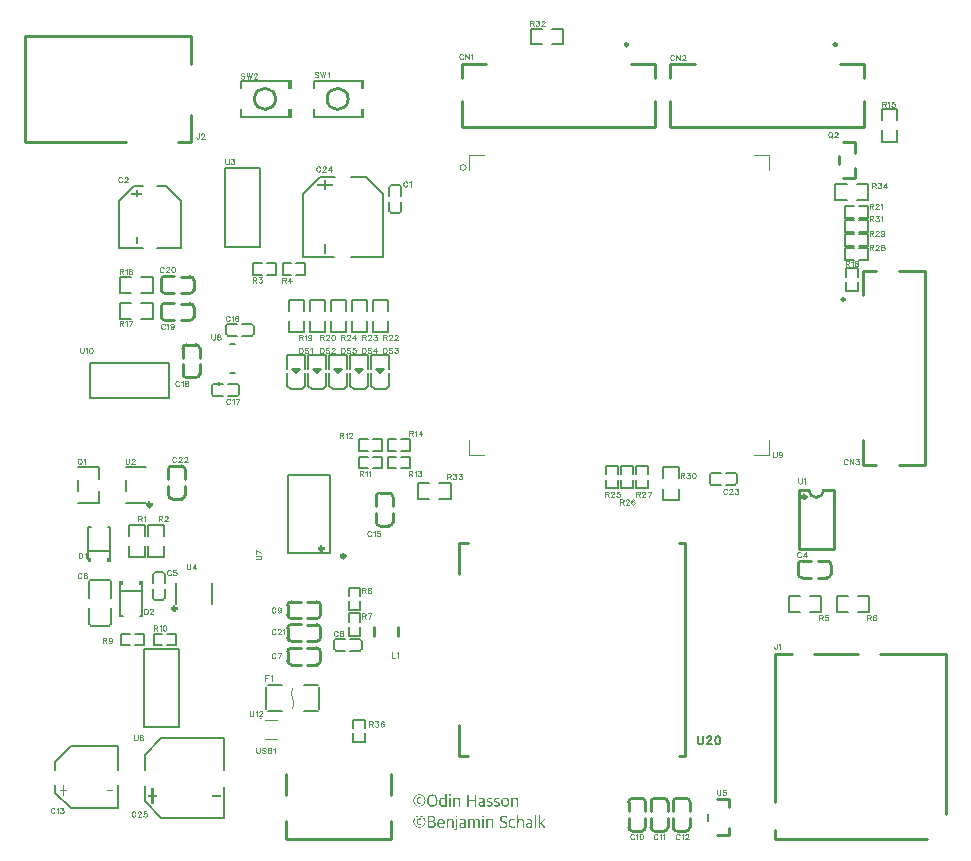
<source format=gto>
G04 Layer: TopSilkscreenLayer*
G04 EasyEDA Pro v2.2.40.8, 2026-02-04 13:14:46*
G04 Gerber Generator version 0.3*
G04 Scale: 100 percent, Rotated: No, Reflected: No*
G04 Dimensions in millimeters*
G04 Leading zeros omitted, absolute positions, 4 integers and 5 decimals*
G04 Generated by one-click*
%FSLAX45Y45*%
%MOMM*%
%ADD10C,0.0762*%
%ADD11C,0.1524*%
%ADD12C,0.254*%
%ADD13C,0.15001*%
%ADD14C,0.12*%
%ADD15C,0.127*%
%ADD16C,0.1*%
%ADD17C,0.2*%
%ADD18C,0.3*%
%ADD19C,0.0016*%
%ADD20C,0.003*%
%ADD21C,0.1016*%
G75*


G04 Text Start*
G36*
G01X18963305Y2588100D02*
G01X18963305Y2594691D01*
G01X18976033Y2594691D01*
G01X18976033Y2581509D01*
G01X18963305Y2581509D01*
G01X18963305Y2588100D01*
G37*
G36*
G01X19437169Y2491055D02*
G01X19430805Y2491282D01*
G01X19429441Y2491736D01*
G01X19427169Y2492191D01*
G01X19424669Y2492873D01*
G01X19420578Y2494691D01*
G01X19418760Y2495600D01*
G01X19416714Y2496964D01*
G01X19414896Y2498327D01*
G01X19411487Y2501736D01*
G01X19410578Y2502873D01*
G01X19409441Y2504464D01*
G01X19408305Y2506282D01*
G01X19407396Y2508100D01*
G01X19406487Y2510145D01*
G01X19405123Y2514236D01*
G01X19404442Y2516964D01*
G01X19403987Y2519464D01*
G01X19403532Y2524464D01*
G01X19403305Y2528100D01*
G01X19403476Y2530827D01*
G01X19416487Y2530827D01*
G01X19416714Y2523555D01*
G01X19417169Y2519918D01*
G01X19417623Y2517645D01*
G01X19418078Y2515600D01*
G01X19418760Y2513327D01*
G01X19419669Y2511282D01*
G01X19420805Y2509236D01*
G01X19421942Y2507645D01*
G01X19424214Y2505373D01*
G01X19425578Y2504236D01*
G01X19427169Y2503327D01*
G01X19429214Y2502418D01*
G01X19431260Y2501736D01*
G01X19433760Y2501509D01*
G01X19433760Y2501509D01*
G01X19436033Y2501282D01*
G01X19438532Y2501282D01*
G01X19442169Y2501736D01*
G01X19444896Y2502418D01*
G01X19447169Y2503327D01*
G01X19449442Y2504691D01*
G01X19451260Y2506054D01*
G01X19452851Y2507645D01*
G01X19454214Y2509691D01*
G01X19455123Y2511282D01*
G01X19455805Y2512873D01*
G01X19456487Y2514691D01*
G01X19457169Y2516964D01*
G01X19457623Y2519009D01*
G01X19458078Y2522646D01*
G01X19458305Y2527873D01*
G01X19458078Y2534464D01*
G01X19457623Y2538100D01*
G01X19457169Y2540827D01*
G01X19456260Y2544464D01*
G01X19455578Y2546282D01*
G01X19454669Y2548100D01*
G01X19453760Y2549691D01*
G01X19453078Y2550827D01*
G01X19452169Y2551963D01*
G01X19451032Y2553100D01*
G01X19449442Y2554464D01*
G01X19447623Y2555600D01*
G01X19445578Y2556509D01*
G01X19443532Y2557191D01*
G01X19440351Y2557645D01*
G01X19438078Y2557873D01*
G01X19435805Y2557645D01*
G01X19433987Y2557418D01*
G01X19431260Y2556963D01*
G01X19428532Y2556054D01*
G01X19426714Y2555145D01*
G01X19425123Y2554236D01*
G01X19423760Y2553100D01*
G01X19422623Y2551963D01*
G01X19421260Y2550373D01*
G01X19420123Y2548555D01*
G01X19419214Y2546736D01*
G01X19418305Y2544691D01*
G01X19417623Y2542418D01*
G01X19417169Y2540373D01*
G01X19416714Y2536736D01*
G01X19416487Y2530827D01*
G01X19403476Y2530827D01*
G01X19403532Y2531736D01*
G01X19403760Y2534009D01*
G01X19403987Y2537191D01*
G01X19404896Y2541736D01*
G01X19405578Y2544691D01*
G01X19406487Y2547191D01*
G01X19407396Y2549464D01*
G01X19408532Y2551736D01*
G01X19409896Y2554009D01*
G01X19411033Y2555600D01*
G01X19412396Y2557191D01*
G01X19413760Y2559009D01*
G01X19416033Y2560827D01*
G01X19417623Y2562191D01*
G01X19419214Y2563327D01*
G01X19420805Y2564236D01*
G01X19422623Y2565145D01*
G01X19424441Y2565827D01*
G01X19426487Y2566509D01*
G01X19428760Y2567191D01*
G01X19430805Y2567645D01*
G01X19436260Y2568100D01*
G01X19437396Y2568100D01*
G01X19439896Y2567873D01*
G01X19442623Y2567645D01*
G01X19445351Y2567191D01*
G01X19448305Y2566509D01*
G01X19450351Y2565827D01*
G01X19452169Y2565145D01*
G01X19456260Y2563100D01*
G01X19457851Y2561963D01*
G01X19458987Y2561282D01*
G01X19460123Y2560373D01*
G01X19462851Y2557645D01*
G01X19464214Y2555827D01*
G01X19465351Y2554236D01*
G01X19466487Y2552418D01*
G01X19467396Y2550827D01*
G01X19468305Y2548782D01*
G01X19469896Y2544009D01*
G01X19470805Y2539918D01*
G01X19471260Y2535827D01*
G01X19471487Y2530373D01*
G01X19471260Y2524918D01*
G01X19470805Y2521282D01*
G01X19470351Y2518782D01*
G01X19469669Y2515600D01*
G01X19468987Y2513555D01*
G01X19468533Y2511964D01*
G01X19467851Y2510373D01*
G01X19466032Y2506736D01*
G01X19464896Y2504918D01*
G01X19463760Y2503327D01*
G01X19461032Y2499918D01*
G01X19459896Y2498782D01*
G01X19458760Y2497873D01*
G01X19455578Y2495600D01*
G01X19453987Y2494691D01*
G01X19452169Y2493782D01*
G01X19450351Y2493100D01*
G01X19448305Y2492418D01*
G01X19445805Y2491736D01*
G01X19443532Y2491282D01*
G01X19437169Y2491055D01*
G37*
G36*
G01X19233760Y2491055D02*
G01X19226714Y2491509D01*
G01X19223987Y2492418D01*
G01X19221714Y2493327D01*
G01X19219896Y2494236D01*
G01X19218305Y2495145D01*
G01X19216942Y2496282D01*
G01X19214669Y2498554D01*
G01X19213760Y2499691D01*
G01X19212851Y2501282D01*
G01X19211942Y2503327D01*
G01X19211260Y2505600D01*
G01X19210805Y2507645D01*
G01X19210578Y2510600D01*
G01X19210698Y2512645D01*
G01X19223760Y2512645D01*
G01X19224214Y2508327D01*
G01X19225123Y2506282D01*
G01X19226033Y2504691D01*
G01X19226942Y2503554D01*
G01X19228533Y2502418D01*
G01X19230578Y2501509D01*
G01X19232396Y2501054D01*
G01X19232396Y2501054D01*
G01X19233533Y2500827D01*
G01X19236260Y2500600D01*
G01X19239442Y2500827D01*
G01X19242623Y2501282D01*
G01X19244669Y2501736D01*
G01X19246942Y2502418D01*
G01X19248987Y2503327D01*
G01X19250805Y2504236D01*
G01X19252169Y2505145D01*
G01X19252680Y2508100D01*
G01X19252851Y2516054D01*
G01X19252680Y2523839D01*
G01X19252169Y2526282D01*
G01X19238533Y2524918D01*
G01X19234896Y2524464D01*
G01X19232851Y2524009D01*
G01X19230351Y2523327D01*
G01X19228078Y2522191D01*
G01X19226714Y2521054D01*
G01X19225805Y2520145D01*
G01X19224669Y2518555D01*
G01X19223987Y2516736D01*
G01X19223760Y2512645D01*
G01X19210698Y2512645D01*
G01X19210805Y2514464D01*
G01X19211260Y2517191D01*
G01X19211942Y2519691D01*
G01X19212851Y2521736D01*
G01X19213987Y2523555D01*
G01X19215123Y2525145D01*
G01X19216032Y2526282D01*
G01X19217623Y2527873D01*
G01X19219669Y2529236D01*
G01X19221714Y2530373D01*
G01X19223760Y2531282D01*
G01X19225578Y2531963D01*
G01X19227623Y2532645D01*
G01X19229442Y2533100D01*
G01X19232169Y2533555D01*
G01X19246714Y2535373D01*
G01X19252851Y2536054D01*
G01X19252851Y2540600D01*
G01X19252623Y2546282D01*
G01X19252169Y2548555D01*
G01X19251487Y2550827D01*
G01X19250578Y2552418D01*
G01X19249669Y2553555D01*
G01X19248305Y2554691D01*
G01X19246714Y2555600D01*
G01X19244669Y2556282D01*
G01X19242623Y2556736D01*
G01X19235351Y2556963D01*
G01X19228078Y2556736D01*
G01X19226260Y2556509D01*
G01X19223987Y2556282D01*
G01X19221260Y2555827D01*
G01X19218987Y2555373D01*
G01X19217396Y2555145D01*
G01X19216714Y2555998D01*
G01X19216487Y2558554D01*
G01X19216714Y2563100D01*
G01X19217226Y2564066D01*
G01X19218305Y2564691D01*
G01X19223078Y2566282D01*
G01X19227623Y2567191D01*
G01X19230805Y2567645D01*
G01X19238078Y2568100D01*
G01X19239442Y2568100D01*
G01X19241942Y2567873D01*
G01X19245351Y2567645D01*
G01X19247623Y2567191D01*
G01X19249669Y2566736D01*
G01X19251942Y2566054D01*
G01X19253760Y2565373D01*
G01X19256487Y2564009D01*
G01X19257851Y2563100D01*
G01X19260124Y2561282D01*
G01X19261487Y2559464D01*
G01X19262851Y2557418D01*
G01X19263760Y2555600D01*
G01X19264442Y2553555D01*
G01X19264896Y2551736D01*
G01X19265124Y2521509D01*
G01X19265124Y2491964D01*
G01X19260578Y2491964D01*
G01X19256999Y2492191D01*
G01X19255351Y2492873D01*
G01X19254442Y2495373D01*
G01X19253987Y2497645D01*
G01X19253646Y2498100D01*
G01X19253078Y2498100D01*
G01X19251714Y2497418D01*
G01X19250578Y2496282D01*
G01X19249214Y2495145D01*
G01X19247396Y2494009D01*
G01X19245578Y2493100D01*
G01X19243760Y2492418D01*
G01X19241714Y2491736D01*
G01X19239896Y2491282D01*
G01X19233760Y2491055D01*
G37*
G36*
G01X19303987Y2491055D02*
G01X19297169Y2491282D01*
G01X19290351Y2492645D01*
G01X19287851Y2493327D01*
G01X19285123Y2494236D01*
G01X19283078Y2495145D01*
G01X19281487Y2495827D01*
G01X19280805Y2497191D01*
G01X19280578Y2500827D01*
G01X19280805Y2505600D01*
G01X19281942Y2505373D01*
G01X19283760Y2504691D01*
G01X19287851Y2503327D01*
G01X19290351Y2502645D01*
G01X19292623Y2502191D01*
G01X19296260Y2501736D01*
G01X19301260Y2501509D01*
G01X19306260Y2501736D01*
G01X19307851Y2501964D01*
G01X19310351Y2502418D01*
G01X19313078Y2503327D01*
G01X19314669Y2504236D01*
G01X19316260Y2505600D01*
G01X19317851Y2507645D01*
G01X19318533Y2509464D01*
G01X19318760Y2511282D01*
G01X19318533Y2513555D01*
G01X19318078Y2515373D01*
G01X19317396Y2517191D01*
G01X19316260Y2518782D01*
G01X19315123Y2519918D01*
G01X19313533Y2521054D01*
G01X19311487Y2521964D01*
G01X19305351Y2524009D01*
G01X19302623Y2524691D01*
G01X19299442Y2525600D01*
G01X19296487Y2526509D01*
G01X19293987Y2527418D01*
G01X19291714Y2528327D01*
G01X19289669Y2529464D01*
G01X19287851Y2530600D01*
G01X19286487Y2531736D01*
G01X19285351Y2532873D01*
G01X19283987Y2534464D01*
G01X19282851Y2536282D01*
G01X19281942Y2538327D01*
G01X19281260Y2540373D01*
G01X19280805Y2544009D01*
G01X19280805Y2546736D01*
G01X19281260Y2550373D01*
G01X19281942Y2553327D01*
G01X19282851Y2555827D01*
G01X19284442Y2559009D01*
G01X19285351Y2560145D01*
G01X19288078Y2562873D01*
G01X19290123Y2564236D01*
G01X19291714Y2565145D01*
G01X19293305Y2565827D01*
G01X19295123Y2566509D01*
G01X19297396Y2567191D01*
G01X19299442Y2567645D01*
G01X19305805Y2568100D01*
G01X19306942Y2568100D01*
G01X19309214Y2567873D01*
G01X19313078Y2567645D01*
G01X19315805Y2567191D01*
G01X19318078Y2566736D01*
G01X19321032Y2566054D01*
G01X19323533Y2565145D01*
G01X19326942Y2563782D01*
G01X19326942Y2553782D01*
G01X19325805Y2554236D01*
G01X19323305Y2555145D01*
G01X19321260Y2555827D01*
G01X19316714Y2556736D01*
G01X19313078Y2557191D01*
G01X19308987Y2557418D01*
G01X19303987Y2557191D01*
G01X19301260Y2556736D01*
G01X19298760Y2556054D01*
G01X19296714Y2555145D01*
G01X19295351Y2554236D01*
G01X19294214Y2552873D01*
G01X19293305Y2551054D01*
G01X19292851Y2547873D01*
G01X19293305Y2544009D01*
G01X19294214Y2541963D01*
G01X19295123Y2540827D01*
G01X19296260Y2539691D01*
G01X19297623Y2538782D01*
G01X19299214Y2538100D01*
G01X19301033Y2537418D01*
G01X19303078Y2536736D01*
G01X19305805Y2536054D01*
G01X19308078Y2535373D01*
G01X19310123Y2534918D01*
G01X19312851Y2534236D01*
G01X19315578Y2533327D01*
G01X19318078Y2532418D01*
G01X19321714Y2530600D01*
G01X19323987Y2529236D01*
G01X19325805Y2527873D01*
G01X19326942Y2526736D01*
G01X19327851Y2525600D01*
G01X19328760Y2524009D01*
G01X19329669Y2522191D01*
G01X19330351Y2519918D01*
G01X19330805Y2517645D01*
G01X19331032Y2514691D01*
G01X19330805Y2510827D01*
G01X19330351Y2508100D01*
G01X19329896Y2506282D01*
G01X19329214Y2504236D01*
G01X19328078Y2501736D01*
G01X19326942Y2500145D01*
G01X19326032Y2499009D01*
G01X19324896Y2497645D01*
G01X19323078Y2496054D01*
G01X19321032Y2494691D01*
G01X19319442Y2493782D01*
G01X19317624Y2493100D01*
G01X19315578Y2492418D01*
G01X19312851Y2491736D01*
G01X19310351Y2491282D01*
G01X19303987Y2491055D01*
G37*
G36*
G01X19365123Y2491055D02*
G01X19358305Y2491282D01*
G01X19356260Y2491736D01*
G01X19351714Y2492645D01*
G01X19349214Y2493327D01*
G01X19346487Y2494236D01*
G01X19344442Y2495145D01*
G01X19342851Y2495827D01*
G01X19342169Y2497191D01*
G01X19341942Y2500827D01*
G01X19342169Y2505600D01*
G01X19343305Y2505373D01*
G01X19345123Y2504691D01*
G01X19349214Y2503327D01*
G01X19351714Y2502645D01*
G01X19353987Y2502191D01*
G01X19357623Y2501736D01*
G01X19362623Y2501509D01*
G01X19367623Y2501736D01*
G01X19369214Y2501964D01*
G01X19371714Y2502418D01*
G01X19374442Y2503327D01*
G01X19376033Y2504236D01*
G01X19377623Y2505600D01*
G01X19379214Y2507645D01*
G01X19379896Y2509464D01*
G01X19380123Y2511282D01*
G01X19379896Y2513555D01*
G01X19379442Y2515373D01*
G01X19378760Y2517191D01*
G01X19377623Y2518782D01*
G01X19376487Y2519918D01*
G01X19374896Y2521054D01*
G01X19372851Y2521964D01*
G01X19370351Y2522873D01*
G01X19360805Y2525600D01*
G01X19357851Y2526509D01*
G01X19355351Y2527418D01*
G01X19353078Y2528327D01*
G01X19351032Y2529464D01*
G01X19349214Y2530600D01*
G01X19347851Y2531736D01*
G01X19346714Y2532873D01*
G01X19345351Y2534464D01*
G01X19344214Y2536282D01*
G01X19343305Y2538327D01*
G01X19342623Y2540373D01*
G01X19342169Y2543555D01*
G01X19341942Y2545373D01*
G01X19342169Y2547191D01*
G01X19342851Y2551963D01*
G01X19343305Y2553782D01*
G01X19344214Y2555827D01*
G01X19345805Y2559009D01*
G01X19346714Y2560145D01*
G01X19349442Y2562873D01*
G01X19351487Y2564236D01*
G01X19353078Y2565145D01*
G01X19354669Y2565827D01*
G01X19356487Y2566509D01*
G01X19358760Y2567191D01*
G01X19360805Y2567645D01*
G01X19367169Y2568100D01*
G01X19368305Y2568100D01*
G01X19370578Y2567873D01*
G01X19374442Y2567645D01*
G01X19377169Y2567191D01*
G01X19379442Y2566736D01*
G01X19382396Y2566054D01*
G01X19384896Y2565145D01*
G01X19388305Y2563782D01*
G01X19388305Y2553782D01*
G01X19387169Y2554236D01*
G01X19384669Y2555145D01*
G01X19382623Y2555827D01*
G01X19378078Y2556736D01*
G01X19374442Y2557191D01*
G01X19370351Y2557418D01*
G01X19365351Y2557191D01*
G01X19362623Y2556736D01*
G01X19360123Y2556054D01*
G01X19358078Y2555145D01*
G01X19356714Y2554236D01*
G01X19355578Y2552873D01*
G01X19354669Y2551054D01*
G01X19354214Y2547873D01*
G01X19354669Y2544009D01*
G01X19355578Y2541963D01*
G01X19356487Y2540827D01*
G01X19357623Y2539691D01*
G01X19358987Y2538782D01*
G01X19360578Y2538100D01*
G01X19362396Y2537418D01*
G01X19364442Y2536736D01*
G01X19367169Y2536054D01*
G01X19369442Y2535373D01*
G01X19371487Y2534918D01*
G01X19374214Y2534236D01*
G01X19376942Y2533327D01*
G01X19379442Y2532418D01*
G01X19383078Y2530600D01*
G01X19385351Y2529236D01*
G01X19387169Y2527873D01*
G01X19388305Y2526736D01*
G01X19389214Y2525600D01*
G01X19390124Y2524009D01*
G01X19391033Y2522191D01*
G01X19391714Y2519918D01*
G01X19392169Y2517645D01*
G01X19392396Y2514691D01*
G01X19392169Y2510827D01*
G01X19391714Y2508100D01*
G01X19391260Y2506282D01*
G01X19390578Y2504236D01*
G01X19389442Y2501736D01*
G01X19388305Y2500145D01*
G01X19387396Y2499009D01*
G01X19384442Y2496054D01*
G01X19380805Y2493782D01*
G01X19378987Y2493100D01*
G01X19376942Y2492418D01*
G01X19374214Y2491736D01*
G01X19371714Y2491282D01*
G01X19365123Y2491055D01*
G37*
G36*
G01X19493533Y2491964D02*
G01X19487169Y2492191D01*
G01X19486941Y2529464D01*
G01X19486941Y2566509D01*
G01X19499214Y2566509D01*
G01X19499214Y2564009D01*
G01X19499442Y2560827D01*
G01X19499839Y2560430D01*
G01X19500578Y2560600D01*
G01X19502396Y2561736D01*
G01X19504442Y2562873D01*
G01X19506260Y2563782D01*
G01X19507851Y2564464D01*
G01X19509669Y2565145D01*
G01X19513760Y2566509D01*
G01X19516260Y2567191D01*
G01X19518532Y2567645D01*
G01X19523987Y2568100D01*
G01X19525123Y2568100D01*
G01X19527623Y2567873D01*
G01X19530351Y2567645D01*
G01X19531942Y2567418D01*
G01X19533760Y2566963D01*
G01X19535805Y2566282D01*
G01X19538078Y2565373D01*
G01X19539669Y2564236D01*
G01X19540805Y2563554D01*
G01X19541942Y2562418D01*
G01X19543078Y2561054D01*
G01X19544214Y2559464D01*
G01X19545123Y2557418D01*
G01X19545805Y2555145D01*
G01X19546260Y2553100D01*
G01X19546487Y2522191D01*
G01X19546487Y2491964D01*
G01X19534214Y2491964D01*
G01X19534214Y2519009D01*
G01X19533987Y2546736D01*
G01X19533760Y2548327D01*
G01X19533305Y2550600D01*
G01X19532169Y2553100D01*
G01X19530805Y2554691D01*
G01X19529442Y2555600D01*
G01X19527623Y2556282D01*
G01X19525805Y2556736D01*
G01X19520578Y2556963D01*
G01X19514896Y2556736D01*
G01X19512623Y2556282D01*
G01X19510805Y2555827D01*
G01X19508532Y2555373D01*
G01X19506032Y2554691D01*
G01X19504214Y2554009D01*
G01X19502623Y2553327D01*
G01X19500805Y2552645D01*
G01X19499669Y2552418D01*
G01X19499669Y2491964D01*
G01X19493533Y2491964D01*
G37*
G36*
G01X18711487Y2312418D02*
G01X18705578Y2312645D01*
G01X18703533Y2313100D01*
G01X18698987Y2314009D01*
G01X18696487Y2314691D01*
G01X18692396Y2316055D01*
G01X18690351Y2316964D01*
G01X18686714Y2318782D01*
G01X18684669Y2319918D01*
G01X18682624Y2321282D01*
G01X18681033Y2322418D01*
G01X18679669Y2323327D01*
G01X18678306Y2324464D01*
G01X18676033Y2326282D01*
G01X18674896Y2327418D01*
G01X18672624Y2330146D01*
G01X18671487Y2331282D01*
G01X18670124Y2333100D01*
G01X18668533Y2335373D01*
G01X18667169Y2337645D01*
G01X18666033Y2339463D01*
G01X18665124Y2341282D01*
G01X18664215Y2343327D01*
G01X18663306Y2345600D01*
G01X18661715Y2350373D01*
G01X18660805Y2354918D01*
G01X18660351Y2358100D01*
G01X18660124Y2362873D01*
G01X18660199Y2364918D01*
G01X18668760Y2364918D01*
G01X18668987Y2359918D01*
G01X18669442Y2356282D01*
G01X18670351Y2351736D01*
G01X18670805Y2349691D01*
G01X18671487Y2347418D01*
G01X18672396Y2345145D01*
G01X18673306Y2343100D01*
G01X18675124Y2339463D01*
G01X18676260Y2337645D01*
G01X18677396Y2336055D01*
G01X18678306Y2334691D01*
G01X18679442Y2333327D01*
G01X18683987Y2328782D01*
G01X18685124Y2327873D01*
G01X18686714Y2326736D01*
G01X18688760Y2325373D01*
G01X18690805Y2324236D01*
G01X18692624Y2323327D01*
G01X18694669Y2322418D01*
G01X18699442Y2320827D01*
G01X18703987Y2319918D01*
G01X18707396Y2319691D01*
G01X18707396Y2319691D01*
G01X18710578Y2319464D01*
G01X18711714Y2319464D01*
G01X18713987Y2319691D01*
G01X18717624Y2319918D01*
G01X18720351Y2320373D01*
G01X18722396Y2320827D01*
G01X18725124Y2321509D01*
G01X18727851Y2322418D01*
G01X18729896Y2323327D01*
G01X18733533Y2325146D01*
G01X18735351Y2326282D01*
G01X18737624Y2327873D01*
G01X18739442Y2329236D01*
G01X18740578Y2330373D01*
G01X18741715Y2331282D01*
G01X18742851Y2332418D01*
G01X18743987Y2333782D01*
G01X18745124Y2334918D01*
G01X18746260Y2336509D01*
G01X18747624Y2338554D01*
G01X18748760Y2340373D01*
G01X18750578Y2344009D01*
G01X18751487Y2346055D01*
G01X18753078Y2350827D01*
G01X18753987Y2355827D01*
G01X18754669Y2363327D01*
G01X18754442Y2365827D01*
G01X18754214Y2367873D01*
G01X18753987Y2370827D01*
G01X18753533Y2374009D01*
G01X18752851Y2377191D01*
G01X18751942Y2380145D01*
G01X18751033Y2382646D01*
G01X18750124Y2384918D01*
G01X18748987Y2387191D01*
G01X18746715Y2390827D01*
G01X18745124Y2393100D01*
G01X18743760Y2394918D01*
G01X18739896Y2398782D01*
G01X18738078Y2400145D01*
G01X18736942Y2401054D01*
G01X18734215Y2402873D01*
G01X18732624Y2403782D01*
G01X18730805Y2404691D01*
G01X18728760Y2405600D01*
G01X18723987Y2407191D01*
G01X18719442Y2408100D01*
G01X18713987Y2408555D01*
G01X18712169Y2408782D01*
G01X18710351Y2408555D01*
G01X18704896Y2408100D01*
G01X18703305Y2407873D01*
G01X18700805Y2407418D01*
G01X18698533Y2406736D01*
G01X18696714Y2406282D01*
G01X18694896Y2405600D01*
G01X18690805Y2403782D01*
G01X18689215Y2402873D01*
G01X18687396Y2401736D01*
G01X18685805Y2400827D01*
G01X18682396Y2398100D01*
G01X18680124Y2395827D01*
G01X18679215Y2394691D01*
G01X18677851Y2393100D01*
G01X18676260Y2390827D01*
G01X18675124Y2389236D01*
G01X18674215Y2387646D01*
G01X18673306Y2385827D01*
G01X18671942Y2382646D01*
G01X18671260Y2380600D01*
G01X18670578Y2378327D01*
G01X18669896Y2375827D01*
G01X18669442Y2373555D01*
G01X18668987Y2369918D01*
G01X18668760Y2364918D01*
G01X18660199Y2364918D01*
G01X18660351Y2369009D01*
G01X18660805Y2372191D01*
G01X18661260Y2374464D01*
G01X18661715Y2376282D01*
G01X18662169Y2378327D01*
G01X18662851Y2380600D01*
G01X18663533Y2382646D01*
G01X18664215Y2384464D01*
G01X18666942Y2389918D01*
G01X18668078Y2391964D01*
G01X18669442Y2394009D01*
G01X18671033Y2396282D01*
G01X18672396Y2398100D01*
G01X18678533Y2404236D01*
G01X18680351Y2405600D01*
G01X18681942Y2406736D01*
G01X18683987Y2408100D01*
G01X18685805Y2409236D01*
G01X18689442Y2411054D01*
G01X18691487Y2411963D01*
G01X18693760Y2412873D01*
G01X18695805Y2413555D01*
G01X18698533Y2414236D01*
G01X18700805Y2414918D01*
G01X18703987Y2415373D01*
G01X18709896Y2415827D01*
G01X18711260Y2415827D01*
G01X18713760Y2415600D01*
G01X18717624Y2415373D01*
G01X18720351Y2414918D01*
G01X18722624Y2414464D01*
G01X18725805Y2413782D01*
G01X18728533Y2412873D01*
G01X18731033Y2411963D01*
G01X18733078Y2411054D01*
G01X18736715Y2409236D01*
G01X18738305Y2408327D01*
G01X18740124Y2407191D01*
G01X18741715Y2406054D01*
G01X18742851Y2405145D01*
G01X18743987Y2404464D01*
G01X18745124Y2403555D01*
G01X18750806Y2397873D01*
G01X18752169Y2396282D01*
G01X18754442Y2393100D01*
G01X18755806Y2390827D01*
G01X18756942Y2389009D01*
G01X18758760Y2385373D01*
G01X18760806Y2379918D01*
G01X18761487Y2377191D01*
G01X18762169Y2374918D01*
G01X18762624Y2371736D01*
G01X18762851Y2369009D01*
G01X18763078Y2365827D01*
G01X18763078Y2364009D01*
G01X18762851Y2361736D01*
G01X18762624Y2358100D01*
G01X18762169Y2354918D01*
G01X18761715Y2353100D01*
G01X18761260Y2350827D01*
G01X18760578Y2348327D01*
G01X18759669Y2346055D01*
G01X18758760Y2343554D01*
G01X18755806Y2337645D01*
G01X18754669Y2335827D01*
G01X18753760Y2334464D01*
G01X18752851Y2333327D01*
G01X18751942Y2331964D01*
G01X18748533Y2327873D01*
G01X18747396Y2326736D01*
G01X18744669Y2324464D01*
G01X18742396Y2322645D01*
G01X18740806Y2321282D01*
G01X18738533Y2319918D01*
G01X18736715Y2318782D01*
G01X18733078Y2316964D01*
G01X18731487Y2316282D01*
G01X18729669Y2315600D01*
G01X18727169Y2314691D01*
G01X18724896Y2314009D01*
G01X18720805Y2313100D01*
G01X18717624Y2312645D01*
G01X18711487Y2312418D01*
G37*
G36*
G01X18712624Y2335600D02*
G01X18708078Y2335827D01*
G01X18705351Y2336509D01*
G01X18702624Y2337418D01*
G01X18700351Y2338327D01*
G01X18698306Y2339463D01*
G01X18696714Y2340373D01*
G01X18695578Y2341282D01*
G01X18693306Y2343554D01*
G01X18692169Y2345145D01*
G01X18691033Y2346964D01*
G01X18690124Y2348554D01*
G01X18689442Y2350145D01*
G01X18688760Y2351964D01*
G01X18688078Y2354464D01*
G01X18687624Y2356736D01*
G01X18687396Y2362873D01*
G01X18687624Y2370373D01*
G01X18688078Y2373100D01*
G01X18688533Y2375145D01*
G01X18689215Y2377418D01*
G01X18690124Y2379464D01*
G01X18691260Y2381736D01*
G01X18693533Y2384918D01*
G01X18694896Y2386509D01*
G01X18696714Y2387873D01*
G01X18698760Y2389236D01*
G01X18700351Y2390145D01*
G01X18701942Y2390827D01*
G01X18703760Y2391509D01*
G01X18706260Y2392191D01*
G01X18708533Y2392646D01*
G01X18712169Y2392873D01*
G01X18717169Y2392646D01*
G01X18719896Y2392191D01*
G01X18721942Y2391736D01*
G01X18724215Y2391054D01*
G01X18726260Y2390145D01*
G01X18727396Y2389691D01*
G01X18727396Y2381054D01*
G01X18723987Y2382191D01*
G01X18719442Y2383100D01*
G01X18714896Y2383327D01*
G01X18710351Y2383100D01*
G01X18708305Y2382646D01*
G01X18706487Y2381964D01*
G01X18704896Y2381054D01*
G01X18702851Y2379464D01*
G01X18701260Y2377191D01*
G01X18700124Y2374464D01*
G01X18699442Y2372191D01*
G01X18699215Y2365600D01*
G01X18699442Y2359009D01*
G01X18699669Y2357418D01*
G01X18700124Y2355145D01*
G01X18701033Y2352645D01*
G01X18702169Y2350373D01*
G01X18703305Y2348782D01*
G01X18704896Y2347418D01*
G01X18706714Y2346282D01*
G01X18708305Y2345600D01*
G01X18710124Y2345145D01*
G01X18711714Y2344918D01*
G01X18713760Y2344691D01*
G01X18716714Y2344918D01*
G01X18719442Y2345373D01*
G01X18723078Y2346282D01*
G01X18724896Y2346964D01*
G01X18726715Y2347873D01*
G01X18727851Y2348327D01*
G01X18727851Y2344463D01*
G01X18727624Y2339918D01*
G01X18726715Y2338782D01*
G01X18724669Y2337873D01*
G01X18719896Y2336282D01*
G01X18716714Y2335827D01*
G01X18712624Y2335600D01*
G37*
G36*
G01X18799215Y2311964D02*
G01X18782169Y2312191D01*
G01X18782035Y2341282D01*
G01X18795124Y2341282D01*
G01X18795351Y2323554D01*
G01X18807396Y2323327D01*
G01X18819896Y2323554D01*
G01X18824442Y2324464D01*
G01X18826487Y2325146D01*
G01X18828987Y2326282D01*
G01X18830578Y2327418D01*
G01X18831714Y2328327D01*
G01X18833305Y2329918D01*
G01X18834669Y2331964D01*
G01X18835578Y2334236D01*
G01X18836260Y2336282D01*
G01X18836487Y2340145D01*
G01X18836260Y2344918D01*
G01X18835805Y2347191D01*
G01X18835351Y2348782D01*
G01X18834442Y2350827D01*
G01X18833305Y2352418D01*
G01X18832396Y2353554D01*
G01X18831260Y2354691D01*
G01X18830124Y2355600D01*
G01X18828533Y2356509D01*
G01X18826487Y2357418D01*
G01X18823987Y2358100D01*
G01X18821714Y2358554D01*
G01X18808078Y2358782D01*
G01X18795124Y2358782D01*
G01X18795124Y2341282D01*
G01X18795124Y2341282D01*
G01X18782035Y2341282D01*
G01X18781942Y2361509D01*
G01X18782052Y2385827D01*
G01X18795124Y2385827D01*
G01X18795351Y2369918D01*
G01X18805805Y2369691D01*
G01X18816714Y2369918D01*
G01X18818306Y2370145D01*
G01X18820805Y2370600D01*
G01X18823533Y2371509D01*
G01X18826714Y2373100D01*
G01X18827851Y2374009D01*
G01X18828987Y2375145D01*
G01X18830124Y2376509D01*
G01X18831033Y2378100D01*
G01X18831714Y2379918D01*
G01X18832169Y2381736D01*
G01X18832396Y2384691D01*
G01X18832169Y2388555D01*
G01X18831714Y2390827D01*
G01X18831260Y2392646D01*
G01X18830578Y2394464D01*
G01X18829442Y2396282D01*
G01X18828078Y2397645D01*
G01X18826942Y2398555D01*
G01X18825578Y2399464D01*
G01X18823760Y2400145D01*
G01X18821260Y2400827D01*
G01X18818987Y2401282D01*
G01X18806714Y2401509D01*
G01X18795124Y2401509D01*
G01X18795124Y2385827D01*
G01X18795124Y2385827D01*
G01X18782052Y2385827D01*
G01X18782169Y2411736D01*
G01X18782396Y2412873D01*
G01X18799896Y2412873D01*
G01X18818078Y2412645D01*
G01X18819896Y2412418D01*
G01X18822169Y2412191D01*
G01X18824896Y2411736D01*
G01X18827851Y2411054D01*
G01X18831942Y2409691D01*
G01X18833987Y2408782D01*
G01X18835578Y2407873D01*
G01X18836942Y2406963D01*
G01X18838533Y2405827D01*
G01X18840578Y2404009D01*
G01X18841942Y2402191D01*
G01X18842851Y2401054D01*
G01X18843760Y2399236D01*
G01X18844669Y2396964D01*
G01X18845351Y2394464D01*
G01X18845805Y2392191D01*
G01X18846033Y2389009D01*
G01X18845805Y2384464D01*
G01X18845124Y2380827D01*
G01X18844215Y2378100D01*
G01X18843078Y2375827D01*
G01X18841942Y2374236D01*
G01X18841033Y2372873D01*
G01X18839896Y2371509D01*
G01X18837623Y2369691D01*
G01X18836260Y2368782D01*
G01X18834669Y2367873D01*
G01X18832851Y2366964D01*
G01X18831033Y2366282D01*
G01X18829896Y2365373D01*
G01X18829953Y2364861D01*
G01X18830578Y2364691D01*
G01X18832396Y2364236D01*
G01X18834442Y2363555D01*
G01X18836260Y2362873D01*
G01X18839896Y2361055D01*
G01X18841714Y2359918D01*
G01X18843305Y2358554D01*
G01X18845578Y2356282D01*
G01X18846714Y2354691D01*
G01X18847851Y2352645D01*
G01X18848760Y2350600D01*
G01X18849442Y2348327D01*
G01X18849896Y2346282D01*
G01X18850124Y2341509D01*
G01X18849896Y2336736D01*
G01X18849442Y2334464D01*
G01X18848760Y2331509D01*
G01X18847851Y2329009D01*
G01X18846942Y2327191D01*
G01X18845805Y2325373D01*
G01X18844669Y2323782D01*
G01X18843760Y2322645D01*
G01X18840351Y2319236D01*
G01X18838760Y2318100D01*
G01X18836942Y2316964D01*
G01X18835351Y2316055D01*
G01X18833305Y2315146D01*
G01X18828533Y2313554D01*
G01X18823533Y2312645D01*
G01X18816714Y2312191D01*
G01X18799215Y2311964D01*
G37*
G36*
G01X18897851Y2311055D02*
G01X18889669Y2311509D01*
G01X18886260Y2312418D01*
G01X18883305Y2313327D01*
G01X18881260Y2314236D01*
G01X18877169Y2316282D01*
G01X18875578Y2317418D01*
G01X18872169Y2320146D01*
G01X18870351Y2322418D01*
G01X18868987Y2324009D01*
G01X18867624Y2326055D01*
G01X18866487Y2328100D01*
G01X18865578Y2330146D01*
G01X18864214Y2334236D01*
G01X18863533Y2336736D01*
G01X18863078Y2339009D01*
G01X18862624Y2342645D01*
G01X18862396Y2348100D01*
G01X18862624Y2354918D01*
G01X18863021Y2358100D01*
G01X18875578Y2358100D01*
G01X18875805Y2356282D01*
G01X18893987Y2356055D01*
G01X18911942Y2356055D01*
G01X18911942Y2357418D01*
G01X18911715Y2359464D01*
G01X18911487Y2361055D01*
G01X18911260Y2363555D01*
G01X18910578Y2366509D01*
G01X18909669Y2369009D01*
G01X18908533Y2371282D01*
G01X18907396Y2372873D01*
G01X18906487Y2374009D01*
G01X18904896Y2375373D01*
G01X18902851Y2376509D01*
G01X18900805Y2377191D01*
G01X18898987Y2377646D01*
G01X18895124Y2377873D01*
G01X18890351Y2377418D01*
G01X18887396Y2376509D01*
G01X18885351Y2375600D01*
G01X18883760Y2374691D01*
G01X18882396Y2373555D01*
G01X18881260Y2372418D01*
G01X18879896Y2370827D01*
G01X18878533Y2368555D01*
G01X18877624Y2366509D01*
G01X18876942Y2364691D01*
G01X18876260Y2362418D01*
G01X18875805Y2360373D01*
G01X18875578Y2358100D01*
G01X18875578Y2358100D01*
G01X18863021Y2358100D01*
G01X18863078Y2358554D01*
G01X18863533Y2360827D01*
G01X18863987Y2362873D01*
G01X18864669Y2365600D01*
G01X18865578Y2368100D01*
G01X18866487Y2370145D01*
G01X18867396Y2371964D01*
G01X18868533Y2374009D01*
G01X18870124Y2376282D01*
G01X18871487Y2378100D01*
G01X18873760Y2380373D01*
G01X18875351Y2381736D01*
G01X18877396Y2383100D01*
G01X18879214Y2384236D01*
G01X18881033Y2385145D01*
G01X18884669Y2386509D01*
G01X18886942Y2387191D01*
G01X18888987Y2387646D01*
G01X18893987Y2388100D01*
G01X18895124Y2388100D01*
G01X18897396Y2387873D01*
G01X18900805Y2387646D01*
G01X18903078Y2387191D01*
G01X18905123Y2386736D01*
G01X18907396Y2386054D01*
G01X18909214Y2385373D01*
G01X18911260Y2384464D01*
G01X18913305Y2383100D01*
G01X18914896Y2381964D01*
G01X18918305Y2378555D01*
G01X18919669Y2376736D01*
G01X18921033Y2374464D01*
G01X18921942Y2372646D01*
G01X18922624Y2370827D01*
G01X18923305Y2368782D01*
G01X18923987Y2366282D01*
G01X18924442Y2364009D01*
G01X18924896Y2360827D01*
G01X18925123Y2352873D01*
G01X18925123Y2345600D01*
G01X18900351Y2345600D01*
G01X18881771Y2345373D01*
G01X18875578Y2344691D01*
G01X18875805Y2342645D01*
G01X18876260Y2339918D01*
G01X18876715Y2337645D01*
G01X18877169Y2335827D01*
G01X18877851Y2334009D01*
G01X18879896Y2329918D01*
G01X18881260Y2328327D01*
G01X18883533Y2326055D01*
G01X18884669Y2325146D01*
G01X18886260Y2324236D01*
G01X18888305Y2323327D01*
G01X18890578Y2322645D01*
G01X18892624Y2322191D01*
G01X18896715Y2321736D01*
G01X18899214Y2321509D01*
G01X18901715Y2321736D01*
G01X18903987Y2321964D01*
G01X18907169Y2322191D01*
G01X18909896Y2322645D01*
G01X18911715Y2323100D01*
G01X18913760Y2323554D01*
G01X18916033Y2324236D01*
G01X18918305Y2325146D01*
G01X18920351Y2326055D01*
G01X18921942Y2326736D01*
G01X18922851Y2326964D01*
G01X18922851Y2317873D01*
G01X18921715Y2317191D01*
G01X18919896Y2316055D01*
G01X18916260Y2314236D01*
G01X18914442Y2313554D01*
G01X18912396Y2312873D01*
G01X18910123Y2312191D01*
G01X18908078Y2311736D01*
G01X18904896Y2311282D01*
G01X18897851Y2311055D01*
G37*
G36*
G01X19131260Y2311964D02*
G01X19124896Y2312191D01*
G01X19124669Y2349464D01*
G01X19124669Y2386509D01*
G01X19136942Y2386509D01*
G01X19136942Y2383327D01*
G01X19137112Y2380998D01*
G01X19137623Y2380373D01*
G01X19139442Y2381282D01*
G01X19141714Y2382646D01*
G01X19143532Y2383782D01*
G01X19148305Y2385827D01*
G01X19150123Y2386509D01*
G01X19152396Y2387191D01*
G01X19154442Y2387646D01*
G01X19159214Y2387873D01*
G01X19164896Y2387646D01*
G01X19167851Y2386964D01*
G01X19170351Y2386054D01*
G01X19172169Y2385145D01*
G01X19173760Y2384236D01*
G01X19175123Y2383100D01*
G01X19176260Y2381964D01*
G01X19177908Y2379975D01*
G01X19178533Y2379918D01*
G01X19180123Y2380600D01*
G01X19181942Y2381736D01*
G01X19183987Y2382873D01*
G01X19185805Y2383782D01*
G01X19188987Y2385145D01*
G01X19190805Y2385827D01*
G01X19192851Y2386509D01*
G01X19195351Y2387191D01*
G01X19197624Y2387646D01*
G01X19202624Y2388100D01*
G01X19203760Y2388100D01*
G01X19205805Y2387873D01*
G01X19208078Y2387646D01*
G01X19210351Y2387191D01*
G01X19212851Y2386509D01*
G01X19214896Y2385600D01*
G01X19216942Y2384464D01*
G01X19218533Y2383327D01*
G01X19219669Y2382191D01*
G01X19220805Y2380600D01*
G01X19221714Y2379009D01*
G01X19222396Y2377646D01*
G01X19223078Y2375827D01*
G01X19223533Y2374009D01*
G01X19223987Y2370827D01*
G01X19224214Y2342191D01*
G01X19223987Y2313100D01*
G01X19223760Y2311964D01*
G01X19218760Y2311964D01*
G01X19212624Y2312191D01*
G01X19211487Y2312418D01*
G01X19211487Y2339691D01*
G01X19211260Y2368100D01*
G01X19210805Y2370373D01*
G01X19209896Y2372646D01*
G01X19208760Y2374236D01*
G01X19207396Y2375373D01*
G01X19205578Y2376282D01*
G01X19203987Y2376736D01*
G01X19199669Y2376964D01*
G01X19194442Y2376736D01*
G01X19191260Y2376054D01*
G01X19188305Y2375145D01*
G01X19185578Y2374236D01*
G01X19183533Y2373327D01*
G01X19181714Y2372646D01*
G01X19180578Y2372418D01*
G01X19180578Y2311964D01*
G01X19168305Y2311964D01*
G01X19168305Y2337873D01*
G01X19168078Y2364464D01*
G01X19167851Y2366509D01*
G01X19167624Y2369009D01*
G01X19167169Y2370827D01*
G01X19166714Y2372418D01*
G01X19165805Y2373782D01*
G01X19164669Y2374918D01*
G01X19162851Y2376054D01*
G01X19160805Y2376736D01*
G01X19156260Y2376964D01*
G01X19151260Y2376736D01*
G01X19148987Y2376282D01*
G01X19145351Y2375373D01*
G01X19143305Y2374691D01*
G01X19141487Y2374009D01*
G01X19138305Y2372646D01*
G01X19137623Y2364918D01*
G01X19137396Y2342191D01*
G01X19137396Y2311964D01*
G01X19131260Y2311964D01*
G37*
G36*
G01X18947624Y2311964D02*
G01X18941260Y2312191D01*
G01X18941033Y2349464D01*
G01X18941033Y2386509D01*
G01X18953305Y2386509D01*
G01X18953305Y2384009D01*
G01X18953533Y2380827D01*
G01X18953930Y2380430D01*
G01X18954669Y2380600D01*
G01X18956033Y2381509D01*
G01X18957624Y2382418D01*
G01X18961260Y2384236D01*
G01X18963533Y2385145D01*
G01X18966033Y2386054D01*
G01X18968078Y2386736D01*
G01X18972623Y2387646D01*
G01X18978078Y2388100D01*
G01X18979215Y2388100D01*
G01X18981487Y2387873D01*
G01X18984442Y2387646D01*
G01X18986714Y2387191D01*
G01X18989214Y2386509D01*
G01X18991260Y2385600D01*
G01X18993078Y2384691D01*
G01X18994669Y2383555D01*
G01X18996942Y2381282D01*
G01X18997851Y2379918D01*
G01X18998533Y2378555D01*
G01X18999214Y2376964D01*
G01X18999896Y2374464D01*
G01X19000351Y2372191D01*
G01X19000578Y2341736D01*
G01X19000578Y2311964D01*
G01X18988305Y2311964D01*
G01X18988305Y2337873D01*
G01X18988078Y2364464D01*
G01X18987851Y2366055D01*
G01X18987623Y2369009D01*
G01X18986942Y2371736D01*
G01X18986260Y2373100D01*
G01X18985351Y2374236D01*
G01X18983760Y2375373D01*
G01X18981714Y2376282D01*
G01X18979896Y2376736D01*
G01X18974669Y2376964D01*
G01X18968987Y2376736D01*
G01X18964442Y2375827D01*
G01X18961714Y2375145D01*
G01X18958760Y2374236D01*
G01X18956487Y2373327D01*
G01X18954669Y2372646D01*
G01X18953987Y2364918D01*
G01X18953760Y2342191D01*
G01X18953760Y2311964D01*
G01X18947624Y2311964D01*
G37*
G36*
G01X19013078Y2290145D02*
G01X19006714Y2290600D01*
G01X19004442Y2291509D01*
G01X19002851Y2292191D01*
G01X19002169Y2293441D01*
G01X19001942Y2296736D01*
G01X19002112Y2299918D01*
G01X19002623Y2300827D01*
G01X19006714Y2300373D01*
G01X19009214Y2300146D01*
G01X19011714Y2300373D01*
G01X19013760Y2300827D01*
G01X19015805Y2301509D01*
G01X19017169Y2302191D01*
G01X19018305Y2303100D01*
G01X19019442Y2304691D01*
G01X19020351Y2306736D01*
G01X19020805Y2308554D01*
G01X19021033Y2347873D01*
G01X19021033Y2386509D01*
G01X19033760Y2386509D01*
G01X19033760Y2347873D01*
G01X19033533Y2308554D01*
G01X19033305Y2306736D01*
G01X19032851Y2304009D01*
G01X19031942Y2301509D01*
G01X19031033Y2299464D01*
G01X19030123Y2297873D01*
G01X19028987Y2296282D01*
G01X19027624Y2294691D01*
G01X19026033Y2293555D01*
G01X19024214Y2292418D01*
G01X19022396Y2291509D01*
G01X19020351Y2290827D01*
G01X19018533Y2290373D01*
G01X19013078Y2290145D01*
G37*
G36*
G01X19073078Y2311055D02*
G01X19066260Y2311509D01*
G01X19063305Y2312418D01*
G01X19061260Y2313327D01*
G01X19059442Y2314236D01*
G01X19057851Y2315146D01*
G01X19056714Y2316055D01*
G01X19055123Y2317418D01*
G01X19053760Y2319009D01*
G01X19052851Y2320146D01*
G01X19051942Y2321736D01*
G01X19051033Y2324236D01*
G01X19050351Y2326282D01*
G01X19050123Y2331282D01*
G01X19050281Y2333327D01*
G01X19062851Y2333327D01*
G01X19063305Y2330146D01*
G01X19063760Y2327873D01*
G01X19064896Y2325373D01*
G01X19066714Y2323327D01*
G01X19068533Y2322191D01*
G01X19069896Y2321509D01*
G01X19071714Y2321055D01*
G01X19071714Y2321055D01*
G01X19073078Y2320827D01*
G01X19075805Y2320600D01*
G01X19078987Y2320827D01*
G01X19080578Y2321055D01*
G01X19083078Y2321509D01*
G01X19085351Y2322191D01*
G01X19087396Y2322873D01*
G01X19089442Y2323782D01*
G01X19091260Y2324918D01*
G01X19092396Y2325600D01*
G01X19092396Y2336055D01*
G01X19092226Y2343839D01*
G01X19091714Y2346282D01*
G01X19082624Y2345373D01*
G01X19081033Y2345145D01*
G01X19078078Y2344918D01*
G01X19074442Y2344463D01*
G01X19072169Y2344009D01*
G01X19070351Y2343554D01*
G01X19068533Y2342873D01*
G01X19066942Y2341964D01*
G01X19065578Y2340827D01*
G01X19064442Y2339236D01*
G01X19063533Y2336964D01*
G01X19063078Y2334918D01*
G01X19062851Y2333327D01*
G01X19050281Y2333327D01*
G01X19050578Y2337191D01*
G01X19051487Y2340145D01*
G01X19052396Y2342191D01*
G01X19053078Y2343554D01*
G01X19053987Y2344691D01*
G01X19056942Y2347645D01*
G01X19058533Y2349009D01*
G01X19060351Y2350145D01*
G01X19062169Y2351055D01*
G01X19064669Y2351964D01*
G01X19066714Y2352645D01*
G01X19071260Y2353554D01*
G01X19074896Y2354009D01*
G01X19078987Y2354464D01*
G01X19089896Y2355827D01*
G01X19091487Y2356055D01*
G01X19092169Y2356850D01*
G01X19092396Y2359236D01*
G01X19092169Y2363100D01*
G01X19091942Y2364918D01*
G01X19091714Y2367645D01*
G01X19091033Y2370373D01*
G01X19089896Y2372646D01*
G01X19088078Y2374464D01*
G01X19086033Y2375600D01*
G01X19083760Y2376282D01*
G01X19081714Y2376736D01*
G01X19074896Y2376964D01*
G01X19067169Y2376736D01*
G01X19063533Y2376282D01*
G01X19058078Y2375373D01*
G01X19056033Y2375145D01*
G01X19056033Y2379009D01*
G01X19056260Y2383555D01*
G01X19057851Y2384691D01*
G01X19062624Y2386282D01*
G01X19066714Y2387191D01*
G01X19069896Y2387646D01*
G01X19077169Y2388100D01*
G01X19078533Y2388100D01*
G01X19080805Y2387873D01*
G01X19084442Y2387646D01*
G01X19087169Y2387191D01*
G01X19089214Y2386736D01*
G01X19091487Y2386054D01*
G01X19093533Y2385145D01*
G01X19095351Y2384236D01*
G01X19096942Y2383327D01*
G01X19098305Y2382191D01*
G01X19100578Y2379918D01*
G01X19101714Y2378327D01*
G01X19102623Y2376509D01*
G01X19103305Y2374918D01*
G01X19103987Y2372646D01*
G01X19104442Y2370373D01*
G01X19104669Y2340827D01*
G01X19104669Y2311964D01*
G01X19099896Y2311964D01*
G01X19096203Y2312134D01*
G01X19094669Y2312645D01*
G01X19093987Y2314464D01*
G01X19093533Y2316736D01*
G01X19092851Y2318100D01*
G01X19091942Y2317873D01*
G01X19090351Y2316509D01*
G01X19088533Y2315146D01*
G01X19087169Y2314236D01*
G01X19085351Y2313327D01*
G01X19083305Y2312418D01*
G01X19081033Y2311736D01*
G01X19078987Y2311282D01*
G01X19073078Y2311055D01*
G37*
G36*
G01X19501487Y2311055D02*
G01X19493305Y2311509D01*
G01X19490805Y2312191D01*
G01X19488760Y2312645D01*
G01X19486714Y2313327D01*
G01X19483533Y2314691D01*
G01X19481941Y2315600D01*
G01X19480123Y2316736D01*
G01X19478078Y2318327D01*
G01X19476260Y2319691D01*
G01X19474442Y2321964D01*
G01X19473078Y2323554D01*
G01X19471714Y2325600D01*
G01X19470578Y2327645D01*
G01X19469669Y2329691D01*
G01X19468305Y2333782D01*
G01X19467623Y2336509D01*
G01X19467169Y2339009D01*
G01X19466714Y2343554D01*
G01X19466487Y2348100D01*
G01X19466714Y2352645D01*
G01X19466942Y2354464D01*
G01X19467169Y2357191D01*
G01X19467623Y2359918D01*
G01X19468078Y2362191D01*
G01X19468760Y2364691D01*
G01X19469669Y2367418D01*
G01X19470578Y2369464D01*
G01X19471487Y2371282D01*
G01X19472623Y2373327D01*
G01X19473533Y2374918D01*
G01X19474442Y2376054D01*
G01X19475578Y2377418D01*
G01X19477169Y2379236D01*
G01X19479442Y2381054D01*
G01X19481260Y2382418D01*
G01X19482623Y2383327D01*
G01X19486260Y2385145D01*
G01X19488078Y2385827D01*
G01X19490123Y2386509D01*
G01X19492623Y2387191D01*
G01X19494896Y2387646D01*
G01X19500805Y2388100D01*
G01X19501941Y2388100D01*
G01X19504669Y2387873D01*
G01X19508532Y2387646D01*
G01X19513078Y2386736D01*
G01X19515578Y2386054D01*
G01X19517851Y2385145D01*
G01X19519896Y2384236D01*
G01X19521260Y2383555D01*
G01X19521771Y2382077D01*
G01X19521942Y2378100D01*
G01X19521942Y2372873D01*
G01X19520805Y2373327D01*
G01X19518760Y2374236D01*
G01X19516487Y2375145D01*
G01X19514442Y2375827D01*
G01X19509896Y2376736D01*
G01X19505805Y2377191D01*
G01X19502623Y2377418D01*
G01X19499442Y2377191D01*
G01X19496260Y2376736D01*
G01X19494214Y2376282D01*
G01X19492169Y2375600D01*
G01X19490351Y2374691D01*
G01X19488760Y2373782D01*
G01X19487396Y2372873D01*
G01X19485578Y2371282D01*
G01X19484214Y2369464D01*
G01X19483078Y2367873D01*
G01X19482169Y2366055D01*
G01X19481487Y2364236D01*
G01X19480805Y2362191D01*
G01X19480351Y2360373D01*
G01X19479896Y2357191D01*
G01X19479669Y2350600D01*
G01X19479896Y2344009D01*
G01X19480351Y2340373D01*
G01X19480805Y2338100D01*
G01X19481487Y2335145D01*
G01X19482396Y2332645D01*
G01X19484214Y2329464D01*
G01X19485351Y2327873D01*
G01X19487623Y2325600D01*
G01X19489214Y2324464D01*
G01X19491032Y2323554D01*
G01X19492851Y2322873D01*
G01X19495351Y2322191D01*
G01X19497623Y2321736D01*
G01X19501714Y2321509D01*
G01X19506260Y2321736D01*
G01X19509442Y2322191D01*
G01X19513078Y2322873D01*
G01X19516032Y2323782D01*
G01X19518532Y2324691D01*
G01X19520578Y2325600D01*
G01X19522396Y2326282D01*
G01X19523305Y2326509D01*
G01X19523305Y2321736D01*
G01X19523135Y2318043D01*
G01X19522623Y2316509D01*
G01X19521487Y2315600D01*
G01X19519896Y2314691D01*
G01X19517623Y2313782D01*
G01X19515123Y2312873D01*
G01X19513078Y2312191D01*
G01X19508532Y2311282D01*
G01X19501487Y2311055D01*
G37*
G36*
G01X19250805Y2311964D02*
G01X19244442Y2312191D01*
G01X19244214Y2349464D01*
G01X19244214Y2386509D01*
G01X19257396Y2386509D01*
G01X19257396Y2350373D01*
G01X19257169Y2313100D01*
G01X19256942Y2311964D01*
G01X19250805Y2311964D01*
G37*
G36*
G01X19278305Y2349236D02*
G01X19278305Y2386509D01*
G01X19290123Y2386509D01*
G01X19290123Y2380145D01*
G01X19291033Y2380373D01*
G01X19292851Y2381282D01*
G01X19294669Y2382418D01*
G01X19296260Y2383327D01*
G01X19298305Y2384236D01*
G01X19300578Y2385145D01*
G01X19304669Y2386509D01*
G01X19307396Y2387191D01*
G01X19309896Y2387646D01*
G01X19314896Y2388100D01*
G01X19316032Y2388100D01*
G01X19317851Y2387873D01*
G01X19321260Y2387646D01*
G01X19324896Y2386964D01*
G01X19327624Y2386054D01*
G01X19329896Y2384918D01*
G01X19331487Y2383782D01*
G01X19332624Y2382873D01*
G01X19333987Y2381282D01*
G01X19335351Y2379009D01*
G01X19336487Y2376282D01*
G01X19337169Y2374009D01*
G01X19337624Y2368100D01*
G01X19337851Y2340827D01*
G01X19337624Y2313100D01*
G01X19337396Y2311964D01*
G01X19332396Y2311964D01*
G01X19326260Y2312191D01*
G01X19325123Y2312418D01*
G01X19325123Y2339918D01*
G01X19324896Y2368100D01*
G01X19324442Y2370145D01*
G01X19323760Y2372191D01*
G01X19322851Y2373555D01*
G01X19321714Y2374691D01*
G01X19320351Y2375600D01*
G01X19318533Y2376282D01*
G01X19316714Y2376736D01*
G01X19311942Y2376964D01*
G01X19306260Y2376736D01*
G01X19303533Y2376282D01*
G01X19301714Y2375827D01*
G01X19299669Y2375373D01*
G01X19297396Y2374691D01*
G01X19295351Y2374009D01*
G01X19293532Y2373327D01*
G01X19291942Y2372646D01*
G01X19291260Y2365202D01*
G01X19291033Y2343327D01*
G01X19290805Y2313100D01*
G01X19290578Y2311964D01*
G01X19278305Y2311964D01*
G01X19278305Y2349236D01*
G37*
G36*
G01X19635351Y2311055D02*
G01X19629896Y2311282D01*
G01X19628078Y2311736D01*
G01X19625578Y2312418D01*
G01X19623533Y2313327D01*
G01X19621260Y2314464D01*
G01X19619669Y2315600D01*
G01X19618533Y2316509D01*
G01X19616260Y2318782D01*
G01X19615123Y2320373D01*
G01X19614214Y2322191D01*
G01X19613305Y2324464D01*
G01X19612623Y2326736D01*
G01X19612396Y2331055D01*
G01X19612528Y2333554D01*
G01X19625351Y2333554D01*
G01X19625351Y2331736D01*
G01X19625805Y2329009D01*
G01X19626487Y2326736D01*
G01X19627396Y2325146D01*
G01X19628987Y2323327D01*
G01X19630805Y2322191D01*
G01X19632169Y2321509D01*
G01X19633987Y2321055D01*
G01X19633987Y2321055D01*
G01X19635351Y2320827D01*
G01X19638078Y2320600D01*
G01X19641260Y2320827D01*
G01X19643987Y2321282D01*
G01X19647396Y2321964D01*
G01X19649896Y2322873D01*
G01X19651714Y2323782D01*
G01X19653532Y2324918D01*
G01X19654669Y2325600D01*
G01X19654669Y2336055D01*
G01X19654498Y2343839D01*
G01X19653987Y2346282D01*
G01X19644896Y2345373D01*
G01X19643078Y2345145D01*
G01X19640351Y2344918D01*
G01X19636714Y2344463D01*
G01X19633305Y2343782D01*
G01X19631032Y2342873D01*
G01X19629442Y2341964D01*
G01X19627851Y2340600D01*
G01X19626714Y2339009D01*
G01X19626032Y2337418D01*
G01X19625578Y2335373D01*
G01X19625351Y2333554D01*
G01X19612528Y2333554D01*
G01X19612623Y2335373D01*
G01X19613078Y2337645D01*
G01X19613760Y2339918D01*
G01X19615805Y2344009D01*
G01X19617169Y2345600D01*
G01X19619442Y2347873D01*
G01X19621032Y2349009D01*
G01X19622851Y2350145D01*
G01X19624669Y2351055D01*
G01X19626941Y2351964D01*
G01X19628987Y2352645D01*
G01X19633532Y2353554D01*
G01X19637169Y2354009D01*
G01X19641260Y2354464D01*
G01X19652169Y2355827D01*
G01X19653760Y2356055D01*
G01X19654442Y2356907D01*
G01X19654669Y2359464D01*
G01X19654442Y2364918D01*
G01X19653987Y2368100D01*
G01X19653305Y2370373D01*
G01X19652396Y2372191D01*
G01X19651487Y2373555D01*
G01X19650123Y2374691D01*
G01X19648532Y2375600D01*
G01X19646487Y2376282D01*
G01X19644442Y2376736D01*
G01X19636941Y2376964D01*
G01X19629442Y2376736D01*
G01X19627851Y2376509D01*
G01X19625805Y2376282D01*
G01X19623078Y2375827D01*
G01X19620805Y2375373D01*
G01X19619214Y2375145D01*
G01X19618533Y2376111D01*
G01X19618305Y2379009D01*
G01X19618533Y2383555D01*
G01X19620123Y2384691D01*
G01X19624896Y2386282D01*
G01X19629442Y2387191D01*
G01X19632623Y2387646D01*
G01X19639442Y2388100D01*
G01X19640805Y2388100D01*
G01X19643078Y2387873D01*
G01X19646714Y2387646D01*
G01X19649442Y2387191D01*
G01X19651487Y2386736D01*
G01X19653760Y2386054D01*
G01X19655805Y2385145D01*
G01X19657623Y2384236D01*
G01X19659214Y2383327D01*
G01X19660578Y2382191D01*
G01X19662851Y2379918D01*
G01X19663760Y2378782D01*
G01X19664669Y2377191D01*
G01X19665578Y2375145D01*
G01X19666260Y2372873D01*
G01X19666714Y2370827D01*
G01X19666942Y2341055D01*
G01X19666942Y2311964D01*
G01X19662169Y2311964D01*
G01X19658476Y2312134D01*
G01X19656942Y2312645D01*
G01X19655578Y2317645D01*
G01X19655010Y2318043D01*
G01X19654214Y2317873D01*
G01X19652851Y2316736D01*
G01X19651260Y2315373D01*
G01X19649214Y2314009D01*
G01X19647396Y2313100D01*
G01X19645578Y2312418D01*
G01X19643305Y2311736D01*
G01X19641260Y2311282D01*
G01X19635351Y2311055D01*
G37*
G36*
G01X19693532Y2311964D02*
G01X19687169Y2312191D01*
G01X19687396Y2366055D01*
G01X19687396Y2419691D01*
G01X19700123Y2419691D01*
G01X19700123Y2311964D01*
G01X19693532Y2311964D01*
G37*
G36*
G01X19772623Y2311964D02*
G01X19765123Y2312418D01*
G01X19760578Y2318100D01*
G01X19759214Y2319918D01*
G01X19757396Y2322191D01*
G01X19756032Y2324009D01*
G01X19754214Y2326282D01*
G01X19752851Y2328100D01*
G01X19749214Y2332645D01*
G01X19747851Y2334464D01*
G01X19746032Y2336736D01*
G01X19744669Y2338554D01*
G01X19741032Y2343100D01*
G01X19739669Y2344918D01*
G01X19737851Y2347191D01*
G01X19736487Y2349009D01*
G01X19735578Y2350600D01*
G01X19736032Y2351509D01*
G01X19736941Y2352645D01*
G01X19738305Y2354464D01*
G01X19754669Y2374918D01*
G01X19756032Y2376736D01*
G01X19763305Y2385827D01*
G01X19765294Y2386339D01*
G01X19770351Y2386509D01*
G01X19776941Y2386509D01*
G01X19776487Y2385600D01*
G01X19750351Y2354236D01*
G01X19748987Y2352645D01*
G01X19748589Y2351680D01*
G01X19748760Y2351055D01*
G01X19749442Y2349918D01*
G01X19777623Y2314691D01*
G01X19778987Y2313100D01*
G01X19779669Y2311964D01*
G01X19772623Y2311964D01*
G37*
G36*
G01X19727623Y2311964D02*
G01X19721260Y2312191D01*
G01X19721032Y2366055D01*
G01X19721032Y2419691D01*
G01X19733760Y2419691D01*
G01X19733760Y2311964D01*
G01X19727623Y2311964D01*
G37*
G36*
G01X19021033Y2408100D02*
G01X19021033Y2414691D01*
G01X19033760Y2414691D01*
G01X19033760Y2401509D01*
G01X19021033Y2401509D01*
G01X19021033Y2408100D01*
G37*
G36*
G01X19244214Y2408100D02*
G01X19244214Y2414691D01*
G01X19257396Y2414691D01*
G01X19257396Y2401509D01*
G01X19244214Y2401509D01*
G01X19244214Y2408100D01*
G37*
G36*
G01X19420351Y2310600D02*
G01X19412396Y2310827D01*
G01X19410351Y2311282D01*
G01X19407623Y2311736D01*
G01X19405805Y2312191D01*
G01X19403760Y2312645D01*
G01X19401033Y2313327D01*
G01X19398532Y2314236D01*
G01X19396260Y2315146D01*
G01X19394442Y2316055D01*
G01X19392851Y2316736D01*
G01X19392169Y2318270D01*
G01X19391942Y2322418D01*
G01X19392169Y2327873D01*
G01X19394896Y2326509D01*
G01X19397169Y2325600D01*
G01X19399669Y2324691D01*
G01X19402623Y2323782D01*
G01X19404896Y2323100D01*
G01X19409896Y2322191D01*
G01X19413987Y2321736D01*
G01X19418760Y2321509D01*
G01X19423987Y2321736D01*
G01X19427169Y2322191D01*
G01X19430123Y2322873D01*
G01X19432169Y2323782D01*
G01X19433987Y2324691D01*
G01X19435578Y2325600D01*
G01X19436942Y2326736D01*
G01X19438078Y2327873D01*
G01X19439214Y2329464D01*
G01X19440123Y2331282D01*
G01X19440805Y2333554D01*
G01X19441260Y2335827D01*
G01X19441487Y2337418D01*
G01X19441260Y2340373D01*
G01X19440805Y2343554D01*
G01X19440123Y2346055D01*
G01X19438760Y2348554D01*
G01X19437396Y2350373D01*
G01X19435805Y2351736D01*
G01X19433760Y2353100D01*
G01X19431714Y2354236D01*
G01X19429669Y2355145D01*
G01X19426033Y2356509D01*
G01X19413760Y2360600D01*
G01X19411942Y2361282D01*
G01X19410351Y2361964D01*
G01X19406714Y2363782D01*
G01X19405123Y2364691D01*
G01X19403760Y2365600D01*
G01X19402623Y2366282D01*
G01X19401487Y2367191D01*
G01X19399214Y2369464D01*
G01X19398305Y2370600D01*
G01X19397169Y2372191D01*
G01X19396033Y2374009D01*
G01X19395351Y2375600D01*
G01X19394669Y2377418D01*
G01X19393987Y2379918D01*
G01X19393532Y2382191D01*
G01X19393305Y2386054D01*
G01X19393532Y2390827D01*
G01X19393987Y2393100D01*
G01X19394442Y2395145D01*
G01X19395124Y2397418D01*
G01X19396033Y2399464D01*
G01X19397169Y2401736D01*
G01X19399442Y2404918D01*
G01X19400805Y2406509D01*
G01X19403078Y2408327D01*
G01X19404669Y2409464D01*
G01X19406714Y2410600D01*
G01X19408532Y2411509D01*
G01X19410351Y2412191D01*
G01X19412396Y2412873D01*
G01X19414896Y2413555D01*
G01X19417169Y2414009D01*
G01X19423078Y2414464D01*
G01X19424669Y2414691D01*
G01X19426260Y2414464D01*
G01X19429214Y2414236D01*
G01X19432623Y2414009D01*
G01X19435351Y2413555D01*
G01X19439896Y2412645D01*
G01X19442396Y2411963D01*
G01X19444669Y2411054D01*
G01X19446714Y2410145D01*
G01X19448533Y2409236D01*
G01X19449669Y2408782D01*
G01X19449669Y2403555D01*
G01X19449498Y2399691D01*
G01X19448987Y2398555D01*
G01X19447169Y2399236D01*
G01X19444669Y2400145D01*
G01X19439896Y2401736D01*
G01X19435351Y2402645D01*
G01X19431260Y2403100D01*
G01X19426260Y2403327D01*
G01X19420805Y2403100D01*
G01X19418532Y2402645D01*
G01X19416033Y2401963D01*
G01X19413760Y2401054D01*
G01X19411942Y2399918D01*
G01X19410351Y2398782D01*
G01X19409214Y2397645D01*
G01X19408305Y2396282D01*
G01X19407396Y2394236D01*
G01X19406714Y2392191D01*
G01X19406487Y2388782D01*
G01X19406714Y2385373D01*
G01X19407169Y2383100D01*
G01X19407851Y2380827D01*
G01X19408532Y2379236D01*
G01X19409441Y2377873D01*
G01X19410578Y2376736D01*
G01X19412169Y2375373D01*
G01X19413987Y2374236D01*
G01X19415805Y2373327D01*
G01X19418078Y2372418D01*
G01X19420578Y2371509D01*
G01X19431487Y2367873D01*
G01X19433987Y2366964D01*
G01X19438532Y2365145D01*
G01X19440351Y2364236D01*
G01X19441942Y2363327D01*
G01X19443760Y2362191D01*
G01X19445351Y2361055D01*
G01X19447623Y2359236D01*
G01X19448760Y2358100D01*
G01X19449669Y2356964D01*
G01X19450805Y2355373D01*
G01X19451942Y2353554D01*
G01X19452623Y2351964D01*
G01X19453305Y2350145D01*
G01X19453987Y2347645D01*
G01X19454442Y2345373D01*
G01X19454669Y2341055D01*
G01X19454442Y2335827D01*
G01X19453987Y2333100D01*
G01X19453078Y2329464D01*
G01X19452396Y2327418D01*
G01X19451487Y2325373D01*
G01X19450351Y2323327D01*
G01X19449214Y2321509D01*
G01X19448078Y2320146D01*
G01X19445351Y2317418D01*
G01X19443078Y2315827D01*
G01X19441260Y2314691D01*
G01X19439442Y2313782D01*
G01X19437169Y2312873D01*
G01X19435351Y2312191D01*
G01X19431714Y2311282D01*
G01X19428532Y2310827D01*
G01X19420351Y2310600D01*
G37*
G36*
G01X19543987Y2311964D02*
G01X19537623Y2312191D01*
G01X19537396Y2364918D01*
G01X19537623Y2418555D01*
G01X19537851Y2419691D01*
G01X19550123Y2419691D01*
G01X19550123Y2400827D01*
G01X19550351Y2381282D01*
G01X19550805Y2380884D01*
G01X19551714Y2381054D01*
G01X19554896Y2382873D01*
G01X19556714Y2383782D01*
G01X19558305Y2384464D01*
G01X19560123Y2385145D01*
G01X19564214Y2386509D01*
G01X19566714Y2387191D01*
G01X19568987Y2387646D01*
G01X19574441Y2388100D01*
G01X19575578Y2388100D01*
G01X19577623Y2387873D01*
G01X19580805Y2387646D01*
G01X19583078Y2387191D01*
G01X19584896Y2386736D01*
G01X19586714Y2386054D01*
G01X19588532Y2385145D01*
G01X19590805Y2383782D01*
G01X19592396Y2382418D01*
G01X19594214Y2380145D01*
G01X19594896Y2378782D01*
G01X19595578Y2376964D01*
G01X19596260Y2374691D01*
G01X19596714Y2372646D01*
G01X19596942Y2341964D01*
G01X19596942Y2311964D01*
G01X19584669Y2311964D01*
G01X19584669Y2338327D01*
G01X19584442Y2365373D01*
G01X19584214Y2367873D01*
G01X19583760Y2370600D01*
G01X19582851Y2372646D01*
G01X19581714Y2374236D01*
G01X19580123Y2375373D01*
G01X19578078Y2376282D01*
G01X19576260Y2376736D01*
G01X19571032Y2376964D01*
G01X19565351Y2376736D01*
G01X19560805Y2375827D01*
G01X19558078Y2375145D01*
G01X19555123Y2374236D01*
G01X19552851Y2373327D01*
G01X19551033Y2372646D01*
G01X19550351Y2364918D01*
G01X19550123Y2342191D01*
G01X19550123Y2311964D01*
G01X19543987Y2311964D01*
G37*
G36*
G01X18711487Y2492418D02*
G01X18705578Y2492645D01*
G01X18703533Y2493100D01*
G01X18698987Y2494009D01*
G01X18696487Y2494691D01*
G01X18692396Y2496054D01*
G01X18690351Y2496964D01*
G01X18686714Y2498782D01*
G01X18684669Y2499918D01*
G01X18682624Y2501282D01*
G01X18681033Y2502418D01*
G01X18679669Y2503327D01*
G01X18678306Y2504464D01*
G01X18676033Y2506282D01*
G01X18674896Y2507418D01*
G01X18672624Y2510145D01*
G01X18671487Y2511282D01*
G01X18670124Y2513100D01*
G01X18668533Y2515373D01*
G01X18667169Y2517645D01*
G01X18666033Y2519464D01*
G01X18665124Y2521282D01*
G01X18664215Y2523327D01*
G01X18663306Y2525600D01*
G01X18661715Y2530373D01*
G01X18660805Y2534918D01*
G01X18660351Y2538100D01*
G01X18660124Y2542873D01*
G01X18660199Y2544918D01*
G01X18668760Y2544918D01*
G01X18668987Y2539918D01*
G01X18669442Y2536282D01*
G01X18670351Y2531736D01*
G01X18670805Y2529691D01*
G01X18671487Y2527418D01*
G01X18672396Y2525145D01*
G01X18673306Y2523100D01*
G01X18675124Y2519464D01*
G01X18676260Y2517645D01*
G01X18677396Y2516054D01*
G01X18678306Y2514691D01*
G01X18679442Y2513327D01*
G01X18683987Y2508782D01*
G01X18685124Y2507873D01*
G01X18686714Y2506736D01*
G01X18688760Y2505373D01*
G01X18690805Y2504236D01*
G01X18692624Y2503327D01*
G01X18694669Y2502418D01*
G01X18699442Y2500827D01*
G01X18703987Y2499918D01*
G01X18707396Y2499691D01*
G01X18707396Y2499691D01*
G01X18710578Y2499464D01*
G01X18711714Y2499464D01*
G01X18713987Y2499691D01*
G01X18717624Y2499918D01*
G01X18720351Y2500373D01*
G01X18722396Y2500827D01*
G01X18725124Y2501509D01*
G01X18727851Y2502418D01*
G01X18729896Y2503327D01*
G01X18733533Y2505145D01*
G01X18735351Y2506282D01*
G01X18737624Y2507873D01*
G01X18739442Y2509236D01*
G01X18740578Y2510373D01*
G01X18741715Y2511282D01*
G01X18742851Y2512418D01*
G01X18743987Y2513782D01*
G01X18745124Y2514918D01*
G01X18746260Y2516509D01*
G01X18747624Y2518555D01*
G01X18748760Y2520373D01*
G01X18750578Y2524009D01*
G01X18751487Y2526054D01*
G01X18753078Y2530827D01*
G01X18753987Y2535827D01*
G01X18754669Y2543327D01*
G01X18754442Y2545827D01*
G01X18754214Y2547873D01*
G01X18753987Y2550827D01*
G01X18753533Y2554009D01*
G01X18752851Y2557191D01*
G01X18751942Y2560145D01*
G01X18751033Y2562645D01*
G01X18750124Y2564918D01*
G01X18748987Y2567191D01*
G01X18746715Y2570827D01*
G01X18745124Y2573100D01*
G01X18743760Y2574918D01*
G01X18739896Y2578782D01*
G01X18738078Y2580145D01*
G01X18736942Y2581054D01*
G01X18734215Y2582873D01*
G01X18732624Y2583782D01*
G01X18730805Y2584691D01*
G01X18728760Y2585600D01*
G01X18723987Y2587191D01*
G01X18719442Y2588100D01*
G01X18713987Y2588554D01*
G01X18712169Y2588782D01*
G01X18710351Y2588554D01*
G01X18704896Y2588100D01*
G01X18703305Y2587873D01*
G01X18700805Y2587418D01*
G01X18698533Y2586736D01*
G01X18696714Y2586282D01*
G01X18694896Y2585600D01*
G01X18690805Y2583782D01*
G01X18689215Y2582873D01*
G01X18687396Y2581736D01*
G01X18685805Y2580827D01*
G01X18682396Y2578100D01*
G01X18680124Y2575827D01*
G01X18679215Y2574691D01*
G01X18677851Y2573100D01*
G01X18676260Y2570827D01*
G01X18675124Y2569236D01*
G01X18674215Y2567645D01*
G01X18673306Y2565827D01*
G01X18671942Y2562645D01*
G01X18671260Y2560600D01*
G01X18670578Y2558327D01*
G01X18669896Y2555827D01*
G01X18669442Y2553555D01*
G01X18668987Y2549918D01*
G01X18668760Y2544918D01*
G01X18660199Y2544918D01*
G01X18660351Y2549009D01*
G01X18660805Y2552191D01*
G01X18661260Y2554464D01*
G01X18661715Y2556282D01*
G01X18662169Y2558327D01*
G01X18662851Y2560600D01*
G01X18663533Y2562645D01*
G01X18664215Y2564464D01*
G01X18666942Y2569918D01*
G01X18668078Y2571964D01*
G01X18669442Y2574009D01*
G01X18671033Y2576282D01*
G01X18672396Y2578100D01*
G01X18678533Y2584236D01*
G01X18680351Y2585600D01*
G01X18681942Y2586736D01*
G01X18683987Y2588100D01*
G01X18685805Y2589236D01*
G01X18689442Y2591055D01*
G01X18691487Y2591964D01*
G01X18693760Y2592873D01*
G01X18695805Y2593554D01*
G01X18698533Y2594236D01*
G01X18700805Y2594918D01*
G01X18703987Y2595373D01*
G01X18709896Y2595827D01*
G01X18711260Y2595827D01*
G01X18713760Y2595600D01*
G01X18717624Y2595373D01*
G01X18720351Y2594918D01*
G01X18722624Y2594463D01*
G01X18725805Y2593782D01*
G01X18728533Y2592873D01*
G01X18731033Y2591964D01*
G01X18733078Y2591055D01*
G01X18736715Y2589236D01*
G01X18738305Y2588327D01*
G01X18740124Y2587191D01*
G01X18741715Y2586055D01*
G01X18742851Y2585145D01*
G01X18743987Y2584464D01*
G01X18745124Y2583554D01*
G01X18750806Y2577873D01*
G01X18752169Y2576282D01*
G01X18754442Y2573100D01*
G01X18755806Y2570827D01*
G01X18756942Y2569009D01*
G01X18758760Y2565373D01*
G01X18760806Y2559918D01*
G01X18761487Y2557191D01*
G01X18762169Y2554918D01*
G01X18762624Y2551736D01*
G01X18762851Y2549009D01*
G01X18763078Y2545827D01*
G01X18763078Y2544009D01*
G01X18762851Y2541736D01*
G01X18762624Y2538100D01*
G01X18762169Y2534918D01*
G01X18761715Y2533100D01*
G01X18761260Y2530827D01*
G01X18760578Y2528327D01*
G01X18759669Y2526054D01*
G01X18758760Y2523555D01*
G01X18755806Y2517645D01*
G01X18754669Y2515827D01*
G01X18753760Y2514464D01*
G01X18752851Y2513327D01*
G01X18751942Y2511964D01*
G01X18748533Y2507873D01*
G01X18747396Y2506736D01*
G01X18744669Y2504464D01*
G01X18742396Y2502645D01*
G01X18740806Y2501282D01*
G01X18738533Y2499918D01*
G01X18736715Y2498782D01*
G01X18733078Y2496964D01*
G01X18731487Y2496282D01*
G01X18729669Y2495600D01*
G01X18727169Y2494691D01*
G01X18724896Y2494009D01*
G01X18720805Y2493100D01*
G01X18717624Y2492645D01*
G01X18711487Y2492418D01*
G37*
G36*
G01X18712624Y2515600D02*
G01X18708078Y2515827D01*
G01X18705351Y2516509D01*
G01X18702624Y2517418D01*
G01X18700351Y2518327D01*
G01X18698306Y2519464D01*
G01X18696714Y2520373D01*
G01X18695578Y2521282D01*
G01X18693306Y2523555D01*
G01X18692169Y2525145D01*
G01X18691033Y2526964D01*
G01X18690124Y2528555D01*
G01X18689442Y2530145D01*
G01X18688760Y2531963D01*
G01X18688078Y2534464D01*
G01X18687624Y2536736D01*
G01X18687396Y2542873D01*
G01X18687624Y2550373D01*
G01X18688078Y2553100D01*
G01X18688533Y2555145D01*
G01X18689215Y2557418D01*
G01X18690124Y2559464D01*
G01X18691260Y2561736D01*
G01X18693533Y2564918D01*
G01X18694896Y2566509D01*
G01X18696714Y2567873D01*
G01X18698760Y2569236D01*
G01X18700351Y2570145D01*
G01X18701942Y2570827D01*
G01X18703760Y2571509D01*
G01X18706260Y2572191D01*
G01X18708533Y2572645D01*
G01X18712169Y2572873D01*
G01X18717169Y2572645D01*
G01X18719896Y2572191D01*
G01X18721942Y2571736D01*
G01X18724215Y2571054D01*
G01X18726260Y2570145D01*
G01X18727396Y2569691D01*
G01X18727396Y2561054D01*
G01X18723987Y2562191D01*
G01X18719442Y2563100D01*
G01X18714896Y2563327D01*
G01X18710351Y2563100D01*
G01X18708305Y2562645D01*
G01X18706487Y2561963D01*
G01X18704896Y2561054D01*
G01X18702851Y2559464D01*
G01X18701260Y2557191D01*
G01X18700124Y2554464D01*
G01X18699442Y2552191D01*
G01X18699215Y2545600D01*
G01X18699442Y2539009D01*
G01X18699669Y2537418D01*
G01X18700124Y2535145D01*
G01X18701033Y2532645D01*
G01X18702169Y2530373D01*
G01X18703305Y2528782D01*
G01X18704896Y2527418D01*
G01X18706714Y2526282D01*
G01X18708305Y2525600D01*
G01X18710124Y2525145D01*
G01X18711714Y2524918D01*
G01X18713760Y2524691D01*
G01X18716714Y2524918D01*
G01X18719442Y2525373D01*
G01X18723078Y2526282D01*
G01X18724896Y2526964D01*
G01X18726715Y2527873D01*
G01X18727851Y2528327D01*
G01X18727851Y2524464D01*
G01X18727624Y2519918D01*
G01X18726715Y2518782D01*
G01X18724669Y2517873D01*
G01X18719896Y2516282D01*
G01X18716714Y2515827D01*
G01X18712624Y2515600D01*
G37*
G36*
G01X18820351Y2490600D02*
G01X18813987Y2490827D01*
G01X18812169Y2491282D01*
G01X18809896Y2491736D01*
G01X18806714Y2492418D01*
G01X18803760Y2493327D01*
G01X18801714Y2494236D01*
G01X18800124Y2494918D01*
G01X18798078Y2495827D01*
G01X18795805Y2497191D01*
G01X18794214Y2498327D01*
G01X18790805Y2501054D01*
G01X18787396Y2504464D01*
G01X18785578Y2506736D01*
G01X18784442Y2508554D01*
G01X18783305Y2510145D01*
G01X18782396Y2511964D01*
G01X18781487Y2514009D01*
G01X18780123Y2517191D01*
G01X18779442Y2519009D01*
G01X18778760Y2521509D01*
G01X18778078Y2523555D01*
G01X18777169Y2528555D01*
G01X18776715Y2532645D01*
G01X18776487Y2541736D01*
G01X18776538Y2543782D01*
G01X18790578Y2543782D01*
G01X18790805Y2533555D01*
G01X18791033Y2531963D01*
G01X18791260Y2529918D01*
G01X18791715Y2527191D01*
G01X18792396Y2524009D01*
G01X18793078Y2521736D01*
G01X18793760Y2519691D01*
G01X18794669Y2517191D01*
G01X18795578Y2515373D01*
G01X18796487Y2513782D01*
G01X18797624Y2511964D01*
G01X18798760Y2510373D01*
G01X18802169Y2506964D01*
G01X18803305Y2506054D01*
G01X18804669Y2505145D01*
G01X18806260Y2504236D01*
G01X18807851Y2503554D01*
G01X18809669Y2502873D01*
G01X18811714Y2502191D01*
G01X18813533Y2501736D01*
G01X18816714Y2501509D01*
G01X18816714Y2501509D01*
G01X18820124Y2501282D01*
G01X18821714Y2501282D01*
G01X18825805Y2501736D01*
G01X18828305Y2502191D01*
G01X18831033Y2502873D01*
G01X18832851Y2503554D01*
G01X18834442Y2504236D01*
G01X18836033Y2505145D01*
G01X18838760Y2506964D01*
G01X18840124Y2508100D01*
G01X18842396Y2510373D01*
G01X18843760Y2512191D01*
G01X18845124Y2514236D01*
G01X18846033Y2515827D01*
G01X18846942Y2517645D01*
G01X18847851Y2519918D01*
G01X18848760Y2522646D01*
G01X18849442Y2524918D01*
G01X18850351Y2529918D01*
G01X18850805Y2536736D01*
G01X18851033Y2540827D01*
G01X18850805Y2544918D01*
G01X18850578Y2548327D01*
G01X18850351Y2552645D01*
G01X18849896Y2555827D01*
G01X18848987Y2560373D01*
G01X18848305Y2563327D01*
G01X18847396Y2565827D01*
G01X18846487Y2568100D01*
G01X18845578Y2569918D01*
G01X18844669Y2571509D01*
G01X18843760Y2572873D01*
G01X18843078Y2574009D01*
G01X18842169Y2575145D01*
G01X18839896Y2577418D01*
G01X18838760Y2578327D01*
G01X18837169Y2579464D01*
G01X18835351Y2580600D01*
G01X18833305Y2581509D01*
G01X18830351Y2582418D01*
G01X18828078Y2583100D01*
G01X18823987Y2583554D01*
G01X18821033Y2583782D01*
G01X18818078Y2583554D01*
G01X18814442Y2583100D01*
G01X18812396Y2582645D01*
G01X18809896Y2581964D01*
G01X18807624Y2581054D01*
G01X18805805Y2580145D01*
G01X18803987Y2579009D01*
G01X18802396Y2577873D01*
G01X18801260Y2576964D01*
G01X18798987Y2574691D01*
G01X18797624Y2573100D01*
G01X18796487Y2571509D01*
G01X18795578Y2569918D01*
G01X18793760Y2566282D01*
G01X18792851Y2563782D01*
G01X18792169Y2561736D01*
G01X18791260Y2557645D01*
G01X18790805Y2554009D01*
G01X18790578Y2543782D01*
G01X18776538Y2543782D01*
G01X18776715Y2550827D01*
G01X18776942Y2552418D01*
G01X18777169Y2554918D01*
G01X18778078Y2559464D01*
G01X18778760Y2562418D01*
G01X18780123Y2566509D01*
G01X18781033Y2569009D01*
G01X18783760Y2574464D01*
G01X18784896Y2576282D01*
G01X18786033Y2577873D01*
G01X18786715Y2579009D01*
G01X18787624Y2580145D01*
G01X18792624Y2585145D01*
G01X18794442Y2586509D01*
G01X18796033Y2587645D01*
G01X18797851Y2588782D01*
G01X18799442Y2589691D01*
G01X18801260Y2590600D01*
G01X18803533Y2591509D01*
G01X18806033Y2592418D01*
G01X18808078Y2593100D01*
G01X18813078Y2594009D01*
G01X18815578Y2594236D01*
G01X18818987Y2594463D01*
G01X18821260Y2594463D01*
G01X18823760Y2594236D01*
G01X18827169Y2594009D01*
G01X18830351Y2593554D01*
G01X18833533Y2592873D01*
G01X18836487Y2591964D01*
G01X18838987Y2591055D01*
G01X18841260Y2590145D01*
G01X18843533Y2589009D01*
G01X18845578Y2587645D01*
G01X18847169Y2586736D01*
G01X18848305Y2585827D01*
G01X18851033Y2583554D01*
G01X18852169Y2582418D01*
G01X18853987Y2580145D01*
G01X18855351Y2578554D01*
G01X18856714Y2576509D01*
G01X18857851Y2574691D01*
G01X18858760Y2573100D01*
G01X18859669Y2571282D01*
G01X18860578Y2569009D01*
G01X18861487Y2566509D01*
G01X18862396Y2563554D01*
G01X18863078Y2561282D01*
G01X18863987Y2556282D01*
G01X18864442Y2552191D01*
G01X18864669Y2543327D01*
G01X18864442Y2534464D01*
G01X18864214Y2532873D01*
G01X18863987Y2530373D01*
G01X18863533Y2528100D01*
G01X18863305Y2526509D01*
G01X18862851Y2524236D01*
G01X18862169Y2522191D01*
G01X18861714Y2520373D01*
G01X18861033Y2518327D01*
G01X18860351Y2516509D01*
G01X18859669Y2514918D01*
G01X18857623Y2510827D01*
G01X18856260Y2508554D01*
G01X18855124Y2506964D01*
G01X18852396Y2503554D01*
G01X18848987Y2500145D01*
G01X18846714Y2498327D01*
G01X18845351Y2497418D01*
G01X18842169Y2495600D01*
G01X18840351Y2494691D01*
G01X18838305Y2493782D01*
G01X18836033Y2492873D01*
G01X18833987Y2492191D01*
G01X18829896Y2491282D01*
G01X18826260Y2490827D01*
G01X18820351Y2490600D01*
G37*
G36*
G01X18908533Y2491055D02*
G01X18901715Y2491509D01*
G01X18899896Y2492191D01*
G01X18898078Y2492645D01*
G01X18896260Y2493327D01*
G01X18892169Y2495373D01*
G01X18890578Y2496509D01*
G01X18889442Y2497191D01*
G01X18888305Y2498100D01*
G01X18885578Y2500827D01*
G01X18884214Y2502645D01*
G01X18883305Y2503782D01*
G01X18882396Y2505373D01*
G01X18881487Y2507191D01*
G01X18880578Y2509236D01*
G01X18878987Y2514009D01*
G01X18878078Y2518555D01*
G01X18877624Y2524464D01*
G01X18877396Y2527645D01*
G01X18877559Y2529918D01*
G01X18890578Y2529918D01*
G01X18890806Y2526736D01*
G01X18891033Y2524464D01*
G01X18891260Y2520827D01*
G01X18891715Y2518100D01*
G01X18892169Y2516054D01*
G01X18892851Y2513555D01*
G01X18893760Y2511282D01*
G01X18894896Y2509236D01*
G01X18896033Y2507645D01*
G01X18898760Y2504918D01*
G01X18900351Y2503782D01*
G01X18902169Y2502873D01*
G01X18903987Y2502191D01*
G01X18905805Y2501736D01*
G01X18908305Y2501509D01*
G01X18908305Y2501509D01*
G01X18911260Y2501282D01*
G01X18913078Y2501282D01*
G01X18917169Y2501736D01*
G01X18919442Y2502191D01*
G01X18921942Y2502873D01*
G01X18923760Y2503554D01*
G01X18925805Y2504464D01*
G01X18927624Y2505600D01*
G01X18928987Y2506509D01*
G01X18929499Y2512589D01*
G01X18929669Y2529918D01*
G01X18929214Y2553327D01*
G01X18928078Y2554236D01*
G01X18926487Y2554918D01*
G01X18924669Y2555600D01*
G01X18922396Y2556282D01*
G01X18920351Y2556736D01*
G01X18916260Y2557191D01*
G01X18913760Y2557418D01*
G01X18910351Y2557191D01*
G01X18906715Y2556736D01*
G01X18903760Y2556054D01*
G01X18901942Y2555373D01*
G01X18900123Y2554464D01*
G01X18898078Y2553100D01*
G01X18896487Y2551736D01*
G01X18895578Y2550600D01*
G01X18894669Y2549236D01*
G01X18893760Y2547645D01*
G01X18893078Y2546054D01*
G01X18892396Y2544236D01*
G01X18891715Y2541736D01*
G01X18891260Y2539464D01*
G01X18890578Y2529918D01*
G01X18877559Y2529918D01*
G01X18877624Y2530827D01*
G01X18878078Y2536736D01*
G01X18878987Y2542191D01*
G01X18879442Y2544236D01*
G01X18880124Y2546509D01*
G01X18881033Y2548782D01*
G01X18881942Y2550827D01*
G01X18882851Y2552645D01*
G01X18883987Y2554691D01*
G01X18885124Y2556282D01*
G01X18886942Y2558554D01*
G01X18889214Y2560827D01*
G01X18890806Y2562191D01*
G01X18892396Y2563327D01*
G01X18893987Y2564236D01*
G01X18895805Y2565145D01*
G01X18897396Y2565827D01*
G01X18899214Y2566509D01*
G01X18901715Y2567191D01*
G01X18903987Y2567645D01*
G01X18909442Y2568100D01*
G01X18910578Y2568100D01*
G01X18913078Y2567873D01*
G01X18916260Y2567645D01*
G01X18918987Y2567191D01*
G01X18921942Y2566509D01*
G01X18924669Y2565600D01*
G01X18926714Y2564691D01*
G01X18928533Y2564009D01*
G01X18929669Y2563782D01*
G01X18929669Y2599691D01*
G01X18934896Y2599691D01*
G01X18941260Y2599463D01*
G01X18942396Y2599236D01*
G01X18942396Y2491964D01*
G01X18937396Y2491964D01*
G01X18931942Y2492418D01*
G01X18931260Y2493554D01*
G01X18930805Y2496054D01*
G01X18930123Y2498100D01*
G01X18929214Y2497873D01*
G01X18927624Y2496509D01*
G01X18925578Y2495145D01*
G01X18923533Y2494009D01*
G01X18921487Y2493100D01*
G01X18919669Y2492418D01*
G01X18917169Y2491736D01*
G01X18914896Y2491282D01*
G01X18908533Y2491055D01*
G37*
G36*
G01X18963305Y2529236D02*
G01X18963305Y2566509D01*
G01X18976033Y2566509D01*
G01X18976033Y2530373D01*
G01X18975805Y2493100D01*
G01X18975578Y2491964D01*
G01X18963305Y2491964D01*
G01X18963305Y2529236D01*
G37*
G36*
G01X18996942Y2529236D02*
G01X18996942Y2566509D01*
G01X19008760Y2566509D01*
G01X19008760Y2560145D01*
G01X19009669Y2560373D01*
G01X19011033Y2561054D01*
G01X19014214Y2562873D01*
G01X19015578Y2563554D01*
G01X19017169Y2564236D01*
G01X19019214Y2565145D01*
G01X19023987Y2566736D01*
G01X19028533Y2567645D01*
G01X19033760Y2567873D01*
G01X19040351Y2567645D01*
G01X19043760Y2566963D01*
G01X19046260Y2566054D01*
G01X19048533Y2564918D01*
G01X19050123Y2563782D01*
G01X19051260Y2562873D01*
G01X19052396Y2561736D01*
G01X19053305Y2560600D01*
G01X19054214Y2559009D01*
G01X19055123Y2556509D01*
G01X19055805Y2554464D01*
G01X19056260Y2551282D01*
G01X19056487Y2521282D01*
G01X19056487Y2491964D01*
G01X19051260Y2491964D01*
G01X19044896Y2492191D01*
G01X19043760Y2492418D01*
G01X19043760Y2520373D01*
G01X19043305Y2549918D01*
G01X19042169Y2552645D01*
G01X19041033Y2554236D01*
G01X19039442Y2555373D01*
G01X19037396Y2556282D01*
G01X19035805Y2556736D01*
G01X19031033Y2556963D01*
G01X19024896Y2556736D01*
G01X19022169Y2556282D01*
G01X19020124Y2555827D01*
G01X19017396Y2555145D01*
G01X19014669Y2554236D01*
G01X19012396Y2553327D01*
G01X19010578Y2552645D01*
G01X19009896Y2544918D01*
G01X19009669Y2522191D01*
G01X19009669Y2491964D01*
G01X18996942Y2491964D01*
G01X18996942Y2529236D01*
G37*
G36*
G01X19124669Y2491964D02*
G01X19118078Y2492191D01*
G01X19117851Y2541509D01*
G01X19118078Y2591736D01*
G01X19118305Y2592873D01*
G01X19131033Y2592873D01*
G01X19131033Y2549691D01*
G01X19179669Y2549691D01*
G01X19179669Y2592873D01*
G01X19192851Y2592873D01*
G01X19192851Y2543555D01*
G01X19192624Y2493100D01*
G01X19192396Y2491964D01*
G01X19179669Y2491964D01*
G01X19179669Y2538782D01*
G01X19131033Y2538782D01*
G01X19131033Y2491964D01*
G01X19124669Y2491964D01*
G37*
G54D10*
G01X21316188Y5173726D02*
G01X21313902Y5178044D01*
G01X21309584Y5182362D01*
G01X21305266Y5184394D01*
G01X21296884Y5184394D01*
G01X21292566Y5182362D01*
G01X21288248Y5178044D01*
G01X21285962Y5173726D01*
G01X21283930Y5167376D01*
G01X21283930Y5156708D01*
G01X21285962Y5150104D01*
G01X21288248Y5145786D01*
G01X21292566Y5141468D01*
G01X21296884Y5139436D01*
G01X21305266Y5139436D01*
G01X21309584Y5141468D01*
G01X21313902Y5145786D01*
G01X21316188Y5150104D01*
G01X21336254Y5173726D02*
G01X21336254Y5175758D01*
G01X21338286Y5180076D01*
G01X21340572Y5182362D01*
G01X21344890Y5184394D01*
G01X21353272Y5184394D01*
G01X21357590Y5182362D01*
G01X21359876Y5180076D01*
G01X21361908Y5175758D01*
G01X21361908Y5171694D01*
G01X21359876Y5167376D01*
G01X21355558Y5160772D01*
G01X21334222Y5139436D01*
G01X21364194Y5139436D01*
G01X21386292Y5184394D02*
G01X21409914Y5184394D01*
G01X21397214Y5167376D01*
G01X21403564Y5167376D01*
G01X21407882Y5165090D01*
G01X21409914Y5163058D01*
G01X21412200Y5156708D01*
G01X21412200Y5152390D01*
G01X21409914Y5145786D01*
G01X21405596Y5141468D01*
G01X21399246Y5139436D01*
G01X21392896Y5139436D01*
G01X21386292Y5141468D01*
G01X21384260Y5143754D01*
G01X21382228Y5148072D01*
G01X18403570Y6378194D02*
G01X18403570Y6333236D01*
G01X18403570Y6378194D02*
G01X18418556Y6378194D01*
G01X18424906Y6376162D01*
G01X18429224Y6371844D01*
G01X18431510Y6367526D01*
G01X18433542Y6361176D01*
G01X18433542Y6350508D01*
G01X18431510Y6343904D01*
G01X18429224Y6339586D01*
G01X18424906Y6335268D01*
G01X18418556Y6333236D01*
G01X18403570Y6333236D01*
G01X18481548Y6371844D02*
G01X18477230Y6376162D01*
G01X18470626Y6378194D01*
G01X18462244Y6378194D01*
G01X18455640Y6376162D01*
G01X18451576Y6371844D01*
G01X18451576Y6367526D01*
G01X18453608Y6363208D01*
G01X18455640Y6361176D01*
G01X18459958Y6358890D01*
G01X18472912Y6354572D01*
G01X18477230Y6352540D01*
G01X18479262Y6350508D01*
G01X18481548Y6346190D01*
G01X18481548Y6339586D01*
G01X18477230Y6335268D01*
G01X18470626Y6333236D01*
G01X18462244Y6333236D01*
G01X18455640Y6335268D01*
G01X18451576Y6339586D01*
G01X18503646Y6378194D02*
G01X18527268Y6378194D01*
G01X18514568Y6361176D01*
G01X18520918Y6361176D01*
G01X18525236Y6358890D01*
G01X18527268Y6356858D01*
G01X18529554Y6350508D01*
G01X18529554Y6346190D01*
G01X18527268Y6339586D01*
G01X18522950Y6335268D01*
G01X18516600Y6333236D01*
G01X18510250Y6333236D01*
G01X18503646Y6335268D01*
G01X18501614Y6337554D01*
G01X18499582Y6341872D01*
G01X18225770Y6378194D02*
G01X18225770Y6333236D01*
G01X18225770Y6378194D02*
G01X18240756Y6378194D01*
G01X18247106Y6376162D01*
G01X18251424Y6371844D01*
G01X18253710Y6367526D01*
G01X18255742Y6361176D01*
G01X18255742Y6350508D01*
G01X18253710Y6343904D01*
G01X18251424Y6339586D01*
G01X18247106Y6335268D01*
G01X18240756Y6333236D01*
G01X18225770Y6333236D01*
G01X18303748Y6371844D02*
G01X18299430Y6376162D01*
G01X18292826Y6378194D01*
G01X18284444Y6378194D01*
G01X18277840Y6376162D01*
G01X18273776Y6371844D01*
G01X18273776Y6367526D01*
G01X18275808Y6363208D01*
G01X18277840Y6361176D01*
G01X18282158Y6358890D01*
G01X18295112Y6354572D01*
G01X18299430Y6352540D01*
G01X18301462Y6350508D01*
G01X18303748Y6346190D01*
G01X18303748Y6339586D01*
G01X18299430Y6335268D01*
G01X18292826Y6333236D01*
G01X18284444Y6333236D01*
G01X18277840Y6335268D01*
G01X18273776Y6339586D01*
G01X18343118Y6378194D02*
G01X18321782Y6348222D01*
G01X18353786Y6348222D01*
G01X18343118Y6378194D02*
G01X18343118Y6333236D01*
G01X18047970Y6378194D02*
G01X18047970Y6333236D01*
G01X18047970Y6378194D02*
G01X18062956Y6378194D01*
G01X18069306Y6376162D01*
G01X18073624Y6371844D01*
G01X18075910Y6367526D01*
G01X18077942Y6361176D01*
G01X18077942Y6350508D01*
G01X18075910Y6343904D01*
G01X18073624Y6339586D01*
G01X18069306Y6335268D01*
G01X18062956Y6333236D01*
G01X18047970Y6333236D01*
G01X18125948Y6371844D02*
G01X18121630Y6376162D01*
G01X18115026Y6378194D01*
G01X18106644Y6378194D01*
G01X18100040Y6376162D01*
G01X18095976Y6371844D01*
G01X18095976Y6367526D01*
G01X18098008Y6363208D01*
G01X18100040Y6361176D01*
G01X18104358Y6358890D01*
G01X18117312Y6354572D01*
G01X18121630Y6352540D01*
G01X18123662Y6350508D01*
G01X18125948Y6346190D01*
G01X18125948Y6339586D01*
G01X18121630Y6335268D01*
G01X18115026Y6333236D01*
G01X18106644Y6333236D01*
G01X18100040Y6335268D01*
G01X18095976Y6339586D01*
G01X18169636Y6378194D02*
G01X18148046Y6378194D01*
G01X18146014Y6358890D01*
G01X18148046Y6361176D01*
G01X18154650Y6363208D01*
G01X18161000Y6363208D01*
G01X18167350Y6361176D01*
G01X18171668Y6356858D01*
G01X18173954Y6350508D01*
G01X18173954Y6346190D01*
G01X18171668Y6339586D01*
G01X18167350Y6335268D01*
G01X18161000Y6333236D01*
G01X18154650Y6333236D01*
G01X18148046Y6335268D01*
G01X18146014Y6337554D01*
G01X18143982Y6341872D01*
G01X17692370Y6378194D02*
G01X17692370Y6333236D01*
G01X17692370Y6378194D02*
G01X17707356Y6378194D01*
G01X17713706Y6376162D01*
G01X17718024Y6371844D01*
G01X17720310Y6367526D01*
G01X17722342Y6361176D01*
G01X17722342Y6350508D01*
G01X17720310Y6343904D01*
G01X17718024Y6339586D01*
G01X17713706Y6335268D01*
G01X17707356Y6333236D01*
G01X17692370Y6333236D01*
G01X17770348Y6371844D02*
G01X17766030Y6376162D01*
G01X17759426Y6378194D01*
G01X17751044Y6378194D01*
G01X17744440Y6376162D01*
G01X17740376Y6371844D01*
G01X17740376Y6367526D01*
G01X17742408Y6363208D01*
G01X17744440Y6361176D01*
G01X17748758Y6358890D01*
G01X17761712Y6354572D01*
G01X17766030Y6352540D01*
G01X17768062Y6350508D01*
G01X17770348Y6346190D01*
G01X17770348Y6339586D01*
G01X17766030Y6335268D01*
G01X17759426Y6333236D01*
G01X17751044Y6333236D01*
G01X17744440Y6335268D01*
G01X17740376Y6339586D01*
G01X17788382Y6369558D02*
G01X17792446Y6371844D01*
G01X17799050Y6378194D01*
G01X17799050Y6333236D01*
G01X17870170Y6378194D02*
G01X17870170Y6333236D01*
G01X17870170Y6378194D02*
G01X17885156Y6378194D01*
G01X17891506Y6376162D01*
G01X17895824Y6371844D01*
G01X17898110Y6367526D01*
G01X17900142Y6361176D01*
G01X17900142Y6350508D01*
G01X17898110Y6343904D01*
G01X17895824Y6339586D01*
G01X17891506Y6335268D01*
G01X17885156Y6333236D01*
G01X17870170Y6333236D01*
G01X17948148Y6371844D02*
G01X17943830Y6376162D01*
G01X17937226Y6378194D01*
G01X17928844Y6378194D01*
G01X17922240Y6376162D01*
G01X17918176Y6371844D01*
G01X17918176Y6367526D01*
G01X17920208Y6363208D01*
G01X17922240Y6361176D01*
G01X17926558Y6358890D01*
G01X17939512Y6354572D01*
G01X17943830Y6352540D01*
G01X17945862Y6350508D01*
G01X17948148Y6346190D01*
G01X17948148Y6339586D01*
G01X17943830Y6335268D01*
G01X17937226Y6333236D01*
G01X17928844Y6333236D01*
G01X17922240Y6335268D01*
G01X17918176Y6339586D01*
G01X17968214Y6367526D02*
G01X17968214Y6369558D01*
G01X17970246Y6373876D01*
G01X17972532Y6376162D01*
G01X17976850Y6378194D01*
G01X17985232Y6378194D01*
G01X17989550Y6376162D01*
G01X17991836Y6373876D01*
G01X17993868Y6369558D01*
G01X17993868Y6365494D01*
G01X17991836Y6361176D01*
G01X17987518Y6354572D01*
G01X17966182Y6333236D01*
G01X17996154Y6333236D01*
G01X22185884Y8201914D02*
G01X22181566Y8199882D01*
G01X22177248Y8195564D01*
G01X22174962Y8191246D01*
G01X22172930Y8184896D01*
G01X22172930Y8174228D01*
G01X22174962Y8167624D01*
G01X22177248Y8163306D01*
G01X22181566Y8158988D01*
G01X22185884Y8156956D01*
G01X22194266Y8156956D01*
G01X22198584Y8158988D01*
G01X22202902Y8163306D01*
G01X22205188Y8167624D01*
G01X22207220Y8174228D01*
G01X22207220Y8184896D01*
G01X22205188Y8191246D01*
G01X22202902Y8195564D01*
G01X22198584Y8199882D01*
G01X22194266Y8201914D01*
G01X22185884Y8201914D01*
G01X22192234Y8165592D02*
G01X22205188Y8152638D01*
G01X22227286Y8191246D02*
G01X22227286Y8193278D01*
G01X22229318Y8197596D01*
G01X22231604Y8199882D01*
G01X22235922Y8201914D01*
G01X22244304Y8201914D01*
G01X22248622Y8199882D01*
G01X22250908Y8197596D01*
G01X22252940Y8193278D01*
G01X22252940Y8189214D01*
G01X22250908Y8184896D01*
G01X22246590Y8178292D01*
G01X22225254Y8156956D01*
G01X22255226Y8156956D01*
G01X18403570Y6484874D02*
G01X18403570Y6439916D01*
G01X18403570Y6484874D02*
G01X18422874Y6484874D01*
G01X18429224Y6482842D01*
G01X18431510Y6480556D01*
G01X18433542Y6476238D01*
G01X18433542Y6472174D01*
G01X18431510Y6467856D01*
G01X18429224Y6465570D01*
G01X18422874Y6463538D01*
G01X18403570Y6463538D01*
G01X18418556Y6463538D02*
G01X18433542Y6439916D01*
G01X18453608Y6474206D02*
G01X18453608Y6476238D01*
G01X18455640Y6480556D01*
G01X18457926Y6482842D01*
G01X18462244Y6484874D01*
G01X18470626Y6484874D01*
G01X18474944Y6482842D01*
G01X18477230Y6480556D01*
G01X18479262Y6476238D01*
G01X18479262Y6472174D01*
G01X18477230Y6467856D01*
G01X18472912Y6461252D01*
G01X18451576Y6439916D01*
G01X18481548Y6439916D01*
G01X18501614Y6474206D02*
G01X18501614Y6476238D01*
G01X18503646Y6480556D01*
G01X18505932Y6482842D01*
G01X18510250Y6484874D01*
G01X18518632Y6484874D01*
G01X18522950Y6482842D01*
G01X18525236Y6480556D01*
G01X18527268Y6476238D01*
G01X18527268Y6472174D01*
G01X18525236Y6467856D01*
G01X18520918Y6461252D01*
G01X18499582Y6439916D01*
G01X18529554Y6439916D01*
G01X18225770Y6484874D02*
G01X18225770Y6439916D01*
G01X18225770Y6484874D02*
G01X18245074Y6484874D01*
G01X18251424Y6482842D01*
G01X18253710Y6480556D01*
G01X18255742Y6476238D01*
G01X18255742Y6472174D01*
G01X18253710Y6467856D01*
G01X18251424Y6465570D01*
G01X18245074Y6463538D01*
G01X18225770Y6463538D01*
G01X18240756Y6463538D02*
G01X18255742Y6439916D01*
G01X18275808Y6474206D02*
G01X18275808Y6476238D01*
G01X18277840Y6480556D01*
G01X18280126Y6482842D01*
G01X18284444Y6484874D01*
G01X18292826Y6484874D01*
G01X18297144Y6482842D01*
G01X18299430Y6480556D01*
G01X18301462Y6476238D01*
G01X18301462Y6472174D01*
G01X18299430Y6467856D01*
G01X18295112Y6461252D01*
G01X18273776Y6439916D01*
G01X18303748Y6439916D01*
G01X18325846Y6484874D02*
G01X18349468Y6484874D01*
G01X18336768Y6467856D01*
G01X18343118Y6467856D01*
G01X18347436Y6465570D01*
G01X18349468Y6463538D01*
G01X18351754Y6457188D01*
G01X18351754Y6452870D01*
G01X18349468Y6446266D01*
G01X18345150Y6441948D01*
G01X18338800Y6439916D01*
G01X18332450Y6439916D01*
G01X18325846Y6441948D01*
G01X18323814Y6444234D01*
G01X18321782Y6448552D01*
G01X18047970Y6484874D02*
G01X18047970Y6439916D01*
G01X18047970Y6484874D02*
G01X18067274Y6484874D01*
G01X18073624Y6482842D01*
G01X18075910Y6480556D01*
G01X18077942Y6476238D01*
G01X18077942Y6472174D01*
G01X18075910Y6467856D01*
G01X18073624Y6465570D01*
G01X18067274Y6463538D01*
G01X18047970Y6463538D01*
G01X18062956Y6463538D02*
G01X18077942Y6439916D01*
G01X18098008Y6474206D02*
G01X18098008Y6476238D01*
G01X18100040Y6480556D01*
G01X18102326Y6482842D01*
G01X18106644Y6484874D01*
G01X18115026Y6484874D01*
G01X18119344Y6482842D01*
G01X18121630Y6480556D01*
G01X18123662Y6476238D01*
G01X18123662Y6472174D01*
G01X18121630Y6467856D01*
G01X18117312Y6461252D01*
G01X18095976Y6439916D01*
G01X18125948Y6439916D01*
G01X18165318Y6484874D02*
G01X18143982Y6454902D01*
G01X18175986Y6454902D01*
G01X18165318Y6484874D02*
G01X18165318Y6439916D01*
G01X18947130Y5306314D02*
G01X18947130Y5261356D01*
G01X18947130Y5306314D02*
G01X18966434Y5306314D01*
G01X18972784Y5304282D01*
G01X18975070Y5301996D01*
G01X18977102Y5297678D01*
G01X18977102Y5293614D01*
G01X18975070Y5289296D01*
G01X18972784Y5287010D01*
G01X18966434Y5284978D01*
G01X18947130Y5284978D01*
G01X18962116Y5284978D02*
G01X18977102Y5261356D01*
G01X18999200Y5306314D02*
G01X19022822Y5306314D01*
G01X19010122Y5289296D01*
G01X19016472Y5289296D01*
G01X19020790Y5287010D01*
G01X19022822Y5284978D01*
G01X19025108Y5278628D01*
G01X19025108Y5274310D01*
G01X19022822Y5267706D01*
G01X19018504Y5263388D01*
G01X19012154Y5261356D01*
G01X19005804Y5261356D01*
G01X18999200Y5263388D01*
G01X18997168Y5265674D01*
G01X18995136Y5269992D01*
G01X19047206Y5306314D02*
G01X19070828Y5306314D01*
G01X19058128Y5289296D01*
G01X19064478Y5289296D01*
G01X19068796Y5287010D01*
G01X19070828Y5284978D01*
G01X19073114Y5278628D01*
G01X19073114Y5274310D01*
G01X19070828Y5267706D01*
G01X19066510Y5263388D01*
G01X19060160Y5261356D01*
G01X19053810Y5261356D01*
G01X19047206Y5263388D01*
G01X19045174Y5265674D01*
G01X19043142Y5269992D01*
G01X20923250Y5316474D02*
G01X20923250Y5271516D01*
G01X20923250Y5316474D02*
G01X20942554Y5316474D01*
G01X20948904Y5314442D01*
G01X20951190Y5312156D01*
G01X20953222Y5307838D01*
G01X20953222Y5303774D01*
G01X20951190Y5299456D01*
G01X20948904Y5297170D01*
G01X20942554Y5295138D01*
G01X20923250Y5295138D01*
G01X20938236Y5295138D02*
G01X20953222Y5271516D01*
G01X20975320Y5316474D02*
G01X20998942Y5316474D01*
G01X20986242Y5299456D01*
G01X20992592Y5299456D01*
G01X20996910Y5297170D01*
G01X20998942Y5295138D01*
G01X21001228Y5288788D01*
G01X21001228Y5284470D01*
G01X20998942Y5277866D01*
G01X20994624Y5273548D01*
G01X20988274Y5271516D01*
G01X20981924Y5271516D01*
G01X20975320Y5273548D01*
G01X20973288Y5275834D01*
G01X20971256Y5280152D01*
G01X21031962Y5316474D02*
G01X21025612Y5314442D01*
G01X21021294Y5307838D01*
G01X21019262Y5297170D01*
G01X21019262Y5290820D01*
G01X21021294Y5280152D01*
G01X21025612Y5273548D01*
G01X21031962Y5271516D01*
G01X21036280Y5271516D01*
G01X21042630Y5273548D01*
G01X21046948Y5280152D01*
G01X21049234Y5290820D01*
G01X21049234Y5297170D01*
G01X21046948Y5307838D01*
G01X21042630Y5314442D01*
G01X21036280Y5316474D01*
G01X21031962Y5316474D01*
G01X19648170Y9146794D02*
G01X19648170Y9101836D01*
G01X19648170Y9146794D02*
G01X19667474Y9146794D01*
G01X19673824Y9144762D01*
G01X19676110Y9142476D01*
G01X19678142Y9138158D01*
G01X19678142Y9134094D01*
G01X19676110Y9129776D01*
G01X19673824Y9127490D01*
G01X19667474Y9125458D01*
G01X19648170Y9125458D01*
G01X19663156Y9125458D02*
G01X19678142Y9101836D01*
G01X19700240Y9146794D02*
G01X19723862Y9146794D01*
G01X19711162Y9129776D01*
G01X19717512Y9129776D01*
G01X19721830Y9127490D01*
G01X19723862Y9125458D01*
G01X19726148Y9119108D01*
G01X19726148Y9114790D01*
G01X19723862Y9108186D01*
G01X19719544Y9103868D01*
G01X19713194Y9101836D01*
G01X19706844Y9101836D01*
G01X19700240Y9103868D01*
G01X19698208Y9106154D01*
G01X19696176Y9110472D01*
G01X19746214Y9136126D02*
G01X19746214Y9138158D01*
G01X19748246Y9142476D01*
G01X19750532Y9144762D01*
G01X19754850Y9146794D01*
G01X19763232Y9146794D01*
G01X19767550Y9144762D01*
G01X19769836Y9142476D01*
G01X19771868Y9138158D01*
G01X19771868Y9134094D01*
G01X19769836Y9129776D01*
G01X19765518Y9123172D01*
G01X19744182Y9101836D01*
G01X19774154Y9101836D01*
G01X20283170Y5158994D02*
G01X20283170Y5114036D01*
G01X20283170Y5158994D02*
G01X20302474Y5158994D01*
G01X20308824Y5156962D01*
G01X20311110Y5154676D01*
G01X20313142Y5150358D01*
G01X20313142Y5146294D01*
G01X20311110Y5141976D01*
G01X20308824Y5139690D01*
G01X20302474Y5137658D01*
G01X20283170Y5137658D01*
G01X20298156Y5137658D02*
G01X20313142Y5114036D01*
G01X20333208Y5148326D02*
G01X20333208Y5150358D01*
G01X20335240Y5154676D01*
G01X20337526Y5156962D01*
G01X20341844Y5158994D01*
G01X20350226Y5158994D01*
G01X20354544Y5156962D01*
G01X20356830Y5154676D01*
G01X20358862Y5150358D01*
G01X20358862Y5146294D01*
G01X20356830Y5141976D01*
G01X20352512Y5135372D01*
G01X20331176Y5114036D01*
G01X20361148Y5114036D01*
G01X20404836Y5158994D02*
G01X20383246Y5158994D01*
G01X20381214Y5139690D01*
G01X20383246Y5141976D01*
G01X20389850Y5144008D01*
G01X20396200Y5144008D01*
G01X20402550Y5141976D01*
G01X20406868Y5137658D01*
G01X20409154Y5131308D01*
G01X20409154Y5126990D01*
G01X20406868Y5120386D01*
G01X20402550Y5116068D01*
G01X20396200Y5114036D01*
G01X20389850Y5114036D01*
G01X20383246Y5116068D01*
G01X20381214Y5118354D01*
G01X20379182Y5122672D01*
G01X20410170Y5092954D02*
G01X20410170Y5047996D01*
G01X20410170Y5092954D02*
G01X20429474Y5092954D01*
G01X20435824Y5090922D01*
G01X20438110Y5088636D01*
G01X20440142Y5084318D01*
G01X20440142Y5080254D01*
G01X20438110Y5075936D01*
G01X20435824Y5073650D01*
G01X20429474Y5071618D01*
G01X20410170Y5071618D01*
G01X20425156Y5071618D02*
G01X20440142Y5047996D01*
G01X20460208Y5082286D02*
G01X20460208Y5084318D01*
G01X20462240Y5088636D01*
G01X20464526Y5090922D01*
G01X20468844Y5092954D01*
G01X20477226Y5092954D01*
G01X20481544Y5090922D01*
G01X20483830Y5088636D01*
G01X20485862Y5084318D01*
G01X20485862Y5080254D01*
G01X20483830Y5075936D01*
G01X20479512Y5069332D01*
G01X20458176Y5047996D01*
G01X20488148Y5047996D01*
G01X20531836Y5086604D02*
G01X20529550Y5090922D01*
G01X20523200Y5092954D01*
G01X20518882Y5092954D01*
G01X20512532Y5090922D01*
G01X20508214Y5084318D01*
G01X20506182Y5073650D01*
G01X20506182Y5062982D01*
G01X20508214Y5054346D01*
G01X20512532Y5050028D01*
G01X20518882Y5047996D01*
G01X20521168Y5047996D01*
G01X20527518Y5050028D01*
G01X20531836Y5054346D01*
G01X20533868Y5060950D01*
G01X20533868Y5062982D01*
G01X20531836Y5069332D01*
G01X20527518Y5073650D01*
G01X20521168Y5075936D01*
G01X20518882Y5075936D01*
G01X20512532Y5073650D01*
G01X20508214Y5069332D01*
G01X20506182Y5062982D01*
G01X20547330Y5158994D02*
G01X20547330Y5114036D01*
G01X20547330Y5158994D02*
G01X20566634Y5158994D01*
G01X20572984Y5156962D01*
G01X20575270Y5154676D01*
G01X20577302Y5150358D01*
G01X20577302Y5146294D01*
G01X20575270Y5141976D01*
G01X20572984Y5139690D01*
G01X20566634Y5137658D01*
G01X20547330Y5137658D01*
G01X20562316Y5137658D02*
G01X20577302Y5114036D01*
G01X20597368Y5148326D02*
G01X20597368Y5150358D01*
G01X20599400Y5154676D01*
G01X20601686Y5156962D01*
G01X20606004Y5158994D01*
G01X20614386Y5158994D01*
G01X20618704Y5156962D01*
G01X20620990Y5154676D01*
G01X20623022Y5150358D01*
G01X20623022Y5146294D01*
G01X20620990Y5141976D01*
G01X20616672Y5135372D01*
G01X20595336Y5114036D01*
G01X20625308Y5114036D01*
G01X20673314Y5158994D02*
G01X20651724Y5114036D01*
G01X20643342Y5158994D02*
G01X20673314Y5158994D01*
G01X17692370Y6484874D02*
G01X17692370Y6439916D01*
G01X17692370Y6484874D02*
G01X17711674Y6484874D01*
G01X17718024Y6482842D01*
G01X17720310Y6480556D01*
G01X17722342Y6476238D01*
G01X17722342Y6472174D01*
G01X17720310Y6467856D01*
G01X17718024Y6465570D01*
G01X17711674Y6463538D01*
G01X17692370Y6463538D01*
G01X17707356Y6463538D02*
G01X17722342Y6439916D01*
G01X17740376Y6476238D02*
G01X17744440Y6478524D01*
G01X17751044Y6484874D01*
G01X17751044Y6439916D01*
G01X17796764Y6469888D02*
G01X17794732Y6463538D01*
G01X17790414Y6459220D01*
G01X17784064Y6457188D01*
G01X17781778Y6457188D01*
G01X17775428Y6459220D01*
G01X17771110Y6463538D01*
G01X17769078Y6469888D01*
G01X17769078Y6472174D01*
G01X17771110Y6478524D01*
G01X17775428Y6482842D01*
G01X17781778Y6484874D01*
G01X17784064Y6484874D01*
G01X17790414Y6482842D01*
G01X17794732Y6478524D01*
G01X17796764Y6469888D01*
G01X17796764Y6459220D01*
G01X17794732Y6448552D01*
G01X17790414Y6441948D01*
G01X17784064Y6439916D01*
G01X17779746Y6439916D01*
G01X17773142Y6441948D01*
G01X17771110Y6446266D01*
G01X17870170Y6484874D02*
G01X17870170Y6439916D01*
G01X17870170Y6484874D02*
G01X17889474Y6484874D01*
G01X17895824Y6482842D01*
G01X17898110Y6480556D01*
G01X17900142Y6476238D01*
G01X17900142Y6472174D01*
G01X17898110Y6467856D01*
G01X17895824Y6465570D01*
G01X17889474Y6463538D01*
G01X17870170Y6463538D01*
G01X17885156Y6463538D02*
G01X17900142Y6439916D01*
G01X17920208Y6474206D02*
G01X17920208Y6476238D01*
G01X17922240Y6480556D01*
G01X17924526Y6482842D01*
G01X17928844Y6484874D01*
G01X17937226Y6484874D01*
G01X17941544Y6482842D01*
G01X17943830Y6480556D01*
G01X17945862Y6476238D01*
G01X17945862Y6472174D01*
G01X17943830Y6467856D01*
G01X17939512Y6461252D01*
G01X17918176Y6439916D01*
G01X17948148Y6439916D01*
G01X17978882Y6484874D02*
G01X17972532Y6482842D01*
G01X17968214Y6476238D01*
G01X17966182Y6465570D01*
G01X17966182Y6459220D01*
G01X17968214Y6448552D01*
G01X17972532Y6441948D01*
G01X17978882Y6439916D01*
G01X17983200Y6439916D01*
G01X17989550Y6441948D01*
G01X17993868Y6448552D01*
G01X17996154Y6459220D01*
G01X17996154Y6465570D01*
G01X17993868Y6476238D01*
G01X17989550Y6482842D01*
G01X17983200Y6484874D01*
G01X17978882Y6484874D01*
G01X21705570Y5494274D02*
G01X21705570Y5462270D01*
G01X21707602Y5455666D01*
G01X21711920Y5451348D01*
G01X21718524Y5449316D01*
G01X21722842Y5449316D01*
G01X21729192Y5451348D01*
G01X21733510Y5455666D01*
G01X21735542Y5462270D01*
G01X21735542Y5494274D01*
G01X21781262Y5479288D02*
G01X21779230Y5472938D01*
G01X21774912Y5468620D01*
G01X21768562Y5466588D01*
G01X21766276Y5466588D01*
G01X21759926Y5468620D01*
G01X21755608Y5472938D01*
G01X21753576Y5479288D01*
G01X21753576Y5481574D01*
G01X21755608Y5487924D01*
G01X21759926Y5492242D01*
G01X21766276Y5494274D01*
G01X21768562Y5494274D01*
G01X21774912Y5492242D01*
G01X21779230Y5487924D01*
G01X21781262Y5479288D01*
G01X21781262Y5468620D01*
G01X21779230Y5457952D01*
G01X21774912Y5451348D01*
G01X21768562Y5449316D01*
G01X21764244Y5449316D01*
G01X21757640Y5451348D01*
G01X21755608Y5455666D01*
G01X22543770Y7770114D02*
G01X22543770Y7725156D01*
G01X22543770Y7770114D02*
G01X22563074Y7770114D01*
G01X22569424Y7768082D01*
G01X22571710Y7765796D01*
G01X22573742Y7761478D01*
G01X22573742Y7757414D01*
G01X22571710Y7753096D01*
G01X22569424Y7750810D01*
G01X22563074Y7748778D01*
G01X22543770Y7748778D01*
G01X22558756Y7748778D02*
G01X22573742Y7725156D01*
G01X22595840Y7770114D02*
G01X22619462Y7770114D01*
G01X22606762Y7753096D01*
G01X22613112Y7753096D01*
G01X22617430Y7750810D01*
G01X22619462Y7748778D01*
G01X22621748Y7742428D01*
G01X22621748Y7738110D01*
G01X22619462Y7731506D01*
G01X22615144Y7727188D01*
G01X22608794Y7725156D01*
G01X22602444Y7725156D01*
G01X22595840Y7727188D01*
G01X22593808Y7729474D01*
G01X22591776Y7733792D01*
G01X22661118Y7770114D02*
G01X22639782Y7740142D01*
G01X22671786Y7740142D01*
G01X22661118Y7770114D02*
G01X22661118Y7725156D01*
G01X16950690Y6489954D02*
G01X16950690Y6457950D01*
G01X16952722Y6451346D01*
G01X16957040Y6447028D01*
G01X16963644Y6444996D01*
G01X16967962Y6444996D01*
G01X16974312Y6447028D01*
G01X16978630Y6451346D01*
G01X16980662Y6457950D01*
G01X16980662Y6489954D01*
G01X17009364Y6489954D02*
G01X17002760Y6487922D01*
G01X17000728Y6483604D01*
G01X17000728Y6479286D01*
G01X17002760Y6474968D01*
G01X17007078Y6472936D01*
G01X17015714Y6470650D01*
G01X17022064Y6468618D01*
G01X17026382Y6464300D01*
G01X17028668Y6459982D01*
G01X17028668Y6453632D01*
G01X17026382Y6449314D01*
G01X17024350Y6447028D01*
G01X17017746Y6444996D01*
G01X17009364Y6444996D01*
G01X17002760Y6447028D01*
G01X17000728Y6449314D01*
G01X16998696Y6453632D01*
G01X16998696Y6459982D01*
G01X17000728Y6464300D01*
G01X17005046Y6468618D01*
G01X17011396Y6470650D01*
G01X17020032Y6472936D01*
G01X17024350Y6474968D01*
G01X17026382Y6479286D01*
G01X17026382Y6483604D01*
G01X17024350Y6487922D01*
G01X17017746Y6489954D01*
G01X17009364Y6489954D01*
G01X17329349Y4586108D02*
G01X17361353Y4586108D01*
G01X17367957Y4588140D01*
G01X17372275Y4592458D01*
G01X17374307Y4599062D01*
G01X17374307Y4603380D01*
G01X17372275Y4609730D01*
G01X17367957Y4614048D01*
G01X17361353Y4616080D01*
G01X17329349Y4616080D01*
G01X17329349Y4664086D02*
G01X17374307Y4642496D01*
G01X17329349Y4634114D02*
G01X17329349Y4664086D01*
G01X16295370Y3096514D02*
G01X16295370Y3064510D01*
G01X16297402Y3057906D01*
G01X16301720Y3053588D01*
G01X16308324Y3051556D01*
G01X16312642Y3051556D01*
G01X16318992Y3053588D01*
G01X16323310Y3057906D01*
G01X16325342Y3064510D01*
G01X16325342Y3096514D01*
G01X16369030Y3090164D02*
G01X16366744Y3094482D01*
G01X16360394Y3096514D01*
G01X16356076Y3096514D01*
G01X16349726Y3094482D01*
G01X16345408Y3087878D01*
G01X16343376Y3077210D01*
G01X16343376Y3066542D01*
G01X16345408Y3057906D01*
G01X16349726Y3053588D01*
G01X16356076Y3051556D01*
G01X16358362Y3051556D01*
G01X16364712Y3053588D01*
G01X16369030Y3057906D01*
G01X16371062Y3064510D01*
G01X16371062Y3066542D01*
G01X16369030Y3072892D01*
G01X16364712Y3077210D01*
G01X16358362Y3079496D01*
G01X16356076Y3079496D01*
G01X16349726Y3077210D01*
G01X16345408Y3072892D01*
G01X16343376Y3066542D01*
G01X17067530Y7973314D02*
G01X17067530Y7941310D01*
G01X17069562Y7934706D01*
G01X17073880Y7930388D01*
G01X17080484Y7928356D01*
G01X17084802Y7928356D01*
G01X17091152Y7930388D01*
G01X17095470Y7934706D01*
G01X17097502Y7941310D01*
G01X17097502Y7973314D01*
G01X17119600Y7973314D02*
G01X17143222Y7973314D01*
G01X17130522Y7956296D01*
G01X17136872Y7956296D01*
G01X17141190Y7954010D01*
G01X17143222Y7951978D01*
G01X17145508Y7945628D01*
G01X17145508Y7941310D01*
G01X17143222Y7934706D01*
G01X17138904Y7930388D01*
G01X17132554Y7928356D01*
G01X17126204Y7928356D01*
G01X17119600Y7930388D01*
G01X17117568Y7932674D01*
G01X17115536Y7936992D01*
G01X18627090Y5672074D02*
G01X18627090Y5627116D01*
G01X18627090Y5672074D02*
G01X18646394Y5672074D01*
G01X18652744Y5670042D01*
G01X18655030Y5667756D01*
G01X18657062Y5663438D01*
G01X18657062Y5659374D01*
G01X18655030Y5655056D01*
G01X18652744Y5652770D01*
G01X18646394Y5650738D01*
G01X18627090Y5650738D01*
G01X18642076Y5650738D02*
G01X18657062Y5627116D01*
G01X18675096Y5663438D02*
G01X18679160Y5665724D01*
G01X18685764Y5672074D01*
G01X18685764Y5627116D01*
G01X18725134Y5672074D02*
G01X18703798Y5642102D01*
G01X18735802Y5642102D01*
G01X18725134Y5672074D02*
G01X18725134Y5627116D01*
G01X18622010Y5331714D02*
G01X18622010Y5286756D01*
G01X18622010Y5331714D02*
G01X18641314Y5331714D01*
G01X18647664Y5329682D01*
G01X18649950Y5327396D01*
G01X18651982Y5323078D01*
G01X18651982Y5319014D01*
G01X18649950Y5314696D01*
G01X18647664Y5312410D01*
G01X18641314Y5310378D01*
G01X18622010Y5310378D01*
G01X18636996Y5310378D02*
G01X18651982Y5286756D01*
G01X18670016Y5323078D02*
G01X18674080Y5325364D01*
G01X18680684Y5331714D01*
G01X18680684Y5286756D01*
G01X18702782Y5331714D02*
G01X18726404Y5331714D01*
G01X18713704Y5314696D01*
G01X18720054Y5314696D01*
G01X18724372Y5312410D01*
G01X18726404Y5310378D01*
G01X18728690Y5304028D01*
G01X18728690Y5299710D01*
G01X18726404Y5293106D01*
G01X18722086Y5288788D01*
G01X18715736Y5286756D01*
G01X18709386Y5286756D01*
G01X18702782Y5288788D01*
G01X18700750Y5291074D01*
G01X18698718Y5295392D01*
G01X18037810Y5656834D02*
G01X18037810Y5611876D01*
G01X18037810Y5656834D02*
G01X18057114Y5656834D01*
G01X18063464Y5654802D01*
G01X18065750Y5652516D01*
G01X18067782Y5648198D01*
G01X18067782Y5644134D01*
G01X18065750Y5639816D01*
G01X18063464Y5637530D01*
G01X18057114Y5635498D01*
G01X18037810Y5635498D01*
G01X18052796Y5635498D02*
G01X18067782Y5611876D01*
G01X18085816Y5648198D02*
G01X18089880Y5650484D01*
G01X18096484Y5656834D01*
G01X18096484Y5611876D01*
G01X18116550Y5646166D02*
G01X18116550Y5648198D01*
G01X18118582Y5652516D01*
G01X18120868Y5654802D01*
G01X18125186Y5656834D01*
G01X18133568Y5656834D01*
G01X18137886Y5654802D01*
G01X18140172Y5652516D01*
G01X18142204Y5648198D01*
G01X18142204Y5644134D01*
G01X18140172Y5639816D01*
G01X18135854Y5633212D01*
G01X18114518Y5611876D01*
G01X18144490Y5611876D01*
G01X18205450Y5331714D02*
G01X18205450Y5286756D01*
G01X18205450Y5331714D02*
G01X18224754Y5331714D01*
G01X18231104Y5329682D01*
G01X18233390Y5327396D01*
G01X18235422Y5323078D01*
G01X18235422Y5319014D01*
G01X18233390Y5314696D01*
G01X18231104Y5312410D01*
G01X18224754Y5310378D01*
G01X18205450Y5310378D01*
G01X18220436Y5310378D02*
G01X18235422Y5286756D01*
G01X18253456Y5323078D02*
G01X18257520Y5325364D01*
G01X18264124Y5331714D01*
G01X18264124Y5286756D01*
G01X18282158Y5323078D02*
G01X18286222Y5325364D01*
G01X18292826Y5331714D01*
G01X18292826Y5286756D01*
G01X16463010Y4026154D02*
G01X16463010Y3981196D01*
G01X16463010Y4026154D02*
G01X16482314Y4026154D01*
G01X16488664Y4024122D01*
G01X16490950Y4021836D01*
G01X16492982Y4017518D01*
G01X16492982Y4013454D01*
G01X16490950Y4009136D01*
G01X16488664Y4006850D01*
G01X16482314Y4004818D01*
G01X16463010Y4004818D01*
G01X16477996Y4004818D02*
G01X16492982Y3981196D01*
G01X16511016Y4017518D02*
G01X16515080Y4019804D01*
G01X16521684Y4026154D01*
G01X16521684Y3981196D01*
G01X16552418Y4026154D02*
G01X16546068Y4024122D01*
G01X16541750Y4017518D01*
G01X16539718Y4006850D01*
G01X16539718Y4000500D01*
G01X16541750Y3989832D01*
G01X16546068Y3983228D01*
G01X16552418Y3981196D01*
G01X16556736Y3981196D01*
G01X16563086Y3983228D01*
G01X16567404Y3989832D01*
G01X16569690Y4000500D01*
G01X16569690Y4006850D01*
G01X16567404Y4017518D01*
G01X16563086Y4024122D01*
G01X16556736Y4026154D01*
G01X16552418Y4026154D01*
G01X16031210Y3919474D02*
G01X16031210Y3874516D01*
G01X16031210Y3919474D02*
G01X16050514Y3919474D01*
G01X16056864Y3917442D01*
G01X16059150Y3915156D01*
G01X16061182Y3910838D01*
G01X16061182Y3906774D01*
G01X16059150Y3902456D01*
G01X16056864Y3900170D01*
G01X16050514Y3898138D01*
G01X16031210Y3898138D01*
G01X16046196Y3898138D02*
G01X16061182Y3874516D01*
G01X16106902Y3904488D02*
G01X16104870Y3898138D01*
G01X16100552Y3893820D01*
G01X16094202Y3891788D01*
G01X16091916Y3891788D01*
G01X16085566Y3893820D01*
G01X16081248Y3898138D01*
G01X16079216Y3904488D01*
G01X16079216Y3906774D01*
G01X16081248Y3913124D01*
G01X16085566Y3917442D01*
G01X16091916Y3919474D01*
G01X16094202Y3919474D01*
G01X16100552Y3917442D01*
G01X16104870Y3913124D01*
G01X16106902Y3904488D01*
G01X16106902Y3893820D01*
G01X16104870Y3883152D01*
G01X16100552Y3876548D01*
G01X16094202Y3874516D01*
G01X16089884Y3874516D01*
G01X16083280Y3876548D01*
G01X16081248Y3880866D01*
G01X22503130Y4112514D02*
G01X22503130Y4067556D01*
G01X22503130Y4112514D02*
G01X22522434Y4112514D01*
G01X22528784Y4110482D01*
G01X22531070Y4108196D01*
G01X22533102Y4103878D01*
G01X22533102Y4099814D01*
G01X22531070Y4095496D01*
G01X22528784Y4093210D01*
G01X22522434Y4091178D01*
G01X22503130Y4091178D01*
G01X22518116Y4091178D02*
G01X22533102Y4067556D01*
G01X22576790Y4106164D02*
G01X22574504Y4110482D01*
G01X22568154Y4112514D01*
G01X22563836Y4112514D01*
G01X22557486Y4110482D01*
G01X22553168Y4103878D01*
G01X22551136Y4093210D01*
G01X22551136Y4082542D01*
G01X22553168Y4073906D01*
G01X22557486Y4069588D01*
G01X22563836Y4067556D01*
G01X22566122Y4067556D01*
G01X22572472Y4069588D01*
G01X22576790Y4073906D01*
G01X22578822Y4080510D01*
G01X22578822Y4082542D01*
G01X22576790Y4088892D01*
G01X22572472Y4093210D01*
G01X22566122Y4095496D01*
G01X22563836Y4095496D01*
G01X22557486Y4093210D01*
G01X22553168Y4088892D01*
G01X22551136Y4082542D01*
G01X22096730Y4112514D02*
G01X22096730Y4067556D01*
G01X22096730Y4112514D02*
G01X22116034Y4112514D01*
G01X22122384Y4110482D01*
G01X22124670Y4108196D01*
G01X22126702Y4103878D01*
G01X22126702Y4099814D01*
G01X22124670Y4095496D01*
G01X22122384Y4093210D01*
G01X22116034Y4091178D01*
G01X22096730Y4091178D01*
G01X22111716Y4091178D02*
G01X22126702Y4067556D01*
G01X22170390Y4112514D02*
G01X22148800Y4112514D01*
G01X22146768Y4093210D01*
G01X22148800Y4095496D01*
G01X22155404Y4097528D01*
G01X22161754Y4097528D01*
G01X22168104Y4095496D01*
G01X22172422Y4091178D01*
G01X22174708Y4084828D01*
G01X22174708Y4080510D01*
G01X22172422Y4073906D01*
G01X22168104Y4069588D01*
G01X22161754Y4067556D01*
G01X22155404Y4067556D01*
G01X22148800Y4069588D01*
G01X22146768Y4071874D01*
G01X22144736Y4076192D01*
G01X17550130Y6967474D02*
G01X17550130Y6922516D01*
G01X17550130Y6967474D02*
G01X17569434Y6967474D01*
G01X17575784Y6965442D01*
G01X17578070Y6963156D01*
G01X17580102Y6958838D01*
G01X17580102Y6954774D01*
G01X17578070Y6950456D01*
G01X17575784Y6948170D01*
G01X17569434Y6946138D01*
G01X17550130Y6946138D01*
G01X17565116Y6946138D02*
G01X17580102Y6922516D01*
G01X17619472Y6967474D02*
G01X17598136Y6937502D01*
G01X17630140Y6937502D01*
G01X17619472Y6967474D02*
G01X17619472Y6922516D01*
G01X17301210Y6972554D02*
G01X17301210Y6927596D01*
G01X17301210Y6972554D02*
G01X17320514Y6972554D01*
G01X17326864Y6970522D01*
G01X17329150Y6968236D01*
G01X17331182Y6963918D01*
G01X17331182Y6959854D01*
G01X17329150Y6955536D01*
G01X17326864Y6953250D01*
G01X17320514Y6951218D01*
G01X17301210Y6951218D01*
G01X17316196Y6951218D02*
G01X17331182Y6927596D01*
G01X17353280Y6972554D02*
G01X17376902Y6972554D01*
G01X17364202Y6955536D01*
G01X17370552Y6955536D01*
G01X17374870Y6953250D01*
G01X17376902Y6951218D01*
G01X17379188Y6944868D01*
G01X17379188Y6940550D01*
G01X17376902Y6933946D01*
G01X17372584Y6929628D01*
G01X17366234Y6927596D01*
G01X17359884Y6927596D01*
G01X17353280Y6929628D01*
G01X17351248Y6931914D01*
G01X17349216Y6936232D01*
G01X16330930Y4950714D02*
G01X16330930Y4905756D01*
G01X16330930Y4950714D02*
G01X16350234Y4950714D01*
G01X16356584Y4948682D01*
G01X16358870Y4946396D01*
G01X16360902Y4942078D01*
G01X16360902Y4938014D01*
G01X16358870Y4933696D01*
G01X16356584Y4931410D01*
G01X16350234Y4929378D01*
G01X16330930Y4929378D01*
G01X16345916Y4929378D02*
G01X16360902Y4905756D01*
G01X16378936Y4942078D02*
G01X16383000Y4944364D01*
G01X16389604Y4950714D01*
G01X16389604Y4905756D01*
G01X19080988Y8851646D02*
G01X19078702Y8855964D01*
G01X19074384Y8860282D01*
G01X19070066Y8862314D01*
G01X19061684Y8862314D01*
G01X19057366Y8860282D01*
G01X19053048Y8855964D01*
G01X19050762Y8851646D01*
G01X19048730Y8845296D01*
G01X19048730Y8834628D01*
G01X19050762Y8828024D01*
G01X19053048Y8823706D01*
G01X19057366Y8819388D01*
G01X19061684Y8817356D01*
G01X19070066Y8817356D01*
G01X19074384Y8819388D01*
G01X19078702Y8823706D01*
G01X19080988Y8828024D01*
G01X19099022Y8862314D02*
G01X19099022Y8817356D01*
G01X19099022Y8862314D02*
G01X19128994Y8817356D01*
G01X19128994Y8862314D02*
G01X19128994Y8817356D01*
G01X19147028Y8853678D02*
G01X19151092Y8855964D01*
G01X19157696Y8862314D01*
G01X19157696Y8817356D01*
G01X16307308Y2440686D02*
G01X16305022Y2445004D01*
G01X16300704Y2449322D01*
G01X16296386Y2451354D01*
G01X16288004Y2451354D01*
G01X16283686Y2449322D01*
G01X16279368Y2445004D01*
G01X16277082Y2440686D01*
G01X16275050Y2434336D01*
G01X16275050Y2423668D01*
G01X16277082Y2417064D01*
G01X16279368Y2412746D01*
G01X16283686Y2408428D01*
G01X16288004Y2406396D01*
G01X16296386Y2406396D01*
G01X16300704Y2408428D01*
G01X16305022Y2412746D01*
G01X16307308Y2417064D01*
G01X16327374Y2440686D02*
G01X16327374Y2442718D01*
G01X16329406Y2447036D01*
G01X16331692Y2449322D01*
G01X16336010Y2451354D01*
G01X16344392Y2451354D01*
G01X16348710Y2449322D01*
G01X16350996Y2447036D01*
G01X16353028Y2442718D01*
G01X16353028Y2438654D01*
G01X16350996Y2434336D01*
G01X16346678Y2427732D01*
G01X16325342Y2406396D01*
G01X16355314Y2406396D01*
G01X16399002Y2451354D02*
G01X16377412Y2451354D01*
G01X16375380Y2432050D01*
G01X16377412Y2434336D01*
G01X16384016Y2436368D01*
G01X16390366Y2436368D01*
G01X16396716Y2434336D01*
G01X16401034Y2430018D01*
G01X16403320Y2423668D01*
G01X16403320Y2419350D01*
G01X16401034Y2412746D01*
G01X16396716Y2408428D01*
G01X16390366Y2406396D01*
G01X16384016Y2406396D01*
G01X16377412Y2408428D01*
G01X16375380Y2410714D01*
G01X16373348Y2415032D01*
G01X17871948Y7901686D02*
G01X17869662Y7906004D01*
G01X17865344Y7910322D01*
G01X17861026Y7912354D01*
G01X17852644Y7912354D01*
G01X17848326Y7910322D01*
G01X17844008Y7906004D01*
G01X17841722Y7901686D01*
G01X17839690Y7895336D01*
G01X17839690Y7884668D01*
G01X17841722Y7878064D01*
G01X17844008Y7873746D01*
G01X17848326Y7869428D01*
G01X17852644Y7867396D01*
G01X17861026Y7867396D01*
G01X17865344Y7869428D01*
G01X17869662Y7873746D01*
G01X17871948Y7878064D01*
G01X17892014Y7901686D02*
G01X17892014Y7903718D01*
G01X17894046Y7908036D01*
G01X17896332Y7910322D01*
G01X17900650Y7912354D01*
G01X17909032Y7912354D01*
G01X17913350Y7910322D01*
G01X17915636Y7908036D01*
G01X17917668Y7903718D01*
G01X17917668Y7899654D01*
G01X17915636Y7895336D01*
G01X17911318Y7888732D01*
G01X17889982Y7867396D01*
G01X17919954Y7867396D01*
G01X17959324Y7912354D02*
G01X17937988Y7882382D01*
G01X17969992Y7882382D01*
G01X17959324Y7912354D02*
G01X17959324Y7867396D01*
G01X17109948Y5935726D02*
G01X17107662Y5940044D01*
G01X17103344Y5944362D01*
G01X17099026Y5946394D01*
G01X17090644Y5946394D01*
G01X17086326Y5944362D01*
G01X17082008Y5940044D01*
G01X17079722Y5935726D01*
G01X17077690Y5929376D01*
G01X17077690Y5918708D01*
G01X17079722Y5912104D01*
G01X17082008Y5907786D01*
G01X17086326Y5903468D01*
G01X17090644Y5901436D01*
G01X17099026Y5901436D01*
G01X17103344Y5903468D01*
G01X17107662Y5907786D01*
G01X17109948Y5912104D01*
G01X17127982Y5937758D02*
G01X17132046Y5940044D01*
G01X17138650Y5946394D01*
G01X17138650Y5901436D01*
G01X17186656Y5946394D02*
G01X17165066Y5901436D01*
G01X17156684Y5946394D02*
G01X17186656Y5946394D01*
G01X17104868Y6636766D02*
G01X17102582Y6641084D01*
G01X17098264Y6645402D01*
G01X17093946Y6647434D01*
G01X17085564Y6647434D01*
G01X17081246Y6645402D01*
G01X17076928Y6641084D01*
G01X17074642Y6636766D01*
G01X17072610Y6630416D01*
G01X17072610Y6619748D01*
G01X17074642Y6613144D01*
G01X17076928Y6608826D01*
G01X17081246Y6604508D01*
G01X17085564Y6602476D01*
G01X17093946Y6602476D01*
G01X17098264Y6604508D01*
G01X17102582Y6608826D01*
G01X17104868Y6613144D01*
G01X17122902Y6638798D02*
G01X17126966Y6641084D01*
G01X17133570Y6647434D01*
G01X17133570Y6602476D01*
G01X17177258Y6641084D02*
G01X17174972Y6645402D01*
G01X17168622Y6647434D01*
G01X17164304Y6647434D01*
G01X17157954Y6645402D01*
G01X17153636Y6638798D01*
G01X17151604Y6628130D01*
G01X17151604Y6617462D01*
G01X17153636Y6608826D01*
G01X17157954Y6604508D01*
G01X17164304Y6602476D01*
G01X17166590Y6602476D01*
G01X17172940Y6604508D01*
G01X17177258Y6608826D01*
G01X17179290Y6615430D01*
G01X17179290Y6617462D01*
G01X17177258Y6623812D01*
G01X17172940Y6628130D01*
G01X17166590Y6630416D01*
G01X17164304Y6630416D01*
G01X17157954Y6628130D01*
G01X17153636Y6623812D01*
G01X17151604Y6617462D01*
G01X18303748Y4813046D02*
G01X18301462Y4817364D01*
G01X18297144Y4821682D01*
G01X18292826Y4823714D01*
G01X18284444Y4823714D01*
G01X18280126Y4821682D01*
G01X18275808Y4817364D01*
G01X18273522Y4813046D01*
G01X18271490Y4806696D01*
G01X18271490Y4796028D01*
G01X18273522Y4789424D01*
G01X18275808Y4785106D01*
G01X18280126Y4780788D01*
G01X18284444Y4778756D01*
G01X18292826Y4778756D01*
G01X18297144Y4780788D01*
G01X18301462Y4785106D01*
G01X18303748Y4789424D01*
G01X18321782Y4815078D02*
G01X18325846Y4817364D01*
G01X18332450Y4823714D01*
G01X18332450Y4778756D01*
G01X18376138Y4823714D02*
G01X18354548Y4823714D01*
G01X18352516Y4804410D01*
G01X18354548Y4806696D01*
G01X18361152Y4808728D01*
G01X18367502Y4808728D01*
G01X18373852Y4806696D01*
G01X18378170Y4802378D01*
G01X18380456Y4796028D01*
G01X18380456Y4791710D01*
G01X18378170Y4785106D01*
G01X18373852Y4780788D01*
G01X18367502Y4778756D01*
G01X18361152Y4778756D01*
G01X18354548Y4780788D01*
G01X18352516Y4783074D01*
G01X18350484Y4787392D01*
G01X15621508Y2471166D02*
G01X15619222Y2475484D01*
G01X15614904Y2479802D01*
G01X15610586Y2481834D01*
G01X15602204Y2481834D01*
G01X15597886Y2479802D01*
G01X15593568Y2475484D01*
G01X15591282Y2471166D01*
G01X15589250Y2464816D01*
G01X15589250Y2454148D01*
G01X15591282Y2447544D01*
G01X15593568Y2443226D01*
G01X15597886Y2438908D01*
G01X15602204Y2436876D01*
G01X15610586Y2436876D01*
G01X15614904Y2438908D01*
G01X15619222Y2443226D01*
G01X15621508Y2447544D01*
G01X15639542Y2473198D02*
G01X15643606Y2475484D01*
G01X15650210Y2481834D01*
G01X15650210Y2436876D01*
G01X15672308Y2481834D02*
G01X15695930Y2481834D01*
G01X15683230Y2464816D01*
G01X15689580Y2464816D01*
G01X15693898Y2462530D01*
G01X15695930Y2460498D01*
G01X15698216Y2454148D01*
G01X15698216Y2449830D01*
G01X15695930Y2443226D01*
G01X15691612Y2438908D01*
G01X15685262Y2436876D01*
G01X15678912Y2436876D01*
G01X15672308Y2438908D01*
G01X15670276Y2441194D01*
G01X15668244Y2445512D01*
G01X17492233Y4167495D02*
G01X17489947Y4171813D01*
G01X17485629Y4176131D01*
G01X17481311Y4178163D01*
G01X17472929Y4178163D01*
G01X17468611Y4176131D01*
G01X17464293Y4171813D01*
G01X17462007Y4167495D01*
G01X17459975Y4161145D01*
G01X17459975Y4150477D01*
G01X17462007Y4143873D01*
G01X17464293Y4139555D01*
G01X17468611Y4135237D01*
G01X17472929Y4133205D01*
G01X17481311Y4133205D01*
G01X17485629Y4135237D01*
G01X17489947Y4139555D01*
G01X17492233Y4143873D01*
G01X17537953Y4163177D02*
G01X17535921Y4156827D01*
G01X17531603Y4152509D01*
G01X17525253Y4150477D01*
G01X17522967Y4150477D01*
G01X17516617Y4152509D01*
G01X17512299Y4156827D01*
G01X17510267Y4163177D01*
G01X17510267Y4165463D01*
G01X17512299Y4171813D01*
G01X17516617Y4176131D01*
G01X17522967Y4178163D01*
G01X17525253Y4178163D01*
G01X17531603Y4176131D01*
G01X17535921Y4171813D01*
G01X17537953Y4163177D01*
G01X17537953Y4152509D01*
G01X17535921Y4141841D01*
G01X17531603Y4135237D01*
G01X17525253Y4133205D01*
G01X17520935Y4133205D01*
G01X17514331Y4135237D01*
G01X17512299Y4139555D01*
G01X16195548Y7810246D02*
G01X16193262Y7814564D01*
G01X16188944Y7818882D01*
G01X16184626Y7820914D01*
G01X16176244Y7820914D01*
G01X16171926Y7818882D01*
G01X16167608Y7814564D01*
G01X16165322Y7810246D01*
G01X16163290Y7803896D01*
G01X16163290Y7793228D01*
G01X16165322Y7786624D01*
G01X16167608Y7782306D01*
G01X16171926Y7777988D01*
G01X16176244Y7775956D01*
G01X16184626Y7775956D01*
G01X16188944Y7777988D01*
G01X16193262Y7782306D01*
G01X16195548Y7786624D01*
G01X16215614Y7810246D02*
G01X16215614Y7812278D01*
G01X16217646Y7816596D01*
G01X16219932Y7818882D01*
G01X16224250Y7820914D01*
G01X16232632Y7820914D01*
G01X16236950Y7818882D01*
G01X16239236Y7816596D01*
G01X16241268Y7812278D01*
G01X16241268Y7808214D01*
G01X16239236Y7803896D01*
G01X16234918Y7797292D01*
G01X16213582Y7775956D01*
G01X16243554Y7775956D01*
G01X17275810Y3299714D02*
G01X17275810Y3267710D01*
G01X17277842Y3261106D01*
G01X17282160Y3256788D01*
G01X17288764Y3254756D01*
G01X17293082Y3254756D01*
G01X17299432Y3256788D01*
G01X17303750Y3261106D01*
G01X17305782Y3267710D01*
G01X17305782Y3299714D01*
G01X17323816Y3291078D02*
G01X17327880Y3293364D01*
G01X17334484Y3299714D01*
G01X17334484Y3254756D01*
G01X17354550Y3289046D02*
G01X17354550Y3291078D01*
G01X17356582Y3295396D01*
G01X17358868Y3297682D01*
G01X17363186Y3299714D01*
G01X17371568Y3299714D01*
G01X17375886Y3297682D01*
G01X17378172Y3295396D01*
G01X17380204Y3291078D01*
G01X17380204Y3287014D01*
G01X17378172Y3282696D01*
G01X17373854Y3276092D01*
G01X17352518Y3254756D01*
G01X17382490Y3254756D01*
G01X15838170Y6378194D02*
G01X15838170Y6346190D01*
G01X15840202Y6339586D01*
G01X15844520Y6335268D01*
G01X15851124Y6333236D01*
G01X15855442Y6333236D01*
G01X15861792Y6335268D01*
G01X15866110Y6339586D01*
G01X15868142Y6346190D01*
G01X15868142Y6378194D01*
G01X15886176Y6369558D02*
G01X15890240Y6371844D01*
G01X15896844Y6378194D01*
G01X15896844Y6333236D01*
G01X15927578Y6378194D02*
G01X15921228Y6376162D01*
G01X15916910Y6369558D01*
G01X15914878Y6358890D01*
G01X15914878Y6352540D01*
G01X15916910Y6341872D01*
G01X15921228Y6335268D01*
G01X15927578Y6333236D01*
G01X15931896Y6333236D01*
G01X15938246Y6335268D01*
G01X15942564Y6341872D01*
G01X15944850Y6352540D01*
G01X15944850Y6358890D01*
G01X15942564Y6369558D01*
G01X15938246Y6376162D01*
G01X15931896Y6378194D01*
G01X15927578Y6378194D01*
G01X21230459Y2634013D02*
G01X21230459Y2602009D01*
G01X21232491Y2595405D01*
G01X21236809Y2591087D01*
G01X21243413Y2589055D01*
G01X21247731Y2589055D01*
G01X21254081Y2591087D01*
G01X21258399Y2595405D01*
G01X21260431Y2602009D01*
G01X21260431Y2634013D01*
G01X21304119Y2634013D02*
G01X21282529Y2634013D01*
G01X21280497Y2614709D01*
G01X21282529Y2616995D01*
G01X21289133Y2619027D01*
G01X21295483Y2619027D01*
G01X21301833Y2616995D01*
G01X21306151Y2612677D01*
G01X21308437Y2606327D01*
G01X21308437Y2602009D01*
G01X21306151Y2595405D01*
G01X21301833Y2591087D01*
G01X21295483Y2589055D01*
G01X21289133Y2589055D01*
G01X21282529Y2591087D01*
G01X21280497Y2593373D01*
G01X21278465Y2597691D01*
G01X16742410Y4544314D02*
G01X16742410Y4512310D01*
G01X16744442Y4505706D01*
G01X16748760Y4501388D01*
G01X16755364Y4499356D01*
G01X16759682Y4499356D01*
G01X16766032Y4501388D01*
G01X16770350Y4505706D01*
G01X16772382Y4512310D01*
G01X16772382Y4544314D01*
G01X16811752Y4544314D02*
G01X16790416Y4514342D01*
G01X16822420Y4514342D01*
G01X16811752Y4544314D02*
G01X16811752Y4499356D01*
G01X16224250Y5438394D02*
G01X16224250Y5406390D01*
G01X16226282Y5399786D01*
G01X16230600Y5395468D01*
G01X16237204Y5393436D01*
G01X16241522Y5393436D01*
G01X16247872Y5395468D01*
G01X16252190Y5399786D01*
G01X16254222Y5406390D01*
G01X16254222Y5438394D01*
G01X16274288Y5427726D02*
G01X16274288Y5429758D01*
G01X16276320Y5434076D01*
G01X16278606Y5436362D01*
G01X16282924Y5438394D01*
G01X16291306Y5438394D01*
G01X16295624Y5436362D01*
G01X16297910Y5434076D01*
G01X16299942Y5429758D01*
G01X16299942Y5425694D01*
G01X16297910Y5421376D01*
G01X16293592Y5414772D01*
G01X16272256Y5393436D01*
G01X16302228Y5393436D01*
G01X21918930Y5270754D02*
G01X21918930Y5238750D01*
G01X21920962Y5232146D01*
G01X21925280Y5227828D01*
G01X21931884Y5225796D01*
G01X21936202Y5225796D01*
G01X21942552Y5227828D01*
G01X21946870Y5232146D01*
G01X21948902Y5238750D01*
G01X21948902Y5270754D01*
G01X21966936Y5262118D02*
G01X21971000Y5264404D01*
G01X21977604Y5270754D01*
G01X21977604Y5225796D01*
G01X17229582Y8693404D02*
G01X17225264Y8697722D01*
G01X17218914Y8699754D01*
G01X17210278Y8699754D01*
G01X17203928Y8697722D01*
G01X17199610Y8693404D01*
G01X17199610Y8689086D01*
G01X17201642Y8684768D01*
G01X17203928Y8682736D01*
G01X17208246Y8680450D01*
G01X17220946Y8676132D01*
G01X17225264Y8674100D01*
G01X17227550Y8672068D01*
G01X17229582Y8667750D01*
G01X17229582Y8661146D01*
G01X17225264Y8656828D01*
G01X17218914Y8654796D01*
G01X17210278Y8654796D01*
G01X17203928Y8656828D01*
G01X17199610Y8661146D01*
G01X17247616Y8699754D02*
G01X17258284Y8654796D01*
G01X17268952Y8699754D02*
G01X17258284Y8654796D01*
G01X17268952Y8699754D02*
G01X17279620Y8654796D01*
G01X17290288Y8699754D02*
G01X17279620Y8654796D01*
G01X17310354Y8689086D02*
G01X17310354Y8691118D01*
G01X17312386Y8695436D01*
G01X17314672Y8697722D01*
G01X17318990Y8699754D01*
G01X17327372Y8699754D01*
G01X17331690Y8697722D01*
G01X17333976Y8695436D01*
G01X17336008Y8691118D01*
G01X17336008Y8687054D01*
G01X17333976Y8682736D01*
G01X17329658Y8676132D01*
G01X17308322Y8654796D01*
G01X17338294Y8654796D01*
G01X17854422Y8703564D02*
G01X17850104Y8707882D01*
G01X17843754Y8709914D01*
G01X17835118Y8709914D01*
G01X17828768Y8707882D01*
G01X17824450Y8703564D01*
G01X17824450Y8699246D01*
G01X17826482Y8694928D01*
G01X17828768Y8692896D01*
G01X17833086Y8690610D01*
G01X17845786Y8686292D01*
G01X17850104Y8684260D01*
G01X17852390Y8682228D01*
G01X17854422Y8677910D01*
G01X17854422Y8671306D01*
G01X17850104Y8666988D01*
G01X17843754Y8664956D01*
G01X17835118Y8664956D01*
G01X17828768Y8666988D01*
G01X17824450Y8671306D01*
G01X17872456Y8709914D02*
G01X17883124Y8664956D01*
G01X17893792Y8709914D02*
G01X17883124Y8664956D01*
G01X17893792Y8709914D02*
G01X17904460Y8664956D01*
G01X17915128Y8709914D02*
G01X17904460Y8664956D01*
G01X17933162Y8701278D02*
G01X17937226Y8703564D01*
G01X17943830Y8709914D01*
G01X17943830Y8664956D01*
G01X18286730Y3213354D02*
G01X18286730Y3168396D01*
G01X18286730Y3213354D02*
G01X18306034Y3213354D01*
G01X18312384Y3211322D01*
G01X18314670Y3209036D01*
G01X18316702Y3204718D01*
G01X18316702Y3200654D01*
G01X18314670Y3196336D01*
G01X18312384Y3194050D01*
G01X18306034Y3192018D01*
G01X18286730Y3192018D01*
G01X18301716Y3192018D02*
G01X18316702Y3168396D01*
G01X18338800Y3213354D02*
G01X18362422Y3213354D01*
G01X18349722Y3196336D01*
G01X18356072Y3196336D01*
G01X18360390Y3194050D01*
G01X18362422Y3192018D01*
G01X18364708Y3185668D01*
G01X18364708Y3181350D01*
G01X18362422Y3174746D01*
G01X18358104Y3170428D01*
G01X18351754Y3168396D01*
G01X18345404Y3168396D01*
G01X18338800Y3170428D01*
G01X18336768Y3172714D01*
G01X18334736Y3177032D01*
G01X18408396Y3207004D02*
G01X18406110Y3211322D01*
G01X18399760Y3213354D01*
G01X18395442Y3213354D01*
G01X18389092Y3211322D01*
G01X18384774Y3204718D01*
G01X18382742Y3194050D01*
G01X18382742Y3183382D01*
G01X18384774Y3174746D01*
G01X18389092Y3170428D01*
G01X18395442Y3168396D01*
G01X18397728Y3168396D01*
G01X18404078Y3170428D01*
G01X18408396Y3174746D01*
G01X18410428Y3181350D01*
G01X18410428Y3183382D01*
G01X18408396Y3189732D01*
G01X18404078Y3194050D01*
G01X18397728Y3196336D01*
G01X18395442Y3196336D01*
G01X18389092Y3194050D01*
G01X18384774Y3189732D01*
G01X18382742Y3183382D01*
G01X22523450Y7490714D02*
G01X22523450Y7445756D01*
G01X22523450Y7490714D02*
G01X22542754Y7490714D01*
G01X22549104Y7488682D01*
G01X22551390Y7486396D01*
G01X22553422Y7482078D01*
G01X22553422Y7478014D01*
G01X22551390Y7473696D01*
G01X22549104Y7471410D01*
G01X22542754Y7469378D01*
G01X22523450Y7469378D01*
G01X22538436Y7469378D02*
G01X22553422Y7445756D01*
G01X22575520Y7490714D02*
G01X22599142Y7490714D01*
G01X22586442Y7473696D01*
G01X22592792Y7473696D01*
G01X22597110Y7471410D01*
G01X22599142Y7469378D01*
G01X22601428Y7463028D01*
G01X22601428Y7458710D01*
G01X22599142Y7452106D01*
G01X22594824Y7447788D01*
G01X22588474Y7445756D01*
G01X22582124Y7445756D01*
G01X22575520Y7447788D01*
G01X22573488Y7450074D01*
G01X22571456Y7454392D01*
G01X22619462Y7482078D02*
G01X22623526Y7484364D01*
G01X22630130Y7490714D01*
G01X22630130Y7445756D01*
G01X22523450Y7368794D02*
G01X22523450Y7323836D01*
G01X22523450Y7368794D02*
G01X22542754Y7368794D01*
G01X22549104Y7366762D01*
G01X22551390Y7364476D01*
G01X22553422Y7360158D01*
G01X22553422Y7356094D01*
G01X22551390Y7351776D01*
G01X22549104Y7349490D01*
G01X22542754Y7347458D01*
G01X22523450Y7347458D01*
G01X22538436Y7347458D02*
G01X22553422Y7323836D01*
G01X22573488Y7358126D02*
G01X22573488Y7360158D01*
G01X22575520Y7364476D01*
G01X22577806Y7366762D01*
G01X22582124Y7368794D01*
G01X22590506Y7368794D01*
G01X22594824Y7366762D01*
G01X22597110Y7364476D01*
G01X22599142Y7360158D01*
G01X22599142Y7356094D01*
G01X22597110Y7351776D01*
G01X22592792Y7345172D01*
G01X22571456Y7323836D01*
G01X22601428Y7323836D01*
G01X22647148Y7353808D02*
G01X22645116Y7347458D01*
G01X22640798Y7343140D01*
G01X22634448Y7341108D01*
G01X22632162Y7341108D01*
G01X22625812Y7343140D01*
G01X22621494Y7347458D01*
G01X22619462Y7353808D01*
G01X22619462Y7356094D01*
G01X22621494Y7362444D01*
G01X22625812Y7366762D01*
G01X22632162Y7368794D01*
G01X22634448Y7368794D01*
G01X22640798Y7366762D01*
G01X22645116Y7362444D01*
G01X22647148Y7353808D01*
G01X22647148Y7343140D01*
G01X22645116Y7332472D01*
G01X22640798Y7325868D01*
G01X22634448Y7323836D01*
G01X22630130Y7323836D01*
G01X22623526Y7325868D01*
G01X22621494Y7330186D01*
G01X22523450Y7246874D02*
G01X22523450Y7201916D01*
G01X22523450Y7246874D02*
G01X22542754Y7246874D01*
G01X22549104Y7244842D01*
G01X22551390Y7242556D01*
G01X22553422Y7238238D01*
G01X22553422Y7234174D01*
G01X22551390Y7229856D01*
G01X22549104Y7227570D01*
G01X22542754Y7225538D01*
G01X22523450Y7225538D01*
G01X22538436Y7225538D02*
G01X22553422Y7201916D01*
G01X22573488Y7236206D02*
G01X22573488Y7238238D01*
G01X22575520Y7242556D01*
G01X22577806Y7244842D01*
G01X22582124Y7246874D01*
G01X22590506Y7246874D01*
G01X22594824Y7244842D01*
G01X22597110Y7242556D01*
G01X22599142Y7238238D01*
G01X22599142Y7234174D01*
G01X22597110Y7229856D01*
G01X22592792Y7223252D01*
G01X22571456Y7201916D01*
G01X22601428Y7201916D01*
G01X22630130Y7246874D02*
G01X22623526Y7244842D01*
G01X22621494Y7240524D01*
G01X22621494Y7236206D01*
G01X22623526Y7231888D01*
G01X22627844Y7229856D01*
G01X22636480Y7227570D01*
G01X22642830Y7225538D01*
G01X22647148Y7221220D01*
G01X22649434Y7216902D01*
G01X22649434Y7210552D01*
G01X22647148Y7206234D01*
G01X22645116Y7203948D01*
G01X22638512Y7201916D01*
G01X22630130Y7201916D01*
G01X22623526Y7203948D01*
G01X22621494Y7206234D01*
G01X22619462Y7210552D01*
G01X22619462Y7216902D01*
G01X22621494Y7221220D01*
G01X22625812Y7225538D01*
G01X22632162Y7227570D01*
G01X22640798Y7229856D01*
G01X22645116Y7231888D01*
G01X22647148Y7236206D01*
G01X22647148Y7240524D01*
G01X22645116Y7244842D01*
G01X22638512Y7246874D01*
G01X22630130Y7246874D01*
G01X22523450Y7597394D02*
G01X22523450Y7552436D01*
G01X22523450Y7597394D02*
G01X22542754Y7597394D01*
G01X22549104Y7595362D01*
G01X22551390Y7593076D01*
G01X22553422Y7588758D01*
G01X22553422Y7584694D01*
G01X22551390Y7580376D01*
G01X22549104Y7578090D01*
G01X22542754Y7576058D01*
G01X22523450Y7576058D01*
G01X22538436Y7576058D02*
G01X22553422Y7552436D01*
G01X22573488Y7586726D02*
G01X22573488Y7588758D01*
G01X22575520Y7593076D01*
G01X22577806Y7595362D01*
G01X22582124Y7597394D01*
G01X22590506Y7597394D01*
G01X22594824Y7595362D01*
G01X22597110Y7593076D01*
G01X22599142Y7588758D01*
G01X22599142Y7584694D01*
G01X22597110Y7580376D01*
G01X22592792Y7573772D01*
G01X22571456Y7552436D01*
G01X22601428Y7552436D01*
G01X22619462Y7588758D02*
G01X22623526Y7591044D01*
G01X22630130Y7597394D01*
G01X22630130Y7552436D01*
G01X22320250Y7109714D02*
G01X22320250Y7064756D01*
G01X22320250Y7109714D02*
G01X22339554Y7109714D01*
G01X22345904Y7107682D01*
G01X22348190Y7105396D01*
G01X22350222Y7101078D01*
G01X22350222Y7097014D01*
G01X22348190Y7092696D01*
G01X22345904Y7090410D01*
G01X22339554Y7088378D01*
G01X22320250Y7088378D01*
G01X22335236Y7088378D02*
G01X22350222Y7064756D01*
G01X22368256Y7101078D02*
G01X22372320Y7103364D01*
G01X22378924Y7109714D01*
G01X22378924Y7064756D01*
G01X22407626Y7109714D02*
G01X22401022Y7107682D01*
G01X22398990Y7103364D01*
G01X22398990Y7099046D01*
G01X22401022Y7094728D01*
G01X22405340Y7092696D01*
G01X22413976Y7090410D01*
G01X22420326Y7088378D01*
G01X22424644Y7084060D01*
G01X22426930Y7079742D01*
G01X22426930Y7073392D01*
G01X22424644Y7069074D01*
G01X22422612Y7066788D01*
G01X22416008Y7064756D01*
G01X22407626Y7064756D01*
G01X22401022Y7066788D01*
G01X22398990Y7069074D01*
G01X22396958Y7073392D01*
G01X22396958Y7079742D01*
G01X22398990Y7084060D01*
G01X22403308Y7088378D01*
G01X22409658Y7090410D01*
G01X22418294Y7092696D01*
G01X22422612Y7094728D01*
G01X22424644Y7099046D01*
G01X22424644Y7103364D01*
G01X22422612Y7107682D01*
G01X22416008Y7109714D01*
G01X22407626Y7109714D01*
G01X16173450Y6606794D02*
G01X16173450Y6561836D01*
G01X16173450Y6606794D02*
G01X16192754Y6606794D01*
G01X16199104Y6604762D01*
G01X16201390Y6602476D01*
G01X16203422Y6598158D01*
G01X16203422Y6594094D01*
G01X16201390Y6589776D01*
G01X16199104Y6587490D01*
G01X16192754Y6585458D01*
G01X16173450Y6585458D01*
G01X16188436Y6585458D02*
G01X16203422Y6561836D01*
G01X16221456Y6598158D02*
G01X16225520Y6600444D01*
G01X16232124Y6606794D01*
G01X16232124Y6561836D01*
G01X16280130Y6606794D02*
G01X16258540Y6561836D01*
G01X16250158Y6606794D02*
G01X16280130Y6606794D01*
G01X16173450Y7043674D02*
G01X16173450Y6998716D01*
G01X16173450Y7043674D02*
G01X16192754Y7043674D01*
G01X16199104Y7041642D01*
G01X16201390Y7039356D01*
G01X16203422Y7035038D01*
G01X16203422Y7030974D01*
G01X16201390Y7026656D01*
G01X16199104Y7024370D01*
G01X16192754Y7022338D01*
G01X16173450Y7022338D01*
G01X16188436Y7022338D02*
G01X16203422Y6998716D01*
G01X16221456Y7035038D02*
G01X16225520Y7037324D01*
G01X16232124Y7043674D01*
G01X16232124Y6998716D01*
G01X16275812Y7037324D02*
G01X16273526Y7041642D01*
G01X16267176Y7043674D01*
G01X16262858Y7043674D01*
G01X16256508Y7041642D01*
G01X16252190Y7035038D01*
G01X16250158Y7024370D01*
G01X16250158Y7013702D01*
G01X16252190Y7005066D01*
G01X16256508Y7000748D01*
G01X16262858Y6998716D01*
G01X16265144Y6998716D01*
G01X16271494Y7000748D01*
G01X16275812Y7005066D01*
G01X16277844Y7011670D01*
G01X16277844Y7013702D01*
G01X16275812Y7020052D01*
G01X16271494Y7024370D01*
G01X16265144Y7026656D01*
G01X16262858Y7026656D01*
G01X16256508Y7024370D01*
G01X16252190Y7020052D01*
G01X16250158Y7013702D01*
G01X22630130Y8460994D02*
G01X22630130Y8416036D01*
G01X22630130Y8460994D02*
G01X22649434Y8460994D01*
G01X22655784Y8458962D01*
G01X22658070Y8456676D01*
G01X22660102Y8452358D01*
G01X22660102Y8448294D01*
G01X22658070Y8443976D01*
G01X22655784Y8441690D01*
G01X22649434Y8439658D01*
G01X22630130Y8439658D01*
G01X22645116Y8439658D02*
G01X22660102Y8416036D01*
G01X22678136Y8452358D02*
G01X22682200Y8454644D01*
G01X22688804Y8460994D01*
G01X22688804Y8416036D01*
G01X22732492Y8460994D02*
G01X22710902Y8460994D01*
G01X22708870Y8441690D01*
G01X22710902Y8443976D01*
G01X22717506Y8446008D01*
G01X22723856Y8446008D01*
G01X22730206Y8443976D01*
G01X22734524Y8439658D01*
G01X22736810Y8433308D01*
G01X22736810Y8428990D01*
G01X22734524Y8422386D01*
G01X22730206Y8418068D01*
G01X22723856Y8416036D01*
G01X22717506Y8416036D01*
G01X22710902Y8418068D01*
G01X22708870Y8420354D01*
G01X22706838Y8424672D01*
G01X18225770Y4346194D02*
G01X18225770Y4301236D01*
G01X18225770Y4346194D02*
G01X18245074Y4346194D01*
G01X18251424Y4344162D01*
G01X18253710Y4341876D01*
G01X18255742Y4337558D01*
G01X18255742Y4333494D01*
G01X18253710Y4329176D01*
G01X18251424Y4326890D01*
G01X18245074Y4324858D01*
G01X18225770Y4324858D01*
G01X18240756Y4324858D02*
G01X18255742Y4301236D01*
G01X18284444Y4346194D02*
G01X18277840Y4344162D01*
G01X18275808Y4339844D01*
G01X18275808Y4335526D01*
G01X18277840Y4331208D01*
G01X18282158Y4329176D01*
G01X18290794Y4326890D01*
G01X18297144Y4324858D01*
G01X18301462Y4320540D01*
G01X18303748Y4316222D01*
G01X18303748Y4309872D01*
G01X18301462Y4305554D01*
G01X18299430Y4303268D01*
G01X18292826Y4301236D01*
G01X18284444Y4301236D01*
G01X18277840Y4303268D01*
G01X18275808Y4305554D01*
G01X18273776Y4309872D01*
G01X18273776Y4316222D01*
G01X18275808Y4320540D01*
G01X18280126Y4324858D01*
G01X18286476Y4326890D01*
G01X18295112Y4329176D01*
G01X18299430Y4331208D01*
G01X18301462Y4335526D01*
G01X18301462Y4339844D01*
G01X18299430Y4344162D01*
G01X18292826Y4346194D01*
G01X18284444Y4346194D01*
G01X18225770Y4127754D02*
G01X18225770Y4082796D01*
G01X18225770Y4127754D02*
G01X18245074Y4127754D01*
G01X18251424Y4125722D01*
G01X18253710Y4123436D01*
G01X18255742Y4119118D01*
G01X18255742Y4115054D01*
G01X18253710Y4110736D01*
G01X18251424Y4108450D01*
G01X18245074Y4106418D01*
G01X18225770Y4106418D01*
G01X18240756Y4106418D02*
G01X18255742Y4082796D01*
G01X18303748Y4127754D02*
G01X18282158Y4082796D01*
G01X18273776Y4127754D02*
G01X18303748Y4127754D01*
G01X16503650Y4950714D02*
G01X16503650Y4905756D01*
G01X16503650Y4950714D02*
G01X16522954Y4950714D01*
G01X16529304Y4948682D01*
G01X16531590Y4946396D01*
G01X16533622Y4942078D01*
G01X16533622Y4938014D01*
G01X16531590Y4933696D01*
G01X16529304Y4931410D01*
G01X16522954Y4929378D01*
G01X16503650Y4929378D01*
G01X16518636Y4929378D02*
G01X16533622Y4905756D01*
G01X16553688Y4940046D02*
G01X16553688Y4942078D01*
G01X16555720Y4946396D01*
G01X16558006Y4948682D01*
G01X16562324Y4950714D01*
G01X16570706Y4950714D01*
G01X16575024Y4948682D01*
G01X16577310Y4946396D01*
G01X16579342Y4942078D01*
G01X16579342Y4938014D01*
G01X16577310Y4933696D01*
G01X16572992Y4927092D01*
G01X16551656Y4905756D01*
G01X16581628Y4905756D01*
G01X15830804Y5438394D02*
G01X15826486Y5436362D01*
G01X15822168Y5432044D01*
G01X15819882Y5427726D01*
G01X15817850Y5421376D01*
G01X15817850Y5410708D01*
G01X15819882Y5404104D01*
G01X15822168Y5399786D01*
G01X15826486Y5395468D01*
G01X15830804Y5393436D01*
G01X15839186Y5393436D01*
G01X15843504Y5395468D01*
G01X15847822Y5399786D01*
G01X15850108Y5404104D01*
G01X15852140Y5410708D01*
G01X15852140Y5421376D01*
G01X15850108Y5427726D01*
G01X15847822Y5432044D01*
G01X15843504Y5436362D01*
G01X15839186Y5438394D01*
G01X15830804Y5438394D01*
G01X15837154Y5402072D02*
G01X15850108Y5389118D01*
G01X15870174Y5429758D02*
G01X15874238Y5432044D01*
G01X15880842Y5438394D01*
G01X15880842Y5393436D01*
G01X18479770Y3797554D02*
G01X18479770Y3752596D01*
G01X18479770Y3752596D02*
G01X18505424Y3752596D01*
G01X18523458Y3788918D02*
G01X18527522Y3791204D01*
G01X18534126Y3797554D01*
G01X18534126Y3752596D01*
G01X16845026Y8191754D02*
G01X16845026Y8157464D01*
G01X16842994Y8151114D01*
G01X16840962Y8148828D01*
G01X16836644Y8146796D01*
G01X16832326Y8146796D01*
G01X16828008Y8148828D01*
G01X16825722Y8151114D01*
G01X16823690Y8157464D01*
G01X16823690Y8161782D01*
G01X16865092Y8181086D02*
G01X16865092Y8183118D01*
G01X16867124Y8187436D01*
G01X16869410Y8189722D01*
G01X16873728Y8191754D01*
G01X16882110Y8191754D01*
G01X16886428Y8189722D01*
G01X16888714Y8187436D01*
G01X16890746Y8183118D01*
G01X16890746Y8179054D01*
G01X16888714Y8174736D01*
G01X16884396Y8168132D01*
G01X16863060Y8146796D01*
G01X16893032Y8146796D01*
G01X21737069Y3871473D02*
G01X21737069Y3837183D01*
G01X21735037Y3830833D01*
G01X21733005Y3828547D01*
G01X21728687Y3826515D01*
G01X21724369Y3826515D01*
G01X21720051Y3828547D01*
G01X21717765Y3830833D01*
G01X21715733Y3837183D01*
G01X21715733Y3841501D01*
G01X21755103Y3862837D02*
G01X21759167Y3865123D01*
G01X21765771Y3871473D01*
G01X21765771Y3826515D01*
G01X17407080Y3602015D02*
G01X17407080Y3557057D01*
G01X17407080Y3602015D02*
G01X17435020Y3602015D01*
G01X17407080Y3580679D02*
G01X17424352Y3580679D01*
G01X17453054Y3593379D02*
G01X17457118Y3595665D01*
G01X17463722Y3602015D01*
G01X17463722Y3557057D01*
G01X16381730Y4168394D02*
G01X16381730Y4123436D01*
G01X16381730Y4168394D02*
G01X16396716Y4168394D01*
G01X16403066Y4166362D01*
G01X16407384Y4162044D01*
G01X16409670Y4157726D01*
G01X16411702Y4151376D01*
G01X16411702Y4140708D01*
G01X16409670Y4134104D01*
G01X16407384Y4129786D01*
G01X16403066Y4125468D01*
G01X16396716Y4123436D01*
G01X16381730Y4123436D01*
G01X16431768Y4157726D02*
G01X16431768Y4159758D01*
G01X16433800Y4164076D01*
G01X16436086Y4166362D01*
G01X16440404Y4168394D01*
G01X16448786Y4168394D01*
G01X16453104Y4166362D01*
G01X16455390Y4164076D01*
G01X16457422Y4159758D01*
G01X16457422Y4155694D01*
G01X16455390Y4151376D01*
G01X16451072Y4144772D01*
G01X16429736Y4123436D01*
G01X16459708Y4123436D01*
G01X15828010Y4640834D02*
G01X15828010Y4595876D01*
G01X15828010Y4640834D02*
G01X15842996Y4640834D01*
G01X15849346Y4638802D01*
G01X15853664Y4634484D01*
G01X15855950Y4630166D01*
G01X15857982Y4623816D01*
G01X15857982Y4613148D01*
G01X15855950Y4606544D01*
G01X15853664Y4602226D01*
G01X15849346Y4597908D01*
G01X15842996Y4595876D01*
G01X15828010Y4595876D01*
G01X15876016Y4632198D02*
G01X15880080Y4634484D01*
G01X15886684Y4640834D01*
G01X15886684Y4595876D01*
G01X22337268Y5422646D02*
G01X22334982Y5426964D01*
G01X22330664Y5431282D01*
G01X22326346Y5433314D01*
G01X22317964Y5433314D01*
G01X22313646Y5431282D01*
G01X22309328Y5426964D01*
G01X22307042Y5422646D01*
G01X22305010Y5416296D01*
G01X22305010Y5405628D01*
G01X22307042Y5399024D01*
G01X22309328Y5394706D01*
G01X22313646Y5390388D01*
G01X22317964Y5388356D01*
G01X22326346Y5388356D01*
G01X22330664Y5390388D01*
G01X22334982Y5394706D01*
G01X22337268Y5399024D01*
G01X22355302Y5433314D02*
G01X22355302Y5388356D01*
G01X22355302Y5433314D02*
G01X22385274Y5388356D01*
G01X22385274Y5433314D02*
G01X22385274Y5388356D01*
G01X22407372Y5433314D02*
G01X22430994Y5433314D01*
G01X22418294Y5416296D01*
G01X22424644Y5416296D01*
G01X22428962Y5414010D01*
G01X22430994Y5411978D01*
G01X22433280Y5405628D01*
G01X22433280Y5401310D01*
G01X22430994Y5394706D01*
G01X22426676Y5390388D01*
G01X22420326Y5388356D01*
G01X22413976Y5388356D01*
G01X22407372Y5390388D01*
G01X22405340Y5392674D01*
G01X22403308Y5396992D01*
G01X20869148Y8846566D02*
G01X20866862Y8850884D01*
G01X20862544Y8855202D01*
G01X20858226Y8857234D01*
G01X20849844Y8857234D01*
G01X20845526Y8855202D01*
G01X20841208Y8850884D01*
G01X20838922Y8846566D01*
G01X20836890Y8840216D01*
G01X20836890Y8829548D01*
G01X20838922Y8822944D01*
G01X20841208Y8818626D01*
G01X20845526Y8814308D01*
G01X20849844Y8812276D01*
G01X20858226Y8812276D01*
G01X20862544Y8814308D01*
G01X20866862Y8818626D01*
G01X20869148Y8822944D01*
G01X20887182Y8857234D02*
G01X20887182Y8812276D01*
G01X20887182Y8857234D02*
G01X20917154Y8812276D01*
G01X20917154Y8857234D02*
G01X20917154Y8812276D01*
G01X20937220Y8846566D02*
G01X20937220Y8848598D01*
G01X20939252Y8852916D01*
G01X20941538Y8855202D01*
G01X20945856Y8857234D01*
G01X20954238Y8857234D01*
G01X20958556Y8855202D01*
G01X20960842Y8852916D01*
G01X20962874Y8848598D01*
G01X20962874Y8844534D01*
G01X20960842Y8840216D01*
G01X20956524Y8833612D01*
G01X20935188Y8812276D01*
G01X20965160Y8812276D01*
G01X16652748Y5442966D02*
G01X16650462Y5447284D01*
G01X16646144Y5451602D01*
G01X16641826Y5453634D01*
G01X16633444Y5453634D01*
G01X16629126Y5451602D01*
G01X16624808Y5447284D01*
G01X16622522Y5442966D01*
G01X16620490Y5436616D01*
G01X16620490Y5425948D01*
G01X16622522Y5419344D01*
G01X16624808Y5415026D01*
G01X16629126Y5410708D01*
G01X16633444Y5408676D01*
G01X16641826Y5408676D01*
G01X16646144Y5410708D01*
G01X16650462Y5415026D01*
G01X16652748Y5419344D01*
G01X16672814Y5442966D02*
G01X16672814Y5444998D01*
G01X16674846Y5449316D01*
G01X16677132Y5451602D01*
G01X16681450Y5453634D01*
G01X16689832Y5453634D01*
G01X16694150Y5451602D01*
G01X16696436Y5449316D01*
G01X16698468Y5444998D01*
G01X16698468Y5440934D01*
G01X16696436Y5436616D01*
G01X16692118Y5430012D01*
G01X16670782Y5408676D01*
G01X16700754Y5408676D01*
G01X16720820Y5442966D02*
G01X16720820Y5444998D01*
G01X16722852Y5449316D01*
G01X16725138Y5451602D01*
G01X16729456Y5453634D01*
G01X16737838Y5453634D01*
G01X16742156Y5451602D01*
G01X16744442Y5449316D01*
G01X16746474Y5444998D01*
G01X16746474Y5440934D01*
G01X16744442Y5436616D01*
G01X16740124Y5430012D01*
G01X16718788Y5408676D01*
G01X16748760Y5408676D01*
G01X17492233Y3983892D02*
G01X17489947Y3988210D01*
G01X17485629Y3992528D01*
G01X17481311Y3994560D01*
G01X17472929Y3994560D01*
G01X17468611Y3992528D01*
G01X17464293Y3988210D01*
G01X17462007Y3983892D01*
G01X17459975Y3977542D01*
G01X17459975Y3966874D01*
G01X17462007Y3960270D01*
G01X17464293Y3955952D01*
G01X17468611Y3951634D01*
G01X17472929Y3949602D01*
G01X17481311Y3949602D01*
G01X17485629Y3951634D01*
G01X17489947Y3955952D01*
G01X17492233Y3960270D01*
G01X17512299Y3983892D02*
G01X17512299Y3985924D01*
G01X17514331Y3990242D01*
G01X17516617Y3992528D01*
G01X17520935Y3994560D01*
G01X17529317Y3994560D01*
G01X17533635Y3992528D01*
G01X17535921Y3990242D01*
G01X17537953Y3985924D01*
G01X17537953Y3981860D01*
G01X17535921Y3977542D01*
G01X17531603Y3970938D01*
G01X17510267Y3949602D01*
G01X17540239Y3949602D01*
G01X17558273Y3985924D02*
G01X17562337Y3988210D01*
G01X17568941Y3994560D01*
G01X17568941Y3949602D01*
G01X16546068Y7048246D02*
G01X16543782Y7052564D01*
G01X16539464Y7056882D01*
G01X16535146Y7058914D01*
G01X16526764Y7058914D01*
G01X16522446Y7056882D01*
G01X16518128Y7052564D01*
G01X16515842Y7048246D01*
G01X16513810Y7041896D01*
G01X16513810Y7031228D01*
G01X16515842Y7024624D01*
G01X16518128Y7020306D01*
G01X16522446Y7015988D01*
G01X16526764Y7013956D01*
G01X16535146Y7013956D01*
G01X16539464Y7015988D01*
G01X16543782Y7020306D01*
G01X16546068Y7024624D01*
G01X16566134Y7048246D02*
G01X16566134Y7050278D01*
G01X16568166Y7054596D01*
G01X16570452Y7056882D01*
G01X16574770Y7058914D01*
G01X16583152Y7058914D01*
G01X16587470Y7056882D01*
G01X16589756Y7054596D01*
G01X16591788Y7050278D01*
G01X16591788Y7046214D01*
G01X16589756Y7041896D01*
G01X16585438Y7035292D01*
G01X16564102Y7013956D01*
G01X16594074Y7013956D01*
G01X16624808Y7058914D02*
G01X16618458Y7056882D01*
G01X16614140Y7050278D01*
G01X16612108Y7039610D01*
G01X16612108Y7033260D01*
G01X16614140Y7022592D01*
G01X16618458Y7015988D01*
G01X16624808Y7013956D01*
G01X16629126Y7013956D01*
G01X16635476Y7015988D01*
G01X16639794Y7022592D01*
G01X16642080Y7033260D01*
G01X16642080Y7039610D01*
G01X16639794Y7050278D01*
G01X16635476Y7056882D01*
G01X16629126Y7058914D01*
G01X16624808Y7058914D01*
G01X16556228Y6570726D02*
G01X16553942Y6575044D01*
G01X16549624Y6579362D01*
G01X16545306Y6581394D01*
G01X16536924Y6581394D01*
G01X16532606Y6579362D01*
G01X16528288Y6575044D01*
G01X16526002Y6570726D01*
G01X16523970Y6564376D01*
G01X16523970Y6553708D01*
G01X16526002Y6547104D01*
G01X16528288Y6542786D01*
G01X16532606Y6538468D01*
G01X16536924Y6536436D01*
G01X16545306Y6536436D01*
G01X16549624Y6538468D01*
G01X16553942Y6542786D01*
G01X16556228Y6547104D01*
G01X16574262Y6572758D02*
G01X16578326Y6575044D01*
G01X16584930Y6581394D01*
G01X16584930Y6536436D01*
G01X16630650Y6566408D02*
G01X16628618Y6560058D01*
G01X16624300Y6555740D01*
G01X16617950Y6553708D01*
G01X16615664Y6553708D01*
G01X16609314Y6555740D01*
G01X16604996Y6560058D01*
G01X16602964Y6566408D01*
G01X16602964Y6568694D01*
G01X16604996Y6575044D01*
G01X16609314Y6579362D01*
G01X16615664Y6581394D01*
G01X16617950Y6581394D01*
G01X16624300Y6579362D01*
G01X16628618Y6575044D01*
G01X16630650Y6566408D01*
G01X16630650Y6555740D01*
G01X16628618Y6545072D01*
G01X16624300Y6538468D01*
G01X16617950Y6536436D01*
G01X16613632Y6536436D01*
G01X16607028Y6538468D01*
G01X16604996Y6542786D01*
G01X16678148Y6083046D02*
G01X16675862Y6087364D01*
G01X16671544Y6091682D01*
G01X16667226Y6093714D01*
G01X16658844Y6093714D01*
G01X16654526Y6091682D01*
G01X16650208Y6087364D01*
G01X16647922Y6083046D01*
G01X16645890Y6076696D01*
G01X16645890Y6066028D01*
G01X16647922Y6059424D01*
G01X16650208Y6055106D01*
G01X16654526Y6050788D01*
G01X16658844Y6048756D01*
G01X16667226Y6048756D01*
G01X16671544Y6050788D01*
G01X16675862Y6055106D01*
G01X16678148Y6059424D01*
G01X16696182Y6085078D02*
G01X16700246Y6087364D01*
G01X16706850Y6093714D01*
G01X16706850Y6048756D01*
G01X16735552Y6093714D02*
G01X16728948Y6091682D01*
G01X16726916Y6087364D01*
G01X16726916Y6083046D01*
G01X16728948Y6078728D01*
G01X16733266Y6076696D01*
G01X16741902Y6074410D01*
G01X16748252Y6072378D01*
G01X16752570Y6068060D01*
G01X16754856Y6063742D01*
G01X16754856Y6057392D01*
G01X16752570Y6053074D01*
G01X16750538Y6050788D01*
G01X16743934Y6048756D01*
G01X16735552Y6048756D01*
G01X16728948Y6050788D01*
G01X16726916Y6053074D01*
G01X16724884Y6057392D01*
G01X16724884Y6063742D01*
G01X16726916Y6068060D01*
G01X16731234Y6072378D01*
G01X16737584Y6074410D01*
G01X16746220Y6076696D01*
G01X16750538Y6078728D01*
G01X16752570Y6083046D01*
G01X16752570Y6087364D01*
G01X16750538Y6091682D01*
G01X16743934Y6093714D01*
G01X16735552Y6093714D01*
G01X20914868Y2247646D02*
G01X20912582Y2251964D01*
G01X20908264Y2256282D01*
G01X20903946Y2258314D01*
G01X20895564Y2258314D01*
G01X20891246Y2256282D01*
G01X20886928Y2251964D01*
G01X20884642Y2247646D01*
G01X20882610Y2241296D01*
G01X20882610Y2230628D01*
G01X20884642Y2224024D01*
G01X20886928Y2219706D01*
G01X20891246Y2215388D01*
G01X20895564Y2213356D01*
G01X20903946Y2213356D01*
G01X20908264Y2215388D01*
G01X20912582Y2219706D01*
G01X20914868Y2224024D01*
G01X20932902Y2249678D02*
G01X20936966Y2251964D01*
G01X20943570Y2258314D01*
G01X20943570Y2213356D01*
G01X20963636Y2247646D02*
G01X20963636Y2249678D01*
G01X20965668Y2253996D01*
G01X20967954Y2256282D01*
G01X20972272Y2258314D01*
G01X20980654Y2258314D01*
G01X20984972Y2256282D01*
G01X20987258Y2253996D01*
G01X20989290Y2249678D01*
G01X20989290Y2245614D01*
G01X20987258Y2241296D01*
G01X20982940Y2234692D01*
G01X20961604Y2213356D01*
G01X20991576Y2213356D01*
G01X20726908Y2247646D02*
G01X20724622Y2251964D01*
G01X20720304Y2256282D01*
G01X20715986Y2258314D01*
G01X20707604Y2258314D01*
G01X20703286Y2256282D01*
G01X20698968Y2251964D01*
G01X20696682Y2247646D01*
G01X20694650Y2241296D01*
G01X20694650Y2230628D01*
G01X20696682Y2224024D01*
G01X20698968Y2219706D01*
G01X20703286Y2215388D01*
G01X20707604Y2213356D01*
G01X20715986Y2213356D01*
G01X20720304Y2215388D01*
G01X20724622Y2219706D01*
G01X20726908Y2224024D01*
G01X20744942Y2249678D02*
G01X20749006Y2251964D01*
G01X20755610Y2258314D01*
G01X20755610Y2213356D01*
G01X20773644Y2249678D02*
G01X20777708Y2251964D01*
G01X20784312Y2258314D01*
G01X20784312Y2213356D01*
G01X20528788Y2247646D02*
G01X20526502Y2251964D01*
G01X20522184Y2256282D01*
G01X20517866Y2258314D01*
G01X20509484Y2258314D01*
G01X20505166Y2256282D01*
G01X20500848Y2251964D01*
G01X20498562Y2247646D01*
G01X20496530Y2241296D01*
G01X20496530Y2230628D01*
G01X20498562Y2224024D01*
G01X20500848Y2219706D01*
G01X20505166Y2215388D01*
G01X20509484Y2213356D01*
G01X20517866Y2213356D01*
G01X20522184Y2215388D01*
G01X20526502Y2219706D01*
G01X20528788Y2224024D01*
G01X20546822Y2249678D02*
G01X20550886Y2251964D01*
G01X20557490Y2258314D01*
G01X20557490Y2213356D01*
G01X20588224Y2258314D02*
G01X20581874Y2256282D01*
G01X20577556Y2249678D01*
G01X20575524Y2239010D01*
G01X20575524Y2232660D01*
G01X20577556Y2221992D01*
G01X20581874Y2215388D01*
G01X20588224Y2213356D01*
G01X20592542Y2213356D01*
G01X20598892Y2215388D01*
G01X20603210Y2221992D01*
G01X20605496Y2232660D01*
G01X20605496Y2239010D01*
G01X20603210Y2249678D01*
G01X20598892Y2256282D01*
G01X20592542Y2258314D01*
G01X20588224Y2258314D01*
G01X18019268Y3969766D02*
G01X18016982Y3974084D01*
G01X18012664Y3978402D01*
G01X18008346Y3980434D01*
G01X17999964Y3980434D01*
G01X17995646Y3978402D01*
G01X17991328Y3974084D01*
G01X17989042Y3969766D01*
G01X17987010Y3963416D01*
G01X17987010Y3952748D01*
G01X17989042Y3946144D01*
G01X17991328Y3941826D01*
G01X17995646Y3937508D01*
G01X17999964Y3935476D01*
G01X18008346Y3935476D01*
G01X18012664Y3937508D01*
G01X18016982Y3941826D01*
G01X18019268Y3946144D01*
G01X18047970Y3980434D02*
G01X18041366Y3978402D01*
G01X18039334Y3974084D01*
G01X18039334Y3969766D01*
G01X18041366Y3965448D01*
G01X18045684Y3963416D01*
G01X18054320Y3961130D01*
G01X18060670Y3959098D01*
G01X18064988Y3954780D01*
G01X18067274Y3950462D01*
G01X18067274Y3944112D01*
G01X18064988Y3939794D01*
G01X18062956Y3937508D01*
G01X18056352Y3935476D01*
G01X18047970Y3935476D01*
G01X18041366Y3937508D01*
G01X18039334Y3939794D01*
G01X18037302Y3944112D01*
G01X18037302Y3950462D01*
G01X18039334Y3954780D01*
G01X18043652Y3959098D01*
G01X18050002Y3961130D01*
G01X18058638Y3963416D01*
G01X18062956Y3965448D01*
G01X18064988Y3969766D01*
G01X18064988Y3974084D01*
G01X18062956Y3978402D01*
G01X18056352Y3980434D01*
G01X18047970Y3980434D01*
G01X17492233Y3779890D02*
G01X17489947Y3784208D01*
G01X17485629Y3788526D01*
G01X17481311Y3790558D01*
G01X17472929Y3790558D01*
G01X17468611Y3788526D01*
G01X17464293Y3784208D01*
G01X17462007Y3779890D01*
G01X17459975Y3773540D01*
G01X17459975Y3762872D01*
G01X17462007Y3756268D01*
G01X17464293Y3751950D01*
G01X17468611Y3747632D01*
G01X17472929Y3745600D01*
G01X17481311Y3745600D01*
G01X17485629Y3747632D01*
G01X17489947Y3751950D01*
G01X17492233Y3756268D01*
G01X17540239Y3790558D02*
G01X17518649Y3745600D01*
G01X17510267Y3790558D02*
G01X17540239Y3790558D01*
G01X15850108Y4457446D02*
G01X15847822Y4461764D01*
G01X15843504Y4466082D01*
G01X15839186Y4468114D01*
G01X15830804Y4468114D01*
G01X15826486Y4466082D01*
G01X15822168Y4461764D01*
G01X15819882Y4457446D01*
G01X15817850Y4451096D01*
G01X15817850Y4440428D01*
G01X15819882Y4433824D01*
G01X15822168Y4429506D01*
G01X15826486Y4425188D01*
G01X15830804Y4423156D01*
G01X15839186Y4423156D01*
G01X15843504Y4425188D01*
G01X15847822Y4429506D01*
G01X15850108Y4433824D01*
G01X15893796Y4461764D02*
G01X15891510Y4466082D01*
G01X15885160Y4468114D01*
G01X15880842Y4468114D01*
G01X15874492Y4466082D01*
G01X15870174Y4459478D01*
G01X15868142Y4448810D01*
G01X15868142Y4438142D01*
G01X15870174Y4429506D01*
G01X15874492Y4425188D01*
G01X15880842Y4423156D01*
G01X15883128Y4423156D01*
G01X15889478Y4425188D01*
G01X15893796Y4429506D01*
G01X15895828Y4436110D01*
G01X15895828Y4438142D01*
G01X15893796Y4444492D01*
G01X15889478Y4448810D01*
G01X15883128Y4451096D01*
G01X15880842Y4451096D01*
G01X15874492Y4448810D01*
G01X15870174Y4444492D01*
G01X15868142Y4438142D01*
G01X16607028Y4482846D02*
G01X16604742Y4487164D01*
G01X16600424Y4491482D01*
G01X16596106Y4493514D01*
G01X16587724Y4493514D01*
G01X16583406Y4491482D01*
G01X16579088Y4487164D01*
G01X16576802Y4482846D01*
G01X16574770Y4476496D01*
G01X16574770Y4465828D01*
G01X16576802Y4459224D01*
G01X16579088Y4454906D01*
G01X16583406Y4450588D01*
G01X16587724Y4448556D01*
G01X16596106Y4448556D01*
G01X16600424Y4450588D01*
G01X16604742Y4454906D01*
G01X16607028Y4459224D01*
G01X16650716Y4493514D02*
G01X16629126Y4493514D01*
G01X16627094Y4474210D01*
G01X16629126Y4476496D01*
G01X16635730Y4478528D01*
G01X16642080Y4478528D01*
G01X16648430Y4476496D01*
G01X16652748Y4472178D01*
G01X16655034Y4465828D01*
G01X16655034Y4461510D01*
G01X16652748Y4454906D01*
G01X16648430Y4450588D01*
G01X16642080Y4448556D01*
G01X16635730Y4448556D01*
G01X16629126Y4450588D01*
G01X16627094Y4452874D01*
G01X16625062Y4457192D01*
G01X21941028Y4635246D02*
G01X21938742Y4639564D01*
G01X21934424Y4643882D01*
G01X21930106Y4645914D01*
G01X21921724Y4645914D01*
G01X21917406Y4643882D01*
G01X21913088Y4639564D01*
G01X21910802Y4635246D01*
G01X21908770Y4628896D01*
G01X21908770Y4618228D01*
G01X21910802Y4611624D01*
G01X21913088Y4607306D01*
G01X21917406Y4602988D01*
G01X21921724Y4600956D01*
G01X21930106Y4600956D01*
G01X21934424Y4602988D01*
G01X21938742Y4607306D01*
G01X21941028Y4611624D01*
G01X21980398Y4645914D02*
G01X21959062Y4615942D01*
G01X21991066Y4615942D01*
G01X21980398Y4645914D02*
G01X21980398Y4600956D01*
G01X18608548Y7774686D02*
G01X18606262Y7779004D01*
G01X18601944Y7783322D01*
G01X18597626Y7785354D01*
G01X18589244Y7785354D01*
G01X18584926Y7783322D01*
G01X18580608Y7779004D01*
G01X18578322Y7774686D01*
G01X18576290Y7768336D01*
G01X18576290Y7757668D01*
G01X18578322Y7751064D01*
G01X18580608Y7746746D01*
G01X18584926Y7742428D01*
G01X18589244Y7740396D01*
G01X18597626Y7740396D01*
G01X18601944Y7742428D01*
G01X18606262Y7746746D01*
G01X18608548Y7751064D01*
G01X18626582Y7776718D02*
G01X18630646Y7779004D01*
G01X18637250Y7785354D01*
G01X18637250Y7740396D01*
G54D11*
G01X21069300Y3086354D02*
G01X21069300Y3039872D01*
G01X21072348Y3030728D01*
G01X21078698Y3024378D01*
G01X21087842Y3021330D01*
G01X21094192Y3021330D01*
G01X21103336Y3024378D01*
G01X21109432Y3030728D01*
G01X21112734Y3039872D01*
G01X21112734Y3086354D01*
G01X21146008Y3070860D02*
G01X21146008Y3073908D01*
G01X21149056Y3080258D01*
G01X21152104Y3083306D01*
G01X21158200Y3086354D01*
G01X21170646Y3086354D01*
G01X21176996Y3083306D01*
G01X21180044Y3080258D01*
G01X21183092Y3073908D01*
G01X21183092Y3067812D01*
G01X21180044Y3061716D01*
G01X21173694Y3052318D01*
G01X21142960Y3021330D01*
G01X21186140Y3021330D01*
G01X21234908Y3086354D02*
G01X21225510Y3083306D01*
G01X21219414Y3073908D01*
G01X21216366Y3058668D01*
G01X21216366Y3049270D01*
G01X21219414Y3033776D01*
G01X21225510Y3024378D01*
G01X21234908Y3021330D01*
G01X21241004Y3021330D01*
G01X21250402Y3024378D01*
G01X21256498Y3033776D01*
G01X21259546Y3049270D01*
G01X21259546Y3058668D01*
G01X21256498Y3073908D01*
G01X21250402Y3083306D01*
G01X21241004Y3086354D01*
G01X21234908Y3086354D01*
G54D10*
G01X17331690Y2989834D02*
G01X17331690Y2957830D01*
G01X17333722Y2951226D01*
G01X17338040Y2946908D01*
G01X17344644Y2944876D01*
G01X17348962Y2944876D01*
G01X17355312Y2946908D01*
G01X17359630Y2951226D01*
G01X17361662Y2957830D01*
G01X17361662Y2989834D01*
G01X17409668Y2983484D02*
G01X17405350Y2987802D01*
G01X17398746Y2989834D01*
G01X17390364Y2989834D01*
G01X17383760Y2987802D01*
G01X17379696Y2983484D01*
G01X17379696Y2979166D01*
G01X17381728Y2974848D01*
G01X17383760Y2972816D01*
G01X17388078Y2970530D01*
G01X17401032Y2966212D01*
G01X17405350Y2964180D01*
G01X17407382Y2962148D01*
G01X17409668Y2957830D01*
G01X17409668Y2951226D01*
G01X17405350Y2946908D01*
G01X17398746Y2944876D01*
G01X17390364Y2944876D01*
G01X17383760Y2946908D01*
G01X17379696Y2951226D01*
G01X17427702Y2989834D02*
G01X17427702Y2944876D01*
G01X17427702Y2989834D02*
G01X17446752Y2989834D01*
G01X17453356Y2987802D01*
G01X17455388Y2985516D01*
G01X17457674Y2981198D01*
G01X17457674Y2977134D01*
G01X17455388Y2972816D01*
G01X17453356Y2970530D01*
G01X17446752Y2968498D01*
G01X17427702Y2968498D02*
G01X17446752Y2968498D01*
G01X17453356Y2966212D01*
G01X17455388Y2964180D01*
G01X17457674Y2959862D01*
G01X17457674Y2953512D01*
G01X17455388Y2949194D01*
G01X17453356Y2946908D01*
G01X17446752Y2944876D01*
G01X17427702Y2944876D01*
G01X17475708Y2981198D02*
G01X17479772Y2983484D01*
G01X17486376Y2989834D01*
G01X17486376Y2944876D01*
G04 Text End*

G04 PolygonModel Start*
G54D12*
G01X18485957Y4980861D02*
G01X18485957Y4900864D01*
G01X18486003Y5036906D02*
G01X18486003Y5116904D01*
G01X18343989Y4980861D02*
G01X18343989Y4900864D01*
G01X18344037Y5036906D02*
G01X18344037Y5116904D01*
G01X18454975Y4869889D02*
G01X18374970Y4869889D01*
G01X18375023Y5147882D02*
G01X18455025Y5147882D01*
G01X18344037Y5116899D02*
G02X18375023Y5147882I30983J0D01*
G01X18455020Y5147882D02*
G02X18486003Y5116899I0J-30983D01*
G01X18485957Y4900869D02*
G02X18454975Y4869889I-30983J3D01*
G01X18374977Y4869889D02*
G02X18343989Y4900869I-5J30983D01*
G01X17706261Y4084483D02*
G01X17626264Y4084483D01*
G01X17762306Y4084437D02*
G01X17842304Y4084437D01*
G01X17706261Y4226451D02*
G01X17626264Y4226451D01*
G01X17762306Y4226403D02*
G01X17842304Y4226403D01*
G01X17595289Y4115465D02*
G01X17595289Y4195470D01*
G01X17873282Y4195417D02*
G01X17873282Y4115415D01*
G01X17842299Y4226403D02*
G02X17873282Y4195417I0J-30983D01*
G01X17873282Y4115420D02*
G02X17842299Y4084437I-30983J0D01*
G01X17626269Y4084483D02*
G02X17595289Y4115465I3J30983D01*
G01X17595289Y4195463D02*
G02X17626269Y4226451I30983J5D01*
G54D11*
G01X17292350Y6577660D02*
G01X17213341Y6577660D01*
G01X17213341Y6477940D02*
G01X17292350Y6477940D01*
G01X17307590Y6493180D02*
G01X17307590Y6562420D01*
G01X17089090Y6577660D02*
G01X17168099Y6577660D01*
G01X17168099Y6477940D02*
G01X17089090Y6477940D01*
G01X17073850Y6493180D02*
G01X17073850Y6562420D01*
G01X17292350Y6477940D02*
G03X17307590Y6493180I0J15240D01*
G01X17307590Y6562420D02*
G03X17292350Y6577660I-15240J0D01*
G01X17089090Y6477940D02*
G02X17073850Y6493180I0J15240D01*
G01X17073850Y6562420D02*
G02X17089090Y6577660I15240J0D01*
G01X17170430Y6069660D02*
G01X17091421Y6069660D01*
G01X17091421Y5969940D02*
G01X17170430Y5969940D01*
G01X17185670Y5985180D02*
G01X17185670Y6054420D01*
G01X16967170Y6069660D02*
G01X17046179Y6069660D01*
G01X17046179Y5969940D02*
G01X16967170Y5969940D01*
G01X16951930Y5985180D02*
G01X16951930Y6054420D01*
G01X17170430Y5969940D02*
G03X17185670Y5985180I0J15240D01*
G01X17185670Y6054420D02*
G03X17170430Y6069660I-15240J0D01*
G01X16967170Y5969940D02*
G02X16951930Y5985180I0J15240D01*
G01X16951930Y6054420D02*
G02X16967170Y6069660I15240J0D01*
G01X21386830Y5317820D02*
G01X21307821Y5317820D01*
G01X21307821Y5218100D02*
G01X21386830Y5218100D01*
G01X21402070Y5233340D02*
G01X21402070Y5302580D01*
G01X21183570Y5317820D02*
G01X21262579Y5317820D01*
G01X21262579Y5218100D02*
G01X21183570Y5218100D01*
G01X21168330Y5233340D02*
G01X21168330Y5302580D01*
G01X21386830Y5218100D02*
G03X21402070Y5233340I0J15240D01*
G01X21402070Y5302580D02*
G03X21386830Y5317820I-15240J0D01*
G01X21183570Y5218100D02*
G02X21168330Y5233340I0J15240D01*
G01X21168330Y5302580D02*
G02X21183570Y5317820I15240J0D01*
G54D12*
G01X19275092Y8776797D02*
G01X19068204Y8776797D01*
G01X19068204Y8776797D02*
G01X19068204Y8749297D01*
G01X20708188Y8749297D02*
G01X20708188Y8776797D01*
G01X20708188Y8776797D02*
G01X20501310Y8776797D01*
G01X19068189Y8662419D02*
G01X19068189Y8749297D01*
G01X19068189Y8249295D02*
G01X19068189Y8466188D01*
G01X20708188Y8662419D02*
G01X20708188Y8749297D01*
G01X20708188Y8249295D02*
G01X20708188Y8466188D01*
G01X19068189Y8249295D02*
G01X20708188Y8249295D01*
G54D13*
G01X18412861Y6196955D02*
G01X18412861Y6195964D01*
G01X18412861Y6195964D02*
G01X18379859Y6162954D01*
G01X18344858Y6196955D02*
G01X18345859Y6196955D01*
G01X18345859Y6196955D02*
G01X18379859Y6162954D01*
G01X18344858Y6196955D02*
G01X18412861Y6196955D01*
G01X18304855Y6198959D02*
G01X18304855Y6313965D01*
G01X18454868Y6198959D02*
G01X18454868Y6313965D01*
G01X18304861Y6313965D02*
G01X18452859Y6313965D01*
G01X18455096Y6160958D02*
G01X18455096Y6055947D01*
G01X18415086Y6025952D02*
G01X18425089Y6025952D01*
G01X18425089Y6025952D02*
G01X18455096Y6055947D01*
G01X18345094Y6025952D02*
G01X18415086Y6025952D01*
G01X18345094Y6025952D02*
G01X18335079Y6025952D01*
G01X18335079Y6025952D02*
G01X18305084Y6055947D01*
G01X18305084Y6160958D02*
G01X18305084Y6055947D01*
G01X18379859Y6196955D02*
G01X18379859Y6162954D01*
G01X18235061Y6196955D02*
G01X18235061Y6195964D01*
G01X18235061Y6195964D02*
G01X18202059Y6162954D01*
G01X18167058Y6196955D02*
G01X18168059Y6196955D01*
G01X18168059Y6196955D02*
G01X18202059Y6162954D01*
G01X18167058Y6196955D02*
G01X18235061Y6196955D01*
G01X18127055Y6198959D02*
G01X18127055Y6313965D01*
G01X18277068Y6198959D02*
G01X18277068Y6313965D01*
G01X18127061Y6313965D02*
G01X18275059Y6313965D01*
G01X18277296Y6160958D02*
G01X18277296Y6055947D01*
G01X18237286Y6025952D02*
G01X18247289Y6025952D01*
G01X18247289Y6025952D02*
G01X18277296Y6055947D01*
G01X18167294Y6025952D02*
G01X18237286Y6025952D01*
G01X18167294Y6025952D02*
G01X18157279Y6025952D01*
G01X18157279Y6025952D02*
G01X18127284Y6055947D01*
G01X18127284Y6160958D02*
G01X18127284Y6055947D01*
G01X18202059Y6196955D02*
G01X18202059Y6162954D01*
G01X18057261Y6196955D02*
G01X18057261Y6195964D01*
G01X18057261Y6195964D02*
G01X18024259Y6162954D01*
G01X17989258Y6196955D02*
G01X17990259Y6196955D01*
G01X17990259Y6196955D02*
G01X18024259Y6162954D01*
G01X17989258Y6196955D02*
G01X18057261Y6196955D01*
G01X17949255Y6198959D02*
G01X17949255Y6313965D01*
G01X18099268Y6198959D02*
G01X18099268Y6313965D01*
G01X17949261Y6313965D02*
G01X18097259Y6313965D01*
G01X18099496Y6160958D02*
G01X18099496Y6055947D01*
G01X18059486Y6025952D02*
G01X18069489Y6025952D01*
G01X18069489Y6025952D02*
G01X18099496Y6055947D01*
G01X17989494Y6025952D02*
G01X18059486Y6025952D01*
G01X17989494Y6025952D02*
G01X17979479Y6025952D01*
G01X17979479Y6025952D02*
G01X17949484Y6055947D01*
G01X17949484Y6160958D02*
G01X17949484Y6055947D01*
G01X18024259Y6196955D02*
G01X18024259Y6162954D01*
G01X17701661Y6196955D02*
G01X17701661Y6195964D01*
G01X17701661Y6195964D02*
G01X17668659Y6162954D01*
G01X17633658Y6196955D02*
G01X17634659Y6196955D01*
G01X17634659Y6196955D02*
G01X17668659Y6162954D01*
G01X17633658Y6196955D02*
G01X17701661Y6196955D01*
G01X17593655Y6198959D02*
G01X17593655Y6313965D01*
G01X17743668Y6198959D02*
G01X17743668Y6313965D01*
G01X17593661Y6313965D02*
G01X17741659Y6313965D01*
G01X17743896Y6160958D02*
G01X17743896Y6055947D01*
G01X17703886Y6025952D02*
G01X17713889Y6025952D01*
G01X17713889Y6025952D02*
G01X17743896Y6055947D01*
G01X17633894Y6025952D02*
G01X17703886Y6025952D01*
G01X17633894Y6025952D02*
G01X17623879Y6025952D01*
G01X17623879Y6025952D02*
G01X17593884Y6055947D01*
G01X17593884Y6160958D02*
G01X17593884Y6055947D01*
G01X17668659Y6196955D02*
G01X17668659Y6162954D01*
G01X17879461Y6196955D02*
G01X17879461Y6195964D01*
G01X17879461Y6195964D02*
G01X17846459Y6162954D01*
G01X17811458Y6196955D02*
G01X17812459Y6196955D01*
G01X17812459Y6196955D02*
G01X17846459Y6162954D01*
G01X17811458Y6196955D02*
G01X17879461Y6196955D01*
G01X17771455Y6198959D02*
G01X17771455Y6313965D01*
G01X17921468Y6198959D02*
G01X17921468Y6313965D01*
G01X17771461Y6313965D02*
G01X17919459Y6313965D01*
G01X17921696Y6160958D02*
G01X17921696Y6055947D01*
G01X17881686Y6025952D02*
G01X17891689Y6025952D01*
G01X17891689Y6025952D02*
G01X17921696Y6055947D01*
G01X17811694Y6025952D02*
G01X17881686Y6025952D01*
G01X17811694Y6025952D02*
G01X17801679Y6025952D01*
G01X17801679Y6025952D02*
G01X17771684Y6055947D01*
G01X17771684Y6160958D02*
G01X17771684Y6055947D01*
G01X17846459Y6196955D02*
G01X17846459Y6162954D01*
G54D12*
G01X22401680Y7901841D02*
G01X22401680Y7815440D01*
G01X22401680Y7815440D02*
G01X22301678Y7815440D01*
G01X22261680Y7996837D02*
G01X22261680Y7934043D01*
G01X22401680Y8115440D02*
G01X22401680Y8029039D01*
G01X22401680Y8115440D02*
G01X22301678Y8115440D01*
G54D11*
G01X18320781Y5454980D02*
G01X18392585Y5454980D01*
G01X18392585Y5454980D02*
G01X18392585Y5355260D01*
G01X18392585Y5355260D02*
G01X18320781Y5355260D01*
G01X18275539Y5454980D02*
G01X18203736Y5454980D01*
G01X18203736Y5454980D02*
G01X18203736Y5355260D01*
G01X18203736Y5355260D02*
G01X18275539Y5355260D01*
G01X18446572Y6687436D02*
G01X18446572Y6783324D01*
G01X18446572Y6783324D02*
G01X18314452Y6783324D01*
G01X18314452Y6783324D02*
G01X18314452Y6687436D01*
G01X18446572Y6602194D02*
G01X18446572Y6506307D01*
G01X18446572Y6506307D02*
G01X18314452Y6506307D01*
G01X18314452Y6506307D02*
G01X18314452Y6602194D01*
G01X18268772Y6687436D02*
G01X18268772Y6783324D01*
G01X18268772Y6783324D02*
G01X18136652Y6783324D01*
G01X18136652Y6783324D02*
G01X18136652Y6687436D01*
G01X18268772Y6602194D02*
G01X18268772Y6506307D01*
G01X18268772Y6506307D02*
G01X18136652Y6506307D01*
G01X18136652Y6506307D02*
G01X18136652Y6602194D01*
G01X18090972Y6687436D02*
G01X18090972Y6783324D01*
G01X18090972Y6783324D02*
G01X17958852Y6783324D01*
G01X17958852Y6783324D02*
G01X17958852Y6687436D01*
G01X18090972Y6602194D02*
G01X18090972Y6506307D01*
G01X18090972Y6506307D02*
G01X17958852Y6506307D01*
G01X17958852Y6506307D02*
G01X17958852Y6602194D01*
G01X18275539Y5502580D02*
G01X18203736Y5502580D01*
G01X18203736Y5502580D02*
G01X18203736Y5602300D01*
G01X18203736Y5602300D02*
G01X18275539Y5602300D01*
G01X18320781Y5502580D02*
G01X18392585Y5502580D01*
G01X18392585Y5502580D02*
G01X18392585Y5602300D01*
G01X18392585Y5602300D02*
G01X18320781Y5602300D01*
G01X18794019Y5227340D02*
G01X18698131Y5227340D01*
G01X18698131Y5227340D02*
G01X18698131Y5095220D01*
G01X18698131Y5095220D02*
G01X18794019Y5095220D01*
G01X18879261Y5227340D02*
G01X18975149Y5227340D01*
G01X18975149Y5227340D02*
G01X18975149Y5095220D01*
G01X18975149Y5095220D02*
G01X18879261Y5095220D01*
G01X22339859Y4272300D02*
G01X22243971Y4272300D01*
G01X22243971Y4272300D02*
G01X22243971Y4140180D01*
G01X22243971Y4140180D02*
G01X22339859Y4140180D01*
G01X22425101Y4272300D02*
G01X22520989Y4272300D01*
G01X22520989Y4272300D02*
G01X22520989Y4140180D01*
G01X22520989Y4140180D02*
G01X22425101Y4140180D01*
G01X22018701Y4140180D02*
G01X22114589Y4140180D01*
G01X22114589Y4140180D02*
G01X22114589Y4272300D01*
G01X22114589Y4272300D02*
G01X22018701Y4272300D01*
G01X21933459Y4140180D02*
G01X21837571Y4140180D01*
G01X21837571Y4140180D02*
G01X21837571Y4272300D01*
G01X21837571Y4272300D02*
G01X21933459Y4272300D01*
G01X16255980Y4697019D02*
G01X16255980Y4601131D01*
G01X16255980Y4601131D02*
G01X16388100Y4601131D01*
G01X16388100Y4601131D02*
G01X16388100Y4697019D01*
G01X16255980Y4782261D02*
G01X16255980Y4878149D01*
G01X16255980Y4878149D02*
G01X16388100Y4878149D01*
G01X16388100Y4878149D02*
G01X16388100Y4782261D01*
G01X20777180Y5184699D02*
G01X20777180Y5088811D01*
G01X20777180Y5088811D02*
G01X20909300Y5088811D01*
G01X20909300Y5088811D02*
G01X20909300Y5184699D01*
G01X20777180Y5269941D02*
G01X20777180Y5365829D01*
G01X20777180Y5365829D02*
G01X20909300Y5365829D01*
G01X20909300Y5365829D02*
G01X20909300Y5269941D01*
G01X19749059Y9077980D02*
G01X19653171Y9077980D01*
G01X19653171Y9077980D02*
G01X19653171Y8945860D01*
G01X19653171Y8945860D02*
G01X19749059Y8945860D01*
G01X19834301Y9077980D02*
G01X19930189Y9077980D01*
G01X19930189Y9077980D02*
G01X19930189Y8945860D01*
G01X19930189Y8945860D02*
G01X19834301Y8945860D01*
G01X20390180Y5260579D02*
G01X20390180Y5188776D01*
G01X20390180Y5188776D02*
G01X20290460Y5188776D01*
G01X20290460Y5188776D02*
G01X20290460Y5260579D01*
G01X20390180Y5305821D02*
G01X20390180Y5377625D01*
G01X20390180Y5377625D02*
G01X20290460Y5377625D01*
G01X20290460Y5377625D02*
G01X20290460Y5305821D01*
G01X20517180Y5260579D02*
G01X20517180Y5188776D01*
G01X20517180Y5188776D02*
G01X20417460Y5188776D01*
G01X20417460Y5188776D02*
G01X20417460Y5260579D01*
G01X20517180Y5305821D02*
G01X20517180Y5377625D01*
G01X20517180Y5377625D02*
G01X20417460Y5377625D01*
G01X20417460Y5377625D02*
G01X20417460Y5305821D01*
G01X20644180Y5260579D02*
G01X20644180Y5188776D01*
G01X20644180Y5188776D02*
G01X20544460Y5188776D01*
G01X20544460Y5188776D02*
G01X20544460Y5260579D01*
G01X20644180Y5305821D02*
G01X20644180Y5377625D01*
G01X20644180Y5377625D02*
G01X20544460Y5377625D01*
G01X20544460Y5377625D02*
G01X20544460Y5305821D01*
G01X18559541Y5454980D02*
G01X18631345Y5454980D01*
G01X18631345Y5454980D02*
G01X18631345Y5355260D01*
G01X18631345Y5355260D02*
G01X18559541Y5355260D01*
G01X18514299Y5454980D02*
G01X18442496Y5454980D01*
G01X18442496Y5454980D02*
G01X18442496Y5355260D01*
G01X18442496Y5355260D02*
G01X18514299Y5355260D01*
G01X18514299Y5502580D02*
G01X18442496Y5502580D01*
G01X18442496Y5502580D02*
G01X18442496Y5602300D01*
G01X18442496Y5602300D02*
G01X18514299Y5602300D01*
G01X18559541Y5502580D02*
G01X18631345Y5502580D01*
G01X18631345Y5502580D02*
G01X18631345Y5602300D01*
G01X18631345Y5602300D02*
G01X18559541Y5602300D01*
G01X17735372Y6687436D02*
G01X17735372Y6783324D01*
G01X17735372Y6783324D02*
G01X17603252Y6783324D01*
G01X17603252Y6783324D02*
G01X17603252Y6687436D01*
G01X17735372Y6602194D02*
G01X17735372Y6506307D01*
G01X17735372Y6506307D02*
G01X17603252Y6506307D01*
G01X17603252Y6506307D02*
G01X17603252Y6602194D01*
G01X17913172Y6687436D02*
G01X17913172Y6783324D01*
G01X17913172Y6783324D02*
G01X17781052Y6783324D01*
G01X17781052Y6783324D02*
G01X17781052Y6687436D01*
G01X17913172Y6602194D02*
G01X17913172Y6506307D01*
G01X17913172Y6506307D02*
G01X17781052Y6506307D01*
G01X17781052Y6506307D02*
G01X17781052Y6602194D01*
G01X17957140Y4635619D02*
G01X17602860Y4635619D01*
G01X17602860Y4635619D02*
G01X17602860Y5300861D01*
G01X17602860Y5300861D02*
G01X17957140Y5300861D01*
G01X17957140Y5300861D02*
G01X17957140Y4635619D01*
G54D14*
G01X19131280Y7877570D02*
G01X19131280Y8006080D01*
G01X19131280Y8006080D02*
G01X19259790Y8006080D01*
G01X21671280Y7877570D02*
G01X21671280Y8006080D01*
G01X21671280Y8006080D02*
G01X21542770Y8006080D01*
G01X21671280Y5594590D02*
G01X21671280Y5466080D01*
G01X21671280Y5466080D02*
G01X21542770Y5466080D01*
G01X19131280Y5594590D02*
G01X19131280Y5466080D01*
G01X19131280Y5466080D02*
G01X19259790Y5466080D01*
G54D15*
G01X17111760Y6408960D02*
G01X17147760Y6408960D01*
G01X17111760Y6158960D02*
G01X17147760Y6158960D01*
G54D11*
G01X16489426Y7216902D02*
G01X16693642Y7216902D01*
G01X16693642Y7216902D02*
G01X16693642Y7617714D01*
G01X16693642Y7617714D02*
G01X16562832Y7748778D01*
G01X16562832Y7748778D02*
G01X16489426Y7748778D01*
G01X16368014Y7217918D02*
G01X16166846Y7217918D01*
G01X16166846Y7217918D02*
G01X16166846Y7620000D01*
G01X16166846Y7620000D02*
G01X16295624Y7748778D01*
G01X16295624Y7748778D02*
G01X16368014Y7748778D01*
G36*
G01X16325520Y7257240D02*
G01X16311121Y7257240D01*
G01X16311121Y7314839D01*
G01X16325520Y7314839D01*
G01X16325520Y7257240D01*
G37*
G36*
G01X16325520Y7708440D02*
G01X16311121Y7708440D01*
G01X16311121Y7650841D01*
G01X16325520Y7650841D01*
G01X16325520Y7708440D01*
G37*
G36*
G01X16366320Y7686840D02*
G01X16270321Y7686840D01*
G01X16270321Y7672441D01*
G01X16366320Y7672441D01*
G01X16366320Y7686840D01*
G37*
G01X17421621Y7095820D02*
G01X17493425Y7095820D01*
G01X17493425Y7095820D02*
G01X17493425Y6996100D01*
G01X17493425Y6996100D02*
G01X17421621Y6996100D01*
G01X17376379Y7095820D02*
G01X17304576Y7095820D01*
G01X17304576Y7095820D02*
G01X17304576Y6996100D01*
G01X17304576Y6996100D02*
G01X17376379Y6996100D01*
G01X17670541Y7095820D02*
G01X17742345Y7095820D01*
G01X17742345Y7095820D02*
G01X17742345Y6996100D01*
G01X17742345Y6996100D02*
G01X17670541Y6996100D01*
G01X17625299Y7095820D02*
G01X17553496Y7095820D01*
G01X17553496Y7095820D02*
G01X17553496Y6996100D01*
G01X17553496Y6996100D02*
G01X17625299Y6996100D01*
G01X22414941Y7630140D02*
G01X22510829Y7630140D01*
G01X22510829Y7630140D02*
G01X22510829Y7762260D01*
G01X22510829Y7762260D02*
G01X22414941Y7762260D01*
G01X22329699Y7630140D02*
G01X22233811Y7630140D01*
G01X22233811Y7630140D02*
G01X22233811Y7762260D01*
G01X22233811Y7762260D02*
G01X22329699Y7762260D01*
G01X17069138Y7231499D02*
G01X17069138Y7896741D01*
G01X17069138Y7896741D02*
G01X17363417Y7896741D01*
G01X17363417Y7896741D02*
G01X17363417Y7231499D01*
G01X17363417Y7231499D02*
G01X17069138Y7231499D01*
G01X16161258Y2798826D02*
G01X16161258Y3003042D01*
G01X16161258Y3003042D02*
G01X15760446Y3003042D01*
G01X15760446Y3003042D02*
G01X15629382Y2872232D01*
G01X15629382Y2872232D02*
G01X15629382Y2798826D01*
G01X16160242Y2677414D02*
G01X16160242Y2476246D01*
G01X16160242Y2476246D02*
G01X15758160Y2476246D01*
G01X15758160Y2476246D02*
G01X15629382Y2605024D01*
G01X15629382Y2605024D02*
G01X15629382Y2677414D01*
G36*
G01X16120920Y2634920D02*
G01X16120920Y2620521D01*
G01X16063321Y2620521D01*
G01X16063321Y2634920D01*
G01X16120920Y2634920D01*
G37*
G36*
G01X15669720Y2634920D02*
G01X15669720Y2620521D01*
G01X15727319Y2620521D01*
G01X15727319Y2634920D01*
G01X15669720Y2634920D01*
G37*
G36*
G01X15691320Y2675720D02*
G01X15691320Y2579721D01*
G01X15705719Y2579721D01*
G01X15705719Y2675720D01*
G01X15691320Y2675720D01*
G37*
G01X16578341Y3956380D02*
G01X16650145Y3956380D01*
G01X16650145Y3956380D02*
G01X16650145Y3856660D01*
G01X16650145Y3856660D02*
G01X16578341Y3856660D01*
G01X16533099Y3956380D02*
G01X16461296Y3956380D01*
G01X16461296Y3956380D02*
G01X16461296Y3856660D01*
G01X16461296Y3856660D02*
G01X16533099Y3856660D01*
G01X16304021Y3956380D02*
G01X16375825Y3956380D01*
G01X16375825Y3956380D02*
G01X16375825Y3856660D01*
G01X16375825Y3856660D02*
G01X16304021Y3856660D01*
G01X16258779Y3956380D02*
G01X16186976Y3956380D01*
G01X16186976Y3956380D02*
G01X16186976Y3856660D01*
G01X16186976Y3856660D02*
G01X16258779Y3856660D01*
G01X16378258Y3162419D02*
G01X16378258Y3827661D01*
G01X16378258Y3827661D02*
G01X16672537Y3827661D01*
G01X16672537Y3827661D02*
G01X16672537Y3162419D01*
G01X16672537Y3162419D02*
G01X16378258Y3162419D01*
G01X17990553Y7147278D02*
G01X17726914Y7145274D01*
G01X17726914Y7145274D02*
G01X17726914Y7680960D01*
G01X17726914Y7680960D02*
G01X17866360Y7820406D01*
G01X17866360Y7820406D02*
G01X17995900Y7819070D01*
G01X18135249Y7145891D02*
G01X18402097Y7145223D01*
G01X18402097Y7145223D02*
G01X18402097Y7680843D01*
G01X18402097Y7680843D02*
G01X18262483Y7820457D01*
G01X18262483Y7820457D02*
G01X18133060Y7820457D01*
G36*
G01X17978679Y7763340D02*
G01X17846680Y7763340D01*
G01X17846680Y7743541D01*
G01X17978679Y7743541D01*
G01X17978679Y7763340D01*
G37*
G36*
G01X17922580Y7793040D02*
G01X17902781Y7793040D01*
G01X17902781Y7713840D01*
G01X17922580Y7713840D01*
G01X17922580Y7793040D01*
G37*
G36*
G01X17922580Y7172640D02*
G01X17902781Y7172640D01*
G01X17902781Y7251840D01*
G01X17922580Y7251840D01*
G01X17922580Y7172640D01*
G37*
G01X17058922Y2659113D02*
G01X17060926Y2395474D01*
G01X17060926Y2395474D02*
G01X16525240Y2395474D01*
G01X16525240Y2395474D02*
G01X16385794Y2534920D01*
G01X16385794Y2534920D02*
G01X16387130Y2664460D01*
G01X17060309Y2803809D02*
G01X17060977Y3070657D01*
G01X17060977Y3070657D02*
G01X16525357Y3070657D01*
G01X16525357Y3070657D02*
G01X16385743Y2931043D01*
G01X16385743Y2931043D02*
G01X16385743Y2801620D01*
G36*
G01X16442860Y2647239D02*
G01X16442860Y2515240D01*
G01X16462659Y2515240D01*
G01X16462659Y2647239D01*
G01X16442860Y2647239D01*
G37*
G36*
G01X16413160Y2591140D02*
G01X16413160Y2571341D01*
G01X16492360Y2571341D01*
G01X16492360Y2591140D01*
G01X16413160Y2591140D01*
G37*
G36*
G01X17033560Y2591140D02*
G01X17033560Y2571341D01*
G01X16954360Y2571341D01*
G01X16954360Y2591140D01*
G01X17033560Y2591140D01*
G37*
G54D12*
G01X18468840Y2593500D02*
G01X18468840Y2769593D01*
G01X17578842Y2369609D02*
G01X17578842Y2217804D01*
G01X17578842Y2217804D02*
G01X18468840Y2217804D01*
G01X18468840Y2217804D02*
G01X18468840Y2369609D01*
G01X17578842Y2769593D02*
G01X17578842Y2593500D01*
G54D16*
G01X17502386Y3223354D02*
G01X17407390Y3223354D01*
G01X17502386Y3065874D02*
G01X17407390Y3065874D01*
G54D11*
G01X15923379Y6248062D02*
G01X16588621Y6248062D01*
G01X16588621Y6248062D02*
G01X16588621Y5953783D01*
G01X16588621Y5953783D02*
G01X15923379Y5953783D01*
G01X15923379Y5953783D02*
G01X15923379Y6248062D01*
G54D12*
G01X21231860Y2250440D02*
G01X21333460Y2250440D01*
G01X21333460Y2250440D02*
G01X21333460Y2313940D01*
G01X21333460Y2491740D02*
G01X21333460Y2555240D01*
G01X21333460Y2555240D02*
G01X21228050Y2555240D01*
G54D17*
G01X21154573Y2432835D02*
G01X21154573Y2372845D01*
G54D11*
G01X16958559Y4208760D02*
G01X16958559Y4386600D01*
G01X16650721Y4208760D02*
G01X16650721Y4386600D01*
G01X16397000Y5059459D02*
G01X16226760Y5059459D01*
G01X16397000Y5364701D02*
G01X16226760Y5364701D01*
G01X16226760Y5259720D02*
G01X16226760Y5164440D01*
G54D12*
G01X21921417Y4672744D02*
G01X22219379Y4672744D01*
G01X22007680Y5172743D02*
G01X21921417Y5172743D01*
G01X22134680Y5172680D02*
G01X22219379Y5172680D01*
G01X21921417Y5172743D02*
G01X21921417Y4672744D01*
G01X22219379Y5172743D02*
G01X22219379Y4672744D01*
G01X22007680Y5172743D02*
G03X22134680Y5172680I63500J-32D01*
G54D11*
G01X17606701Y8329480D02*
G01X17201459Y8329480D01*
G01X17201459Y8329480D02*
G01X17201459Y8395279D01*
G01X17606701Y8637720D02*
G01X17201459Y8637720D01*
G01X17201459Y8637720D02*
G01X17201459Y8571921D01*
G36*
G01X17599081Y8321860D02*
G01X17599081Y8400359D01*
G01X17629561Y8400359D01*
G01X17629561Y8321860D01*
G01X17599081Y8321860D01*
G37*
G36*
G01X17599081Y8645340D02*
G01X17599081Y8566841D01*
G01X17629561Y8566841D01*
G01X17629561Y8645340D01*
G01X17599081Y8645340D01*
G37*
G01X18221381Y8329480D02*
G01X17816139Y8329480D01*
G01X17816139Y8329480D02*
G01X17816139Y8395279D01*
G01X18221381Y8637720D02*
G01X17816139Y8637720D01*
G01X17816139Y8637720D02*
G01X17816139Y8571921D01*
G36*
G01X18213761Y8321860D02*
G01X18213761Y8400359D01*
G01X18244241Y8400359D01*
G01X18244241Y8321860D01*
G01X18213761Y8321860D01*
G37*
G36*
G01X18213761Y8645340D02*
G01X18213761Y8566841D01*
G01X18244241Y8566841D01*
G01X18244241Y8645340D01*
G01X18213761Y8645340D01*
G37*
G01X18146700Y3156981D02*
G01X18146700Y3228785D01*
G01X18146700Y3228785D02*
G01X18246420Y3228785D01*
G01X18246420Y3228785D02*
G01X18246420Y3156981D01*
G01X18146700Y3111739D02*
G01X18146700Y3039936D01*
G01X18146700Y3039936D02*
G01X18246420Y3039936D01*
G01X18246420Y3039936D02*
G01X18246420Y3111739D01*
G01X22390339Y7356780D02*
G01X22318536Y7356780D01*
G01X22318536Y7356780D02*
G01X22318536Y7456500D01*
G01X22318536Y7456500D02*
G01X22390339Y7456500D01*
G01X22435581Y7356780D02*
G01X22507385Y7356780D01*
G01X22507385Y7356780D02*
G01X22507385Y7456500D01*
G01X22507385Y7456500D02*
G01X22435581Y7456500D01*
G01X22390339Y7239940D02*
G01X22318536Y7239940D01*
G01X22318536Y7239940D02*
G01X22318536Y7339660D01*
G01X22318536Y7339660D02*
G01X22390339Y7339660D01*
G01X22435581Y7239940D02*
G01X22507385Y7239940D01*
G01X22507385Y7239940D02*
G01X22507385Y7339660D01*
G01X22507385Y7339660D02*
G01X22435581Y7339660D01*
G01X22390339Y7123100D02*
G01X22318536Y7123100D01*
G01X22318536Y7123100D02*
G01X22318536Y7222820D01*
G01X22318536Y7222820D02*
G01X22390339Y7222820D01*
G01X22435581Y7123100D02*
G01X22507385Y7123100D01*
G01X22507385Y7123100D02*
G01X22507385Y7222820D01*
G01X22507385Y7222820D02*
G01X22435581Y7222820D01*
G01X22390339Y7473620D02*
G01X22318536Y7473620D01*
G01X22318536Y7473620D02*
G01X22318536Y7573340D01*
G01X22318536Y7573340D02*
G01X22390339Y7573340D01*
G01X22435581Y7473620D02*
G01X22507385Y7473620D01*
G01X22507385Y7473620D02*
G01X22507385Y7573340D01*
G01X22507385Y7573340D02*
G01X22435581Y7573340D01*
G01X22322460Y6977141D02*
G01X22322460Y7048945D01*
G01X22322460Y7048945D02*
G01X22422180Y7048945D01*
G01X22422180Y7048945D02*
G01X22422180Y6977141D01*
G01X22322460Y6931899D02*
G01X22322460Y6860096D01*
G01X22322460Y6860096D02*
G01X22422180Y6860096D01*
G01X22422180Y6860096D02*
G01X22422180Y6931899D01*
G01X16357732Y6620126D02*
G01X16453620Y6620126D01*
G01X16453620Y6620126D02*
G01X16453620Y6752247D01*
G01X16453620Y6752247D02*
G01X16357732Y6752247D01*
G01X16272490Y6620126D02*
G01X16176602Y6620126D01*
G01X16176602Y6620126D02*
G01X16176602Y6752247D01*
G01X16176602Y6752247D02*
G01X16272490Y6752247D01*
G01X16272490Y6974860D02*
G01X16176602Y6974860D01*
G01X16176602Y6974860D02*
G01X16176602Y6842740D01*
G01X16176602Y6842740D02*
G01X16272490Y6842740D01*
G01X16357732Y6974860D02*
G01X16453620Y6974860D01*
G01X16453620Y6974860D02*
G01X16453620Y6842740D01*
G01X16453620Y6842740D02*
G01X16357732Y6842740D01*
G01X22758420Y8302701D02*
G01X22758420Y8398589D01*
G01X22758420Y8398589D02*
G01X22626300Y8398589D01*
G01X22626300Y8398589D02*
G01X22626300Y8302701D01*
G01X22758420Y8217459D02*
G01X22758420Y8121571D01*
G01X22758420Y8121571D02*
G01X22626300Y8121571D01*
G01X22626300Y8121571D02*
G01X22626300Y8217459D01*
G01X18210860Y4229339D02*
G01X18210860Y4157536D01*
G01X18210860Y4157536D02*
G01X18111140Y4157536D01*
G01X18111140Y4157536D02*
G01X18111140Y4229339D01*
G01X18210860Y4274581D02*
G01X18210860Y4346385D01*
G01X18210860Y4346385D02*
G01X18111140Y4346385D01*
G01X18111140Y4346385D02*
G01X18111140Y4274581D01*
G01X18111140Y4056141D02*
G01X18111140Y4127945D01*
G01X18111140Y4127945D02*
G01X18210860Y4127945D01*
G01X18210860Y4127945D02*
G01X18210860Y4056141D01*
G01X18111140Y4010899D02*
G01X18111140Y3939096D01*
G01X18111140Y3939096D02*
G01X18210860Y3939096D01*
G01X18210860Y3939096D02*
G01X18210860Y4010899D01*
G01X16545580Y4782261D02*
G01X16545580Y4878149D01*
G01X16545580Y4878149D02*
G01X16413460Y4878149D01*
G01X16413460Y4878149D02*
G01X16413460Y4782261D01*
G01X16545580Y4697019D02*
G01X16545580Y4601131D01*
G01X16545580Y4601131D02*
G01X16413460Y4601131D01*
G01X16413460Y4601131D02*
G01X16413460Y4697019D01*
G01X15824599Y5058648D02*
G01X15999838Y5058648D01*
G01X15999838Y5058648D02*
G01X15999838Y5162809D01*
G01X15824599Y5365887D02*
G01X15999838Y5365887D01*
G01X15999838Y5365887D02*
G01X15999838Y5261726D01*
G01X15824599Y5166728D02*
G01X15824599Y5257807D01*
G54D12*
G01X18526760Y3935618D02*
G01X18526760Y4009446D01*
G01X18323560Y4009502D02*
G01X18323560Y3935674D01*
G01X16778798Y8350336D02*
G01X16778798Y8116126D01*
G01X16778798Y9016124D02*
G01X16778798Y8781913D01*
G01X16667848Y8116126D02*
G01X16778798Y8116126D01*
G01X15368801Y8116126D02*
G01X16229749Y8116126D01*
G01X15368801Y9016124D02*
G01X16778798Y9016124D01*
G01X15368801Y9016124D02*
G01X15368801Y8116126D01*
G01X22609134Y3779517D02*
G01X23172417Y3779517D01*
G01X23172417Y3779517D02*
G01X23172417Y2428133D01*
G01X22049135Y3779517D02*
G01X22422907Y3779517D01*
G01X21724623Y2291908D02*
G01X21724623Y2217423D01*
G01X21724623Y2217423D02*
G01X23012903Y2217423D01*
G01X21862908Y3779517D02*
G01X21724623Y3779517D01*
G01X21724623Y3779517D02*
G01X21724623Y2528136D01*
G54D11*
G01X17545141Y3517941D02*
G01X17426130Y3517941D01*
G01X17730381Y3517941D02*
G01X17849390Y3517941D01*
G01X17410890Y3502701D02*
G01X17410890Y3314659D01*
G01X17864630Y3502701D02*
G01X17864630Y3314659D01*
G01X17426130Y3299419D02*
G01X17545141Y3299419D01*
G01X17849390Y3299419D02*
G01X17730381Y3299419D01*
G54D10*
G01X17637760Y3408680D02*
G02X17637760Y3493175I73175J42247D01*
G01X17637760Y3408680D02*
G02X17637760Y3324185I-73175J-42247D01*
G54D11*
G01X16358862Y4313476D02*
G01X16183618Y4313476D01*
G01X16178616Y4379422D02*
G01X16178616Y4104178D01*
G01X16363864Y4379422D02*
G01X16363864Y4104178D01*
G01X16363864Y4104178D02*
G01X16344560Y4104178D01*
G01X16178616Y4104178D02*
G01X16197920Y4104178D01*
G36*
G01X16371481Y4371800D02*
G01X16339482Y4371800D01*
G01X16339482Y4402280D01*
G01X16371481Y4402280D01*
G01X16371481Y4371800D01*
G37*
G36*
G01X16170999Y4371800D02*
G01X16202998Y4371800D01*
G01X16202998Y4402280D01*
G01X16170999Y4402280D01*
G01X16170999Y4371800D01*
G37*
G01X15914378Y4652724D02*
G01X16089622Y4652724D01*
G01X16094624Y4586778D02*
G01X16094624Y4862022D01*
G01X15909376Y4586778D02*
G01X15909376Y4862022D01*
G01X15909376Y4862022D02*
G01X15928680Y4862022D01*
G01X16094624Y4862022D02*
G01X16075320Y4862022D01*
G36*
G01X15901759Y4594400D02*
G01X15933758Y4594400D01*
G01X15933758Y4563920D01*
G01X15901759Y4563920D01*
G01X15901759Y4594400D01*
G37*
G36*
G01X16102241Y4594400D02*
G01X16070242Y4594400D01*
G01X16070242Y4563920D01*
G01X16102241Y4563920D01*
G01X16102241Y4594400D01*
G37*
G54D12*
G01X22465203Y5594652D02*
G01X22465203Y5387764D01*
G01X22465203Y5387764D02*
G01X22492703Y5387764D01*
G01X22492703Y7027748D02*
G01X22465203Y7027748D01*
G01X22465203Y7027748D02*
G01X22465203Y6820870D01*
G01X22579581Y5387749D02*
G01X22492703Y5387749D01*
G01X22992705Y5387749D02*
G01X22775812Y5387749D01*
G01X22579581Y7027748D02*
G01X22492703Y7027748D01*
G01X22992705Y7027748D02*
G01X22775812Y7027748D01*
G01X22992705Y5387749D02*
G01X22992705Y7027748D01*
G01X21042932Y8776797D02*
G01X20836044Y8776797D01*
G01X20836044Y8776797D02*
G01X20836044Y8749297D01*
G01X22476028Y8749297D02*
G01X22476028Y8776797D01*
G01X22476028Y8776797D02*
G01X22269150Y8776797D01*
G01X20836029Y8662419D02*
G01X20836029Y8749297D01*
G01X20836029Y8249295D02*
G01X20836029Y8466188D01*
G01X22476028Y8662419D02*
G01X22476028Y8749297D01*
G01X22476028Y8249295D02*
G01X22476028Y8466188D01*
G01X20836029Y8249295D02*
G01X22476028Y8249295D01*
G01X16728277Y5209461D02*
G01X16728277Y5129464D01*
G01X16728323Y5265506D02*
G01X16728323Y5345504D01*
G01X16586309Y5209461D02*
G01X16586309Y5129464D01*
G01X16586357Y5265506D02*
G01X16586357Y5345504D01*
G01X16697295Y5098489D02*
G01X16617290Y5098489D01*
G01X16617343Y5376482D02*
G01X16697345Y5376482D01*
G01X16586357Y5345499D02*
G02X16617343Y5376482I30983J0D01*
G01X16697340Y5376482D02*
G02X16728323Y5345499I0J-30983D01*
G01X16728277Y5129469D02*
G02X16697295Y5098489I-30983J3D01*
G01X16617297Y5098489D02*
G02X16586309Y5129469I-5J30983D01*
G01X17706261Y3891443D02*
G01X17626264Y3891443D01*
G01X17762306Y3891397D02*
G01X17842304Y3891397D01*
G01X17706261Y4033411D02*
G01X17626264Y4033411D01*
G01X17762306Y4033363D02*
G01X17842304Y4033363D01*
G01X17595289Y3922425D02*
G01X17595289Y4002430D01*
G01X17873282Y4002377D02*
G01X17873282Y3922375D01*
G01X17842299Y4033363D02*
G02X17873282Y4002377I0J-30983D01*
G01X17873282Y3922380D02*
G02X17842299Y3891397I-30983J0D01*
G01X17626269Y3891443D02*
G02X17595289Y3922425I3J30983D01*
G01X17595289Y4002423D02*
G02X17626269Y4033411I30983J5D01*
G01X16690429Y6979757D02*
G01X16770426Y6979757D01*
G01X16634384Y6979803D02*
G01X16554387Y6979803D01*
G01X16690429Y6837789D02*
G01X16770426Y6837789D01*
G01X16634384Y6837837D02*
G01X16554387Y6837837D01*
G01X16801402Y6948775D02*
G01X16801402Y6868770D01*
G01X16523409Y6868823D02*
G01X16523409Y6948825D01*
G01X16554392Y6837837D02*
G02X16523409Y6868823I0J30983D01*
G01X16523409Y6948820D02*
G02X16554392Y6979803I30983J0D01*
G01X16770421Y6979757D02*
G02X16801402Y6948775I-3J-30983D01*
G01X16801402Y6868777D02*
G02X16770421Y6837789I-30983J-5D01*
G01X16634381Y6609243D02*
G01X16554384Y6609243D01*
G01X16690426Y6609197D02*
G01X16770424Y6609197D01*
G01X16634381Y6751211D02*
G01X16554384Y6751211D01*
G01X16690426Y6751163D02*
G01X16770424Y6751163D01*
G01X16523409Y6640225D02*
G01X16523409Y6720230D01*
G01X16801402Y6720177D02*
G01X16801402Y6640175D01*
G01X16770419Y6751163D02*
G02X16801402Y6720177I0J-30983D01*
G01X16801402Y6640180D02*
G02X16770419Y6609197I-30983J0D01*
G01X16554389Y6609243D02*
G02X16523409Y6640225I3J30983D01*
G01X16523409Y6720223D02*
G02X16554389Y6751211I30983J5D01*
G01X16850197Y6235621D02*
G01X16850197Y6155624D01*
G01X16850243Y6291666D02*
G01X16850243Y6371664D01*
G01X16708229Y6235621D02*
G01X16708229Y6155624D01*
G01X16708277Y6291666D02*
G01X16708277Y6371664D01*
G01X16819215Y6124649D02*
G01X16739210Y6124649D01*
G01X16739263Y6402642D02*
G01X16819265Y6402642D01*
G01X16708277Y6371659D02*
G02X16739263Y6402642I30983J0D01*
G01X16819260Y6402642D02*
G02X16850243Y6371659I0J-30983D01*
G01X16850197Y6155629D02*
G02X16819215Y6124649I-30983J3D01*
G01X16739217Y6124649D02*
G02X16708229Y6155629I-5J30983D01*
G01X21000557Y2395141D02*
G01X21000557Y2315144D01*
G01X21000603Y2451186D02*
G01X21000603Y2531184D01*
G01X20858589Y2395141D02*
G01X20858589Y2315144D01*
G01X20858637Y2451186D02*
G01X20858637Y2531184D01*
G01X20969575Y2284169D02*
G01X20889570Y2284169D01*
G01X20889623Y2562162D02*
G01X20969625Y2562162D01*
G01X20858637Y2531179D02*
G02X20889623Y2562162I30983J0D01*
G01X20969620Y2562162D02*
G02X21000603Y2531179I0J-30983D01*
G01X21000557Y2315149D02*
G02X20969575Y2284169I-30983J3D01*
G01X20889577Y2284169D02*
G02X20858589Y2315149I-5J30983D01*
G01X20812597Y2395141D02*
G01X20812597Y2315144D01*
G01X20812643Y2451186D02*
G01X20812643Y2531184D01*
G01X20670629Y2395141D02*
G01X20670629Y2315144D01*
G01X20670677Y2451186D02*
G01X20670677Y2531184D01*
G01X20781615Y2284169D02*
G01X20701610Y2284169D01*
G01X20701663Y2562162D02*
G01X20781665Y2562162D01*
G01X20670677Y2531179D02*
G02X20701663Y2562162I30983J0D01*
G01X20781660Y2562162D02*
G02X20812643Y2531179I0J-30983D01*
G01X20812597Y2315149D02*
G02X20781615Y2284169I-30983J3D01*
G01X20701617Y2284169D02*
G02X20670629Y2315149I-5J30983D01*
G01X20624637Y2395141D02*
G01X20624637Y2315144D01*
G01X20624683Y2451186D02*
G01X20624683Y2531184D01*
G01X20482669Y2395141D02*
G01X20482669Y2315144D01*
G01X20482717Y2451186D02*
G01X20482717Y2531184D01*
G01X20593655Y2284169D02*
G01X20513650Y2284169D01*
G01X20513703Y2562162D02*
G01X20593705Y2562162D01*
G01X20482717Y2531179D02*
G02X20513703Y2562162I30983J0D01*
G01X20593700Y2562162D02*
G02X20624683Y2531179I0J-30983D01*
G01X20624637Y2315149D02*
G02X20593655Y2284169I-30983J3D01*
G01X20513657Y2284169D02*
G02X20482669Y2315149I-5J30983D01*
G54D11*
G01X18206750Y3910660D02*
G01X18127741Y3910660D01*
G01X18127741Y3810940D02*
G01X18206750Y3810940D01*
G01X18221990Y3826180D02*
G01X18221990Y3895420D01*
G01X18003490Y3910660D02*
G01X18082499Y3910660D01*
G01X18082499Y3810940D02*
G01X18003490Y3810940D01*
G01X17988250Y3826180D02*
G01X17988250Y3895420D01*
G01X18206750Y3810940D02*
G03X18221990Y3826180I0J15240D01*
G01X18221990Y3895420D02*
G03X18206750Y3910660I-15240J0D01*
G01X18003490Y3810940D02*
G02X17988250Y3826180I0J15240D01*
G01X17988250Y3895420D02*
G02X18003490Y3910660I15240J0D01*
G54D12*
G01X17706261Y3693323D02*
G01X17626264Y3693323D01*
G01X17762306Y3693277D02*
G01X17842304Y3693277D01*
G01X17706261Y3835291D02*
G01X17626264Y3835291D01*
G01X17762306Y3835243D02*
G01X17842304Y3835243D01*
G01X17595289Y3724305D02*
G01X17595289Y3804310D01*
G01X17873282Y3804257D02*
G01X17873282Y3724255D01*
G01X17842299Y3835243D02*
G02X17873282Y3804257I0J-30983D01*
G01X17873282Y3724260D02*
G02X17842299Y3693277I-30983J0D01*
G01X17626269Y3693323D02*
G02X17595289Y3724305I3J30983D01*
G01X17595289Y3804303D02*
G02X17626269Y3835291I30983J5D01*
G54D11*
G01X16097441Y4035280D02*
G01X16097441Y4176281D01*
G01X15916720Y4176281D02*
G01X15916720Y4035280D01*
G01X15931960Y4020040D02*
G01X16082201Y4020040D01*
G01X16097441Y4397520D02*
G01X16097441Y4256519D01*
G01X15916720Y4256519D02*
G01X15916720Y4397520D01*
G01X15931960Y4412760D02*
G01X16082201Y4412760D01*
G01X15916720Y4035280D02*
G03X15931960Y4020040I15240J0D01*
G01X16082201Y4020040D02*
G03X16097441Y4035280I0J15240D01*
G01X15916720Y4397520D02*
G02X15931960Y4412760I15240J0D01*
G01X16082201Y4412760D02*
G02X16097441Y4397520I0J-15240D01*
G01X16554780Y4257010D02*
G01X16554780Y4336019D01*
G01X16455060Y4336019D02*
G01X16455060Y4257010D01*
G01X16470300Y4241770D02*
G01X16539540Y4241770D01*
G01X16554780Y4460270D02*
G01X16554780Y4381261D01*
G01X16455060Y4381261D02*
G01X16455060Y4460270D01*
G01X16470300Y4475510D02*
G01X16539540Y4475510D01*
G01X16455060Y4257010D02*
G03X16470300Y4241770I15240J0D01*
G01X16539540Y4241770D02*
G03X16554780Y4257010I0J15240D01*
G01X16455060Y4460270D02*
G02X16470300Y4475510I15240J0D01*
G01X16539540Y4475510D02*
G02X16554780Y4460270I0J-15240D01*
G54D12*
G01X22027921Y4430146D02*
G01X21947924Y4430146D01*
G01X22083967Y4430100D02*
G01X22163964Y4430100D01*
G01X22027921Y4572114D02*
G01X21947924Y4572114D01*
G01X22083967Y4572066D02*
G01X22163964Y4572066D01*
G01X21916949Y4461129D02*
G01X21916949Y4541134D01*
G01X22194942Y4541081D02*
G01X22194942Y4461078D01*
G01X22163959Y4572066D02*
G02X22194942Y4541081I0J-30983D01*
G01X22194942Y4461083D02*
G02X22163959Y4430100I-30983J0D01*
G01X21947929Y4430146D02*
G02X21916949Y4461129I3J30983D01*
G01X21916949Y4541126D02*
G02X21947929Y4572114I30983J5D01*
G54D11*
G01X18456580Y7736870D02*
G01X18456580Y7657861D01*
G01X18556300Y7657861D02*
G01X18556300Y7736870D01*
G01X18541060Y7752110D02*
G01X18471820Y7752110D01*
G01X18456580Y7533610D02*
G01X18456580Y7612619D01*
G01X18556300Y7612619D02*
G01X18556300Y7533610D01*
G01X18541060Y7518370D02*
G01X18471820Y7518370D01*
G01X18556300Y7736870D02*
G03X18541060Y7752110I-15240J0D01*
G01X18471820Y7752110D02*
G03X18456580Y7736870I0J-15240D01*
G01X18556300Y7533610D02*
G02X18541060Y7518370I-15240J0D01*
G01X18471820Y7518370D02*
G02X18456580Y7533610I0J15240D01*
G54D12*
G01X19042395Y2923540D02*
G01X19125875Y2923540D01*
G01X19042395Y3185627D02*
G01X19042395Y2923540D01*
G01X20913103Y2923540D02*
G01X20963994Y2923540D01*
G01X19125880Y4725241D02*
G01X19042395Y4725241D01*
G01X19042395Y4725241D02*
G01X19042395Y4464853D01*
G01X20963994Y4725241D02*
G01X20913103Y4725241D01*
G01X20963994Y2925239D02*
G01X20963994Y4725241D01*

G04 Circle Start*
G01X20451788Y8942896D02*
G03X20477188Y8942896I12700J0D01*
G03X20451788Y8942896I-12700J0D01*
G54D18*
G01X17866893Y4675734D02*
G03X17896916Y4675734I15011J0D01*
G03X17866893Y4675734I-15011J0D01*
G01X18052085Y4612310D02*
G03X18082108Y4612310I15011J0D01*
G03X18052085Y4612310I-15011J0D01*
G54D20*
G01X19055880Y7902570D02*
G03X19105880Y7902570I25000J0D01*
G03X19055880Y7902570I-25000J0D01*
G54D17*
G01X17004760Y6068960D02*
G03X17024760Y6068960I10000J0D01*
G03X17004760Y6068960I-10000J0D01*
G54D21*
G01X17364875Y3237608D02*
G03X17376864Y3237608I5994J0D01*
G03X17364875Y3237608I-5994J0D01*
G54D18*
G01X16622801Y4167530D02*
G03X16652824Y4167530I15011J0D01*
G03X16622801Y4167530I-15011J0D01*
G01X16411169Y5046980D02*
G03X16441191Y5046980I15011J0D01*
G03X16411169Y5046980I-15011J0D01*
G01X21954569Y5113244D02*
G03X21984592Y5113244I15011J0D01*
G03X21954569Y5113244I-15011J0D01*
G54D12*
G01X17314078Y8483603D02*
G03X17494077Y8483603I90000J0D01*
G03X17314078Y8483603I-90000J0D01*
G01X17928758Y8483603D02*
G03X18108757Y8483603I90000J0D01*
G03X17928758Y8483603I-90000J0D01*
G01X22286405Y6784048D02*
G03X22311805Y6784048I12700J0D01*
G03X22286405Y6784048I-12700J0D01*
G01X22219628Y8942896D02*
G03X22245028Y8942896I12700J0D01*
G03X22219628Y8942896I-12700J0D01*
G04 Circle End*

M02*


</source>
